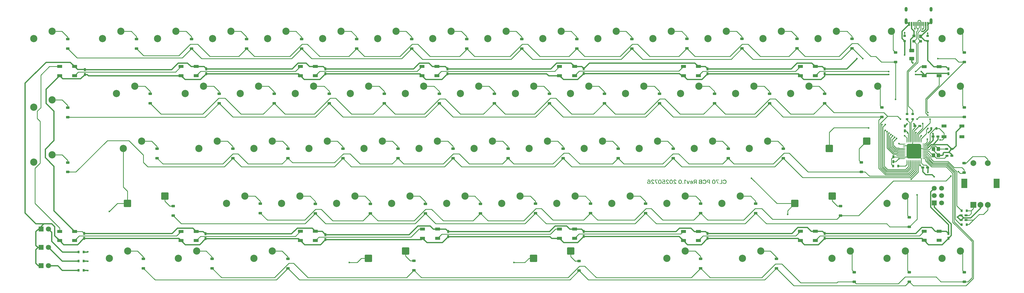
<source format=gbr>
%TF.GenerationSoftware,KiCad,Pcbnew,9.0.2*%
%TF.CreationDate,2025-08-01T12:08:27+09:00*%
%TF.ProjectId,CL70_PCB,434c3730-5f50-4434-922e-6b696361645f,rev?*%
%TF.SameCoordinates,Original*%
%TF.FileFunction,Copper,L2,Bot*%
%TF.FilePolarity,Positive*%
%FSLAX46Y46*%
G04 Gerber Fmt 4.6, Leading zero omitted, Abs format (unit mm)*
G04 Created by KiCad (PCBNEW 9.0.2) date 2025-08-01 12:08:27*
%MOMM*%
%LPD*%
G01*
G04 APERTURE LIST*
G04 Aperture macros list*
%AMRoundRect*
0 Rectangle with rounded corners*
0 $1 Rounding radius*
0 $2 $3 $4 $5 $6 $7 $8 $9 X,Y pos of 4 corners*
0 Add a 4 corners polygon primitive as box body*
4,1,4,$2,$3,$4,$5,$6,$7,$8,$9,$2,$3,0*
0 Add four circle primitives for the rounded corners*
1,1,$1+$1,$2,$3*
1,1,$1+$1,$4,$5*
1,1,$1+$1,$6,$7*
1,1,$1+$1,$8,$9*
0 Add four rect primitives between the rounded corners*
20,1,$1+$1,$2,$3,$4,$5,0*
20,1,$1+$1,$4,$5,$6,$7,0*
20,1,$1+$1,$6,$7,$8,$9,0*
20,1,$1+$1,$8,$9,$2,$3,0*%
G04 Aperture macros list end*
%TA.AperFunction,EtchedComponent*%
%ADD10C,0.000000*%
%TD*%
%TA.AperFunction,ComponentPad*%
%ADD11C,2.500000*%
%TD*%
%TA.AperFunction,ComponentPad*%
%ADD12R,1.800000X1.800000*%
%TD*%
%TA.AperFunction,ComponentPad*%
%ADD13C,1.800000*%
%TD*%
%TA.AperFunction,SMDPad,CuDef*%
%ADD14RoundRect,0.250000X-1.025000X-1.000000X1.025000X-1.000000X1.025000X1.000000X-1.025000X1.000000X0*%
%TD*%
%TA.AperFunction,ComponentPad*%
%ADD15R,2.000000X2.000000*%
%TD*%
%TA.AperFunction,ComponentPad*%
%ADD16C,2.000000*%
%TD*%
%TA.AperFunction,ComponentPad*%
%ADD17R,2.000000X3.200000*%
%TD*%
%TA.AperFunction,SMDPad,CuDef*%
%ADD18R,1.000000X0.750000*%
%TD*%
%TA.AperFunction,SMDPad,CuDef*%
%ADD19R,1.800000X1.000000*%
%TD*%
%TA.AperFunction,SMDPad,CuDef*%
%ADD20RoundRect,0.225000X0.375000X-0.225000X0.375000X0.225000X-0.375000X0.225000X-0.375000X-0.225000X0*%
%TD*%
%TA.AperFunction,SMDPad,CuDef*%
%ADD21R,0.750000X1.000000*%
%TD*%
%TA.AperFunction,SMDPad,CuDef*%
%ADD22R,0.900000X0.800000*%
%TD*%
%TA.AperFunction,SMDPad,CuDef*%
%ADD23R,1.000000X1.200000*%
%TD*%
%TA.AperFunction,SMDPad,CuDef*%
%ADD24R,1.000000X0.900000*%
%TD*%
%TA.AperFunction,SMDPad,CuDef*%
%ADD25R,1.800000X1.100000*%
%TD*%
%TA.AperFunction,ComponentPad*%
%ADD26C,1.700000*%
%TD*%
%TA.AperFunction,ComponentPad*%
%ADD27R,1.700000X1.700000*%
%TD*%
%TA.AperFunction,SMDPad,CuDef*%
%ADD28R,0.800000X0.900000*%
%TD*%
%TA.AperFunction,SMDPad,CuDef*%
%ADD29RoundRect,0.250000X0.350000X-0.450000X0.350000X0.450000X-0.350000X0.450000X-0.350000X-0.450000X0*%
%TD*%
%TA.AperFunction,SMDPad,CuDef*%
%ADD30R,0.600000X1.450000*%
%TD*%
%TA.AperFunction,SMDPad,CuDef*%
%ADD31R,0.300000X1.450000*%
%TD*%
%TA.AperFunction,ComponentPad*%
%ADD32O,1.000000X1.600000*%
%TD*%
%TA.AperFunction,ComponentPad*%
%ADD33O,1.000000X2.100000*%
%TD*%
%TA.AperFunction,SMDPad,CuDef*%
%ADD34O,0.250000X1.000000*%
%TD*%
%TA.AperFunction,SMDPad,CuDef*%
%ADD35O,1.000000X0.250000*%
%TD*%
%TA.AperFunction,SMDPad,CuDef*%
%ADD36RoundRect,0.500000X-2.000000X2.000000X-2.000000X-2.000000X2.000000X-2.000000X2.000000X2.000000X0*%
%TD*%
%TA.AperFunction,SMDPad,CuDef*%
%ADD37RoundRect,0.250000X0.625000X-0.375000X0.625000X0.375000X-0.625000X0.375000X-0.625000X-0.375000X0*%
%TD*%
%TA.AperFunction,ViaPad*%
%ADD38C,0.600000*%
%TD*%
%TA.AperFunction,Conductor*%
%ADD39C,0.381000*%
%TD*%
%TA.AperFunction,Conductor*%
%ADD40C,0.254000*%
%TD*%
G04 APERTURE END LIST*
D10*
%TA.AperFunction,EtchedComponent*%
%TO.C,G\u002A\u002A\u002A*%
G36*
X282032755Y-158224788D02*
G01*
X282032755Y-158968510D01*
X281572656Y-158968510D01*
X281112556Y-158968510D01*
X281112556Y-158855061D01*
X281112556Y-158741612D01*
X281440298Y-158741612D01*
X281768040Y-158741612D01*
X281768040Y-158111339D01*
X281768040Y-157481066D01*
X281900398Y-157481066D01*
X282032755Y-157481066D01*
X282032755Y-158224788D01*
G37*
%TD.AperFunction*%
%TA.AperFunction,EtchedComponent*%
G36*
X268521860Y-158675324D02*
G01*
X268570025Y-158700173D01*
X268605540Y-158738859D01*
X268626242Y-158786769D01*
X268629971Y-158839290D01*
X268614562Y-158891810D01*
X268577855Y-158939715D01*
X268549490Y-158962858D01*
X268516970Y-158977440D01*
X268475325Y-158981116D01*
X268464097Y-158980839D01*
X268402750Y-158967189D01*
X268356815Y-158934263D01*
X268328000Y-158883837D01*
X268318015Y-158817686D01*
X268325594Y-158773995D01*
X268353612Y-158725315D01*
X268397327Y-158688752D01*
X268451480Y-158670120D01*
X268463209Y-158668926D01*
X268521860Y-158675324D01*
G37*
%TD.AperFunction*%
%TA.AperFunction,EtchedComponent*%
G36*
X269433014Y-157600649D02*
G01*
X269616378Y-157720233D01*
X269616378Y-157840153D01*
X269616137Y-157871253D01*
X269614741Y-157916950D01*
X269612377Y-157948381D01*
X269609366Y-157960074D01*
X269604424Y-157957830D01*
X269581341Y-157944486D01*
X269543062Y-157921144D01*
X269493367Y-157890123D01*
X269436041Y-157853744D01*
X269269728Y-157747414D01*
X269266456Y-158357962D01*
X269263185Y-158968510D01*
X269124645Y-158968510D01*
X268986105Y-158968510D01*
X268986105Y-158224788D01*
X268986105Y-157481066D01*
X269117878Y-157481066D01*
X269249651Y-157481066D01*
X269433014Y-157600649D01*
G37*
%TD.AperFunction*%
%TA.AperFunction,EtchedComponent*%
G36*
X259758909Y-157594515D02*
G01*
X259758909Y-157707964D01*
X259387048Y-157707964D01*
X259357123Y-157707983D01*
X259265589Y-157708290D01*
X259183730Y-157708933D01*
X259114653Y-157709863D01*
X259061465Y-157711029D01*
X259027274Y-157712384D01*
X259015187Y-157713877D01*
X259016202Y-157716332D01*
X259026369Y-157737159D01*
X259046589Y-157777407D01*
X259075791Y-157834983D01*
X259112908Y-157907793D01*
X259156871Y-157993742D01*
X259206612Y-158090736D01*
X259261061Y-158196682D01*
X259319150Y-158309485D01*
X259341403Y-158352658D01*
X259399135Y-158464662D01*
X259453370Y-158569887D01*
X259502957Y-158666101D01*
X259546747Y-158751070D01*
X259583588Y-158822562D01*
X259612330Y-158878344D01*
X259631822Y-158916183D01*
X259640913Y-158933845D01*
X259658713Y-158968510D01*
X259516577Y-158968175D01*
X259374442Y-158967839D01*
X259056154Y-158344864D01*
X258737867Y-157721889D01*
X258737867Y-157601477D01*
X258737867Y-157481066D01*
X259248388Y-157481066D01*
X259758909Y-157481066D01*
X259758909Y-157594515D01*
G37*
%TD.AperFunction*%
%TA.AperFunction,EtchedComponent*%
G36*
X280961291Y-157594515D02*
G01*
X280961291Y-157707964D01*
X280589430Y-157707964D01*
X280559505Y-157707983D01*
X280467971Y-157708290D01*
X280386112Y-157708933D01*
X280317035Y-157709863D01*
X280263847Y-157711029D01*
X280229656Y-157712384D01*
X280217569Y-157713877D01*
X280218584Y-157716332D01*
X280228752Y-157737159D01*
X280248971Y-157777407D01*
X280278173Y-157834983D01*
X280315290Y-157907793D01*
X280359253Y-157993742D01*
X280408994Y-158090736D01*
X280463443Y-158196682D01*
X280521532Y-158309485D01*
X280543786Y-158352658D01*
X280601517Y-158464662D01*
X280655752Y-158569887D01*
X280705339Y-158666101D01*
X280749129Y-158751070D01*
X280785970Y-158822562D01*
X280814712Y-158878344D01*
X280834204Y-158916183D01*
X280843295Y-158933845D01*
X280861095Y-158968510D01*
X280718960Y-158968175D01*
X280576824Y-158967839D01*
X280258537Y-158344864D01*
X279940249Y-157721889D01*
X279940249Y-157601477D01*
X279940249Y-157481066D01*
X280450770Y-157481066D01*
X280961291Y-157481066D01*
X280961291Y-157594515D01*
G37*
%TD.AperFunction*%
%TA.AperFunction,EtchedComponent*%
G36*
X270795465Y-157849493D02*
G01*
X270827354Y-157851706D01*
X270839107Y-157855141D01*
X270835689Y-157866440D01*
X270824559Y-157899383D01*
X270806517Y-157951508D01*
X270782401Y-158020433D01*
X270753048Y-158103776D01*
X270719294Y-158199156D01*
X270681975Y-158304190D01*
X270641929Y-158416496D01*
X270444751Y-158968510D01*
X270298400Y-158968510D01*
X270152049Y-158968510D01*
X269960256Y-158429627D01*
X269928502Y-158340286D01*
X269890935Y-158234255D01*
X269856657Y-158137143D01*
X269826535Y-158051421D01*
X269801433Y-157979558D01*
X269782217Y-157924026D01*
X269769751Y-157887295D01*
X269764901Y-157871835D01*
X269765511Y-157865394D01*
X269774811Y-157859105D01*
X269797492Y-157855302D01*
X269837493Y-157853428D01*
X269898754Y-157852927D01*
X270036167Y-157852927D01*
X270161343Y-158256302D01*
X270182730Y-158324943D01*
X270211439Y-158416172D01*
X270237414Y-158497670D01*
X270259723Y-158566562D01*
X270277431Y-158619975D01*
X270289606Y-158655035D01*
X270295315Y-158668869D01*
X270299361Y-158662979D01*
X270310239Y-158635988D01*
X270326774Y-158589719D01*
X270348061Y-158526854D01*
X270373197Y-158450074D01*
X270401275Y-158362060D01*
X270431392Y-158265494D01*
X270558673Y-157852927D01*
X270698890Y-157849363D01*
X270748493Y-157848709D01*
X270795465Y-157849493D01*
G37*
%TD.AperFunction*%
%TA.AperFunction,EtchedComponent*%
G36*
X277860348Y-158224788D02*
G01*
X277860348Y-158968510D01*
X277727991Y-158968510D01*
X277595633Y-158968510D01*
X277595633Y-158716401D01*
X277595633Y-158464292D01*
X277397097Y-158464142D01*
X277302878Y-158462979D01*
X277223751Y-158458838D01*
X277159466Y-158450778D01*
X277104765Y-158437860D01*
X277054386Y-158419143D01*
X277003068Y-158393686D01*
X276939834Y-158350507D01*
X276873471Y-158279759D01*
X276823477Y-158194127D01*
X276791334Y-158097111D01*
X276778526Y-157992210D01*
X276780614Y-157963736D01*
X277056319Y-157963736D01*
X277062746Y-158044825D01*
X277090259Y-158115766D01*
X277137253Y-158173522D01*
X277202121Y-158215056D01*
X277233070Y-158225972D01*
X277277475Y-158235057D01*
X277337061Y-158241550D01*
X277416830Y-158246176D01*
X277424129Y-158246479D01*
X277484522Y-158248135D01*
X277535066Y-158248065D01*
X277570654Y-158246363D01*
X277586179Y-158243121D01*
X277587001Y-158241268D01*
X277589749Y-158219822D01*
X277592121Y-158178144D01*
X277593983Y-158120121D01*
X277595198Y-158049637D01*
X277595633Y-157970578D01*
X277595633Y-157707964D01*
X277441216Y-157708035D01*
X277380935Y-157708961D01*
X277320672Y-157711685D01*
X277271788Y-157715769D01*
X277241198Y-157720772D01*
X277174310Y-157748650D01*
X277117115Y-157796370D01*
X277078245Y-157861235D01*
X277058138Y-157942714D01*
X277056319Y-157963736D01*
X276780614Y-157963736D01*
X276786538Y-157882925D01*
X276796441Y-157836592D01*
X276834791Y-157734040D01*
X276892241Y-157647095D01*
X276967435Y-157577152D01*
X277059013Y-157525605D01*
X277165617Y-157493848D01*
X277183712Y-157491471D01*
X277229458Y-157488122D01*
X277293087Y-157485258D01*
X277370165Y-157483028D01*
X277456257Y-157481581D01*
X277546932Y-157481066D01*
X277860348Y-157481066D01*
X277860348Y-157970578D01*
X277860348Y-158224788D01*
G37*
%TD.AperFunction*%
%TA.AperFunction,EtchedComponent*%
G36*
X258149307Y-157475343D02*
G01*
X258246676Y-157506984D01*
X258332963Y-157554122D01*
X258405534Y-157615030D01*
X258461752Y-157687980D01*
X258498983Y-157771246D01*
X258514589Y-157863100D01*
X258517271Y-157928560D01*
X258394148Y-157932170D01*
X258347671Y-157933509D01*
X258306014Y-157933146D01*
X258280717Y-157927939D01*
X258266786Y-157915208D01*
X258259224Y-157892272D01*
X258253037Y-157856450D01*
X258248707Y-157837479D01*
X258220630Y-157781698D01*
X258174769Y-157736368D01*
X258115891Y-157703624D01*
X258048763Y-157685602D01*
X257978152Y-157684436D01*
X257908825Y-157702263D01*
X257862237Y-157726460D01*
X257809299Y-157774016D01*
X257777718Y-157834890D01*
X257767246Y-157909445D01*
X257767577Y-157928571D01*
X257770388Y-157959767D01*
X257777380Y-157989911D01*
X257790116Y-158021052D01*
X257810160Y-158055240D01*
X257839075Y-158094523D01*
X257878427Y-158140950D01*
X257929777Y-158196571D01*
X257994691Y-158263434D01*
X258074731Y-158343587D01*
X258171461Y-158439081D01*
X258511136Y-158773126D01*
X258511052Y-158870818D01*
X258510968Y-158968510D01*
X257994145Y-158968510D01*
X257477321Y-158968510D01*
X257477321Y-158855061D01*
X257477321Y-158741612D01*
X257805063Y-158741612D01*
X257886623Y-158741391D01*
X257966423Y-158740696D01*
X258034250Y-158739599D01*
X258086796Y-158738169D01*
X258120751Y-158736477D01*
X258132805Y-158734594D01*
X258132778Y-158734465D01*
X258123285Y-158723201D01*
X258098278Y-158696712D01*
X258060061Y-158657355D01*
X258010939Y-158607486D01*
X257953220Y-158549461D01*
X257889207Y-158485636D01*
X257793776Y-158389290D01*
X257709988Y-158300413D01*
X257642783Y-158222994D01*
X257590692Y-158154665D01*
X257552248Y-158093056D01*
X257525983Y-158035798D01*
X257510430Y-157980522D01*
X257504119Y-157924859D01*
X257505584Y-157866439D01*
X257524240Y-157769746D01*
X257564860Y-157680474D01*
X257625556Y-157604137D01*
X257704739Y-157542291D01*
X257800819Y-157496491D01*
X257912209Y-157468293D01*
X257931871Y-157465465D01*
X258043494Y-157460928D01*
X258149307Y-157475343D01*
G37*
%TD.AperFunction*%
%TA.AperFunction,EtchedComponent*%
G36*
X263254518Y-157475343D02*
G01*
X263351887Y-157506984D01*
X263438174Y-157554122D01*
X263510745Y-157615030D01*
X263566963Y-157687980D01*
X263604194Y-157771246D01*
X263619800Y-157863100D01*
X263622482Y-157928560D01*
X263499359Y-157932170D01*
X263452882Y-157933509D01*
X263411225Y-157933146D01*
X263385928Y-157927939D01*
X263371997Y-157915208D01*
X263364435Y-157892272D01*
X263358248Y-157856450D01*
X263353918Y-157837479D01*
X263325841Y-157781698D01*
X263279980Y-157736368D01*
X263221102Y-157703624D01*
X263153974Y-157685602D01*
X263083363Y-157684436D01*
X263014036Y-157702263D01*
X262967448Y-157726460D01*
X262914509Y-157774016D01*
X262882929Y-157834890D01*
X262872457Y-157909445D01*
X262872788Y-157928571D01*
X262875599Y-157959767D01*
X262882591Y-157989911D01*
X262895327Y-158021052D01*
X262915371Y-158055240D01*
X262944286Y-158094523D01*
X262983638Y-158140950D01*
X263034988Y-158196571D01*
X263099901Y-158263434D01*
X263179942Y-158343587D01*
X263276672Y-158439081D01*
X263616347Y-158773126D01*
X263616263Y-158870818D01*
X263616179Y-158968510D01*
X263099355Y-158968510D01*
X262582532Y-158968510D01*
X262582532Y-158855061D01*
X262582532Y-158741612D01*
X262910274Y-158741612D01*
X262991834Y-158741391D01*
X263071633Y-158740696D01*
X263139461Y-158739599D01*
X263192007Y-158738169D01*
X263225962Y-158736477D01*
X263238015Y-158734594D01*
X263237989Y-158734465D01*
X263228496Y-158723201D01*
X263203489Y-158696712D01*
X263165271Y-158657355D01*
X263116150Y-158607486D01*
X263058430Y-158549461D01*
X262994417Y-158485636D01*
X262898987Y-158389290D01*
X262815199Y-158300413D01*
X262747994Y-158222994D01*
X262695903Y-158154665D01*
X262657459Y-158093056D01*
X262631194Y-158035798D01*
X262615641Y-157980522D01*
X262609330Y-157924859D01*
X262610795Y-157866439D01*
X262629450Y-157769746D01*
X262670071Y-157680474D01*
X262730767Y-157604137D01*
X262809949Y-157542291D01*
X262906030Y-157496491D01*
X263017420Y-157468293D01*
X263037081Y-157465465D01*
X263148705Y-157460928D01*
X263254518Y-157475343D01*
G37*
%TD.AperFunction*%
%TA.AperFunction,EtchedComponent*%
G36*
X265851243Y-157475343D02*
G01*
X265948611Y-157506984D01*
X266034899Y-157554122D01*
X266107470Y-157615030D01*
X266163688Y-157687980D01*
X266200918Y-157771246D01*
X266216524Y-157863100D01*
X266219207Y-157928560D01*
X266096084Y-157932170D01*
X266049607Y-157933509D01*
X266007949Y-157933146D01*
X265982653Y-157927939D01*
X265968721Y-157915208D01*
X265961160Y-157892272D01*
X265954972Y-157856450D01*
X265950643Y-157837479D01*
X265922565Y-157781698D01*
X265876704Y-157736368D01*
X265817826Y-157703624D01*
X265750699Y-157685602D01*
X265680088Y-157684436D01*
X265610760Y-157702263D01*
X265564173Y-157726460D01*
X265511234Y-157774016D01*
X265479653Y-157834890D01*
X265469182Y-157909445D01*
X265469513Y-157928571D01*
X265472324Y-157959767D01*
X265479315Y-157989911D01*
X265492051Y-158021052D01*
X265512095Y-158055240D01*
X265541011Y-158094523D01*
X265580362Y-158140950D01*
X265631713Y-158196571D01*
X265696626Y-158263434D01*
X265776666Y-158343587D01*
X265873397Y-158439081D01*
X266213072Y-158773126D01*
X266212988Y-158870818D01*
X266212904Y-158968510D01*
X265696080Y-158968510D01*
X265179256Y-158968510D01*
X265179256Y-158855061D01*
X265179256Y-158741612D01*
X265506998Y-158741612D01*
X265588558Y-158741391D01*
X265668358Y-158740696D01*
X265736186Y-158739599D01*
X265788732Y-158738169D01*
X265822686Y-158736477D01*
X265834740Y-158734594D01*
X265834714Y-158734465D01*
X265825221Y-158723201D01*
X265800213Y-158696712D01*
X265761996Y-158657355D01*
X265712875Y-158607486D01*
X265655155Y-158549461D01*
X265591142Y-158485636D01*
X265495712Y-158389290D01*
X265411924Y-158300413D01*
X265344718Y-158222994D01*
X265292627Y-158154665D01*
X265254184Y-158093056D01*
X265227919Y-158035798D01*
X265212365Y-157980522D01*
X265206055Y-157924859D01*
X265207520Y-157866439D01*
X265226175Y-157769746D01*
X265266795Y-157680474D01*
X265327491Y-157604137D01*
X265406674Y-157542291D01*
X265502755Y-157496491D01*
X265614145Y-157468293D01*
X265633806Y-157465465D01*
X265745429Y-157460928D01*
X265851243Y-157475343D01*
G37*
%TD.AperFunction*%
%TA.AperFunction,EtchedComponent*%
G36*
X273246750Y-158224788D02*
G01*
X273246750Y-158968510D01*
X273114393Y-158968510D01*
X272982035Y-158968510D01*
X272982035Y-158697080D01*
X272982035Y-158425650D01*
X272841491Y-158429214D01*
X272700947Y-158432778D01*
X272558706Y-158697493D01*
X272416465Y-158962208D01*
X272263373Y-158965755D01*
X272259213Y-158965848D01*
X272201714Y-158966342D01*
X272155607Y-158965309D01*
X272125492Y-158962947D01*
X272115970Y-158959452D01*
X272121172Y-158950368D01*
X272143257Y-158910941D01*
X272172101Y-158858566D01*
X272205820Y-158796750D01*
X272242531Y-158729002D01*
X272280353Y-158658829D01*
X272317401Y-158589741D01*
X272351794Y-158525245D01*
X272381648Y-158468850D01*
X272405081Y-158424064D01*
X272420210Y-158394395D01*
X272425151Y-158383352D01*
X272422474Y-158381617D01*
X272403813Y-158370144D01*
X272374371Y-158352343D01*
X272366412Y-158347340D01*
X272314200Y-158305375D01*
X272263686Y-158251396D01*
X272221665Y-158193462D01*
X272194933Y-158139628D01*
X272173878Y-158060612D01*
X272164587Y-157960074D01*
X272446379Y-157960074D01*
X272449223Y-158009542D01*
X272466140Y-158072954D01*
X272500320Y-158122169D01*
X272554094Y-158161552D01*
X272576969Y-158173370D01*
X272600960Y-158182370D01*
X272629771Y-158188533D01*
X272668501Y-158192618D01*
X272722246Y-158195384D01*
X272796105Y-158197591D01*
X272982035Y-158202325D01*
X272982035Y-157953963D01*
X272982035Y-157705600D01*
X272802020Y-157709934D01*
X272744219Y-157711528D01*
X272686860Y-157714136D01*
X272645201Y-157718077D01*
X272613851Y-157724155D01*
X272587421Y-157733173D01*
X272560521Y-157745934D01*
X272515356Y-157775176D01*
X272475689Y-157821543D01*
X272453343Y-157881963D01*
X272446379Y-157960074D01*
X272164587Y-157960074D01*
X272163925Y-157952906D01*
X272175075Y-157849464D01*
X272206217Y-157753403D01*
X272256240Y-157667838D01*
X272324034Y-157595885D01*
X272408487Y-157540663D01*
X272409198Y-157540310D01*
X272447008Y-157523124D01*
X272485451Y-157509541D01*
X272528036Y-157499156D01*
X272578274Y-157491566D01*
X272639673Y-157486366D01*
X272715742Y-157483152D01*
X272809992Y-157481520D01*
X272925931Y-157481066D01*
X273246750Y-157481066D01*
X273246750Y-157953963D01*
X273246750Y-158224788D01*
G37*
%TD.AperFunction*%
%TA.AperFunction,EtchedComponent*%
G36*
X261063055Y-158229892D02*
G01*
X261062686Y-158312972D01*
X261061178Y-158376700D01*
X261058028Y-158426629D01*
X261052734Y-158468314D01*
X261044793Y-158507309D01*
X261033703Y-158549168D01*
X261019545Y-158594365D01*
X260968993Y-158710064D01*
X260903647Y-158807164D01*
X260824490Y-158884626D01*
X260732508Y-158941413D01*
X260628685Y-158976485D01*
X260583723Y-158984741D01*
X260465235Y-158990924D01*
X260354552Y-158973883D01*
X260253297Y-158934615D01*
X260163093Y-158874117D01*
X260085561Y-158793383D01*
X260022324Y-158693410D01*
X259975006Y-158575194D01*
X259971620Y-158563841D01*
X259943889Y-158438690D01*
X259930048Y-158305904D01*
X259929782Y-158217344D01*
X260201284Y-158217344D01*
X260206289Y-158340726D01*
X260223226Y-158457593D01*
X260252201Y-158561003D01*
X260280494Y-158619426D01*
X260325405Y-158679617D01*
X260378111Y-158725899D01*
X260433342Y-158752696D01*
X260468617Y-158760286D01*
X260543899Y-158760105D01*
X260611634Y-158736163D01*
X260670739Y-158688963D01*
X260720130Y-158619011D01*
X260723611Y-158612499D01*
X260755495Y-158537202D01*
X260777320Y-158450218D01*
X260789853Y-158347447D01*
X260793860Y-158224788D01*
X260787819Y-158085207D01*
X260769227Y-157964662D01*
X260738036Y-157865714D01*
X260694198Y-157788218D01*
X260637668Y-157732024D01*
X260625903Y-157723989D01*
X260559084Y-157694446D01*
X260489849Y-157687646D01*
X260421917Y-157702299D01*
X260359005Y-157737113D01*
X260304830Y-157790799D01*
X260263109Y-157862065D01*
X260256768Y-157877527D01*
X260226631Y-157978802D01*
X260208100Y-158094389D01*
X260201284Y-158217344D01*
X259929782Y-158217344D01*
X259929642Y-158170523D01*
X259942220Y-158037587D01*
X259967329Y-157912133D01*
X260004514Y-157799202D01*
X260053324Y-157703832D01*
X260105371Y-157635200D01*
X260184869Y-157562729D01*
X260274445Y-157509682D01*
X260370982Y-157475866D01*
X260471364Y-157461086D01*
X260572475Y-157465150D01*
X260671198Y-157487864D01*
X260764416Y-157529034D01*
X260849014Y-157588468D01*
X260921876Y-157665971D01*
X260979883Y-157761350D01*
X260991108Y-157785431D01*
X261017261Y-157847736D01*
X261036393Y-157906857D01*
X261049522Y-157968459D01*
X261057664Y-158038206D01*
X261061835Y-158121761D01*
X261063053Y-158224788D01*
X261063055Y-158229892D01*
G37*
%TD.AperFunction*%
%TA.AperFunction,EtchedComponent*%
G36*
X264970748Y-158229892D02*
G01*
X264970379Y-158312972D01*
X264968870Y-158376700D01*
X264965720Y-158426629D01*
X264960426Y-158468314D01*
X264952486Y-158507309D01*
X264941396Y-158549168D01*
X264927237Y-158594365D01*
X264876685Y-158710064D01*
X264811339Y-158807164D01*
X264732182Y-158884626D01*
X264640201Y-158941413D01*
X264536378Y-158976485D01*
X264491415Y-158984741D01*
X264372927Y-158990924D01*
X264262244Y-158973883D01*
X264160989Y-158934615D01*
X264070785Y-158874117D01*
X263993253Y-158793383D01*
X263930017Y-158693410D01*
X263882698Y-158575194D01*
X263879312Y-158563841D01*
X263851581Y-158438690D01*
X263837740Y-158305904D01*
X263837475Y-158217344D01*
X264108976Y-158217344D01*
X264113982Y-158340726D01*
X264130918Y-158457593D01*
X264159894Y-158561003D01*
X264188186Y-158619426D01*
X264233097Y-158679617D01*
X264285803Y-158725899D01*
X264341035Y-158752696D01*
X264376309Y-158760286D01*
X264451591Y-158760105D01*
X264519327Y-158736163D01*
X264578431Y-158688963D01*
X264627822Y-158619011D01*
X264631303Y-158612499D01*
X264663188Y-158537202D01*
X264685013Y-158450218D01*
X264697546Y-158347447D01*
X264701553Y-158224788D01*
X264695511Y-158085207D01*
X264676919Y-157964662D01*
X264645728Y-157865714D01*
X264601890Y-157788218D01*
X264545360Y-157732024D01*
X264533596Y-157723989D01*
X264466776Y-157694446D01*
X264397541Y-157687646D01*
X264329609Y-157702299D01*
X264266697Y-157737113D01*
X264212522Y-157790799D01*
X264170802Y-157862065D01*
X264164460Y-157877527D01*
X264134323Y-157978802D01*
X264115793Y-158094389D01*
X264108976Y-158217344D01*
X263837475Y-158217344D01*
X263837335Y-158170523D01*
X263849913Y-158037587D01*
X263875021Y-157912133D01*
X263912206Y-157799202D01*
X263961017Y-157703832D01*
X264013063Y-157635200D01*
X264092561Y-157562729D01*
X264182137Y-157509682D01*
X264278674Y-157475866D01*
X264379056Y-157461086D01*
X264480167Y-157465150D01*
X264578890Y-157487864D01*
X264672109Y-157529034D01*
X264756707Y-157588468D01*
X264829568Y-157665971D01*
X264887576Y-157761350D01*
X264898801Y-157785431D01*
X264924953Y-157847736D01*
X264944085Y-157906857D01*
X264957214Y-157968459D01*
X264965356Y-158038206D01*
X264969528Y-158121761D01*
X264970745Y-158224788D01*
X264970748Y-158229892D01*
G37*
%TD.AperFunction*%
%TA.AperFunction,EtchedComponent*%
G36*
X268071691Y-158229892D02*
G01*
X268071321Y-158312972D01*
X268069813Y-158376700D01*
X268066663Y-158426629D01*
X268061369Y-158468314D01*
X268053428Y-158507309D01*
X268042338Y-158549168D01*
X268028180Y-158594365D01*
X267977628Y-158710064D01*
X267912282Y-158807164D01*
X267833125Y-158884626D01*
X267741143Y-158941413D01*
X267637321Y-158976485D01*
X267592358Y-158984741D01*
X267473870Y-158990924D01*
X267363187Y-158973883D01*
X267261932Y-158934615D01*
X267171728Y-158874117D01*
X267094196Y-158793383D01*
X267030960Y-158693410D01*
X266983641Y-158575194D01*
X266980255Y-158563841D01*
X266952524Y-158438690D01*
X266938683Y-158305904D01*
X266938418Y-158217344D01*
X267209919Y-158217344D01*
X267214924Y-158340726D01*
X267231861Y-158457593D01*
X267260837Y-158561003D01*
X267289129Y-158619426D01*
X267334040Y-158679617D01*
X267386746Y-158725899D01*
X267441978Y-158752696D01*
X267477252Y-158760286D01*
X267552534Y-158760105D01*
X267620270Y-158736163D01*
X267679374Y-158688963D01*
X267728765Y-158619011D01*
X267732246Y-158612499D01*
X267764131Y-158537202D01*
X267785956Y-158450218D01*
X267798488Y-158347447D01*
X267802496Y-158224788D01*
X267796454Y-158085207D01*
X267777862Y-157964662D01*
X267746671Y-157865714D01*
X267702833Y-157788218D01*
X267646303Y-157732024D01*
X267634539Y-157723989D01*
X267567719Y-157694446D01*
X267498484Y-157687646D01*
X267430552Y-157702299D01*
X267367640Y-157737113D01*
X267313465Y-157790799D01*
X267271745Y-157862065D01*
X267265403Y-157877527D01*
X267235266Y-157978802D01*
X267216735Y-158094389D01*
X267209919Y-158217344D01*
X266938418Y-158217344D01*
X266938278Y-158170523D01*
X266950856Y-158037587D01*
X266975964Y-157912133D01*
X267013149Y-157799202D01*
X267061959Y-157703832D01*
X267114006Y-157635200D01*
X267193504Y-157562729D01*
X267283080Y-157509682D01*
X267379617Y-157475866D01*
X267479999Y-157461086D01*
X267581110Y-157465150D01*
X267679833Y-157487864D01*
X267773052Y-157529034D01*
X267857650Y-157588468D01*
X267930511Y-157665971D01*
X267988519Y-157761350D01*
X267999744Y-157785431D01*
X268025896Y-157847736D01*
X268045028Y-157906857D01*
X268058157Y-157968459D01*
X268066299Y-158038206D01*
X268070470Y-158121761D01*
X268071688Y-158224788D01*
X268071691Y-158229892D01*
G37*
%TD.AperFunction*%
%TA.AperFunction,EtchedComponent*%
G36*
X271987822Y-158290803D02*
G01*
X271998404Y-158413870D01*
X271995907Y-158479122D01*
X271975917Y-158601699D01*
X271936606Y-158709960D01*
X271878779Y-158802758D01*
X271803242Y-158878950D01*
X271710800Y-158937389D01*
X271602260Y-158976931D01*
X271554083Y-158985497D01*
X271474180Y-158989898D01*
X271388268Y-158986122D01*
X271306473Y-158974744D01*
X271238923Y-158956338D01*
X271186018Y-158932515D01*
X271112167Y-158885577D01*
X271050881Y-158829644D01*
X271006312Y-158768755D01*
X270982609Y-158706947D01*
X270974616Y-158665979D01*
X271100796Y-158665979D01*
X271118519Y-158665992D01*
X271170315Y-158666584D01*
X271203773Y-158668939D01*
X271224314Y-158674254D01*
X271237356Y-158683726D01*
X271248318Y-158698549D01*
X271266167Y-158719430D01*
X271314448Y-158750906D01*
X271377832Y-158771495D01*
X271450472Y-158778875D01*
X271522849Y-158771641D01*
X271599083Y-158743826D01*
X271661124Y-158695752D01*
X271678439Y-158673722D01*
X271706135Y-158623383D01*
X271726299Y-158568122D01*
X271734095Y-158519614D01*
X271734095Y-158489867D01*
X271346477Y-158486534D01*
X270958859Y-158483200D01*
X270961794Y-158382356D01*
X270964498Y-158327734D01*
X270968010Y-158300421D01*
X271213952Y-158300421D01*
X271474023Y-158300421D01*
X271496372Y-158300380D01*
X271572045Y-158299604D01*
X271637369Y-158297960D01*
X271688629Y-158295607D01*
X271722109Y-158292701D01*
X271734095Y-158289400D01*
X271733257Y-158283826D01*
X271726334Y-158258602D01*
X271714697Y-158223400D01*
X271684604Y-158163310D01*
X271637772Y-158111456D01*
X271580704Y-158075420D01*
X271517285Y-158055000D01*
X271451396Y-158049994D01*
X271386923Y-158060200D01*
X271327746Y-158085415D01*
X271277751Y-158125438D01*
X271240820Y-158180066D01*
X271220835Y-158249098D01*
X271213952Y-158300421D01*
X270968010Y-158300421D01*
X270976112Y-158237421D01*
X270997829Y-158158546D01*
X271031597Y-158082746D01*
X271039555Y-158068233D01*
X271101004Y-157985442D01*
X271180139Y-157920133D01*
X271275880Y-157873028D01*
X271387150Y-157844849D01*
X271461012Y-157838083D01*
X271571400Y-157846509D01*
X271673264Y-157876650D01*
X271764692Y-157926726D01*
X271843772Y-157994958D01*
X271908595Y-158079568D01*
X271957249Y-158178776D01*
X271987439Y-158289400D01*
X271987822Y-158290803D01*
G37*
%TD.AperFunction*%
%TA.AperFunction,EtchedComponent*%
G36*
X276063298Y-157473507D02*
G01*
X276147896Y-157492334D01*
X276244142Y-157532159D01*
X276348466Y-157599476D01*
X276438371Y-157686121D01*
X276511181Y-157789900D01*
X276544479Y-157857957D01*
X276583607Y-157977855D01*
X276606100Y-158108200D01*
X276611854Y-158243697D01*
X276600764Y-158379053D01*
X276572727Y-158508973D01*
X276527639Y-158628163D01*
X276523352Y-158636919D01*
X276460757Y-158735981D01*
X276379836Y-158823174D01*
X276284914Y-158895170D01*
X276180318Y-158948635D01*
X276070373Y-158980242D01*
X276063735Y-158981311D01*
X276013917Y-158986063D01*
X275952741Y-158988107D01*
X275891929Y-158987001D01*
X275812689Y-158978842D01*
X275691112Y-158947952D01*
X275582452Y-158896510D01*
X275488324Y-158825832D01*
X275410342Y-158737237D01*
X275350120Y-158632041D01*
X275309273Y-158511562D01*
X275300959Y-158476897D01*
X275437540Y-158476897D01*
X275574121Y-158476897D01*
X275602888Y-158546304D01*
X275624973Y-158590345D01*
X275678461Y-158656039D01*
X275748873Y-158703364D01*
X275835654Y-158731996D01*
X275938248Y-158741612D01*
X275962767Y-158741325D01*
X276012860Y-158737052D01*
X276056148Y-158725299D01*
X276105671Y-158703064D01*
X276134051Y-158687923D01*
X276192031Y-158647045D01*
X276237893Y-158595659D01*
X276278797Y-158526462D01*
X276279762Y-158524551D01*
X276306642Y-158461113D01*
X276324215Y-158393497D01*
X276333755Y-158314890D01*
X276336541Y-158218485D01*
X276331594Y-158123775D01*
X276310137Y-158009769D01*
X276272210Y-157912171D01*
X276218374Y-157832317D01*
X276149188Y-157771544D01*
X276125649Y-157756826D01*
X276058035Y-157725777D01*
X275985790Y-157711176D01*
X275900199Y-157710902D01*
X275839177Y-157719044D01*
X275752374Y-157747936D01*
X275680292Y-157794963D01*
X275625175Y-157858494D01*
X275589267Y-157936897D01*
X275574769Y-157985284D01*
X275437864Y-157985284D01*
X275300959Y-157985284D01*
X275308621Y-157950619D01*
X275313728Y-157929326D01*
X275343137Y-157840066D01*
X275383003Y-157754727D01*
X275429618Y-157680404D01*
X275479273Y-157624190D01*
X275490162Y-157614799D01*
X275557753Y-157566957D01*
X275637194Y-157523894D01*
X275717420Y-157491764D01*
X275771256Y-157478270D01*
X275865166Y-157466463D01*
X275965784Y-157464879D01*
X276063298Y-157473507D01*
G37*
%TD.AperFunction*%
%TA.AperFunction,EtchedComponent*%
G36*
X283021512Y-157473507D02*
G01*
X283106109Y-157492334D01*
X283202356Y-157532159D01*
X283306680Y-157599476D01*
X283396584Y-157686121D01*
X283469394Y-157789900D01*
X283502692Y-157857957D01*
X283541821Y-157977855D01*
X283564313Y-158108200D01*
X283570067Y-158243697D01*
X283558977Y-158379053D01*
X283530941Y-158508973D01*
X283485853Y-158628163D01*
X283481566Y-158636919D01*
X283418970Y-158735981D01*
X283338049Y-158823174D01*
X283243128Y-158895170D01*
X283138532Y-158948635D01*
X283028586Y-158980242D01*
X283021949Y-158981311D01*
X282972131Y-158986063D01*
X282910955Y-158988107D01*
X282850142Y-158987001D01*
X282770902Y-158978842D01*
X282649325Y-158947952D01*
X282540666Y-158896510D01*
X282446538Y-158825832D01*
X282368555Y-158737237D01*
X282308334Y-158632041D01*
X282267487Y-158511562D01*
X282259173Y-158476897D01*
X282395754Y-158476897D01*
X282532334Y-158476897D01*
X282561102Y-158546304D01*
X282583186Y-158590345D01*
X282636674Y-158656039D01*
X282707087Y-158703364D01*
X282793868Y-158731996D01*
X282896461Y-158741612D01*
X282920981Y-158741325D01*
X282971074Y-158737052D01*
X283014361Y-158725299D01*
X283063884Y-158703064D01*
X283092264Y-158687923D01*
X283150245Y-158647045D01*
X283196107Y-158595659D01*
X283237010Y-158526462D01*
X283237975Y-158524551D01*
X283264856Y-158461113D01*
X283282428Y-158393497D01*
X283291968Y-158314890D01*
X283294754Y-158218485D01*
X283289808Y-158123775D01*
X283268351Y-158009769D01*
X283230424Y-157912171D01*
X283176587Y-157832317D01*
X283107402Y-157771544D01*
X283083863Y-157756826D01*
X283016248Y-157725777D01*
X282944003Y-157711176D01*
X282858413Y-157710902D01*
X282797390Y-157719044D01*
X282710588Y-157747936D01*
X282638505Y-157794963D01*
X282583388Y-157858494D01*
X282547480Y-157936897D01*
X282532983Y-157985284D01*
X282396078Y-157985284D01*
X282259173Y-157985284D01*
X282266834Y-157950619D01*
X282271941Y-157929326D01*
X282301350Y-157840066D01*
X282341216Y-157754727D01*
X282387831Y-157680404D01*
X282437487Y-157624190D01*
X282448375Y-157614799D01*
X282515966Y-157566957D01*
X282595407Y-157523894D01*
X282675633Y-157491764D01*
X282729470Y-157478270D01*
X282823380Y-157466463D01*
X282923998Y-157464879D01*
X283021512Y-157473507D01*
G37*
%TD.AperFunction*%
%TA.AperFunction,EtchedComponent*%
G36*
X279731738Y-158224788D02*
G01*
X279731740Y-158229892D01*
X279731371Y-158312972D01*
X279729863Y-158376700D01*
X279726713Y-158426629D01*
X279721419Y-158468314D01*
X279713478Y-158507309D01*
X279702388Y-158549168D01*
X279688230Y-158594365D01*
X279637678Y-158710064D01*
X279572331Y-158807164D01*
X279493175Y-158884626D01*
X279401193Y-158941413D01*
X279297370Y-158976485D01*
X279252408Y-158984741D01*
X279133920Y-158990924D01*
X279023237Y-158973883D01*
X278921982Y-158934615D01*
X278831777Y-158874117D01*
X278754246Y-158793383D01*
X278691009Y-158693410D01*
X278643691Y-158575194D01*
X278640304Y-158563841D01*
X278612574Y-158438690D01*
X278598733Y-158305904D01*
X278598471Y-158218485D01*
X278869474Y-158218485D01*
X278870261Y-158268580D01*
X278881017Y-158394077D01*
X278903834Y-158503743D01*
X278938027Y-158596009D01*
X278982913Y-158669304D01*
X279037808Y-158722056D01*
X279102027Y-158752696D01*
X279106305Y-158753852D01*
X279183597Y-158762937D01*
X279253723Y-158748431D01*
X279315691Y-158711153D01*
X279368508Y-158651926D01*
X279411181Y-158571571D01*
X279442717Y-158470908D01*
X279442927Y-158469996D01*
X279453866Y-158401699D01*
X279460415Y-158316961D01*
X279462574Y-158224035D01*
X279460344Y-158131176D01*
X279453725Y-158046636D01*
X279442717Y-157978668D01*
X279441747Y-157974538D01*
X279410162Y-157876836D01*
X279367159Y-157798002D01*
X279314139Y-157739228D01*
X279252504Y-157701704D01*
X279183655Y-157686621D01*
X279108994Y-157695169D01*
X279087948Y-157702015D01*
X279024378Y-157739471D01*
X278970721Y-157798453D01*
X278927689Y-157877405D01*
X278895994Y-157974766D01*
X278876352Y-158088979D01*
X278869474Y-158218485D01*
X278598471Y-158218485D01*
X278598327Y-158170523D01*
X278610905Y-158037587D01*
X278636013Y-157912133D01*
X278673199Y-157799202D01*
X278722009Y-157703832D01*
X278774056Y-157635200D01*
X278853554Y-157562729D01*
X278943130Y-157509682D01*
X279039667Y-157475866D01*
X279140049Y-157461086D01*
X279241160Y-157465150D01*
X279339883Y-157487864D01*
X279433101Y-157529034D01*
X279517699Y-157588468D01*
X279590561Y-157665971D01*
X279648568Y-157761350D01*
X279659793Y-157785431D01*
X279685945Y-157847736D01*
X279705078Y-157906857D01*
X279718207Y-157968459D01*
X279726349Y-158038206D01*
X279730520Y-158121761D01*
X279731729Y-158224035D01*
X279731738Y-158224788D01*
G37*
%TD.AperFunction*%
%TA.AperFunction,EtchedComponent*%
G36*
X262235148Y-157509428D02*
G01*
X262237133Y-157522231D01*
X262241693Y-157558593D01*
X262248023Y-157613213D01*
X262255709Y-157682152D01*
X262264340Y-157761475D01*
X262273501Y-157847246D01*
X262282781Y-157935528D01*
X262291766Y-158022385D01*
X262300043Y-158103880D01*
X262307200Y-158176078D01*
X262312823Y-158235042D01*
X262316500Y-158276835D01*
X262317817Y-158297521D01*
X262317810Y-158299193D01*
X262316133Y-158311716D01*
X262308209Y-158319494D01*
X262289297Y-158323655D01*
X262254657Y-158325326D01*
X262199548Y-158325632D01*
X262081279Y-158325632D01*
X262032242Y-158276594D01*
X261987651Y-158240567D01*
X261916759Y-158209800D01*
X261832424Y-158199648D01*
X261814279Y-158200079D01*
X261729866Y-158215350D01*
X261657624Y-158250787D01*
X261600186Y-158304087D01*
X261560186Y-158372947D01*
X261540259Y-158455065D01*
X261540818Y-158532410D01*
X261561761Y-158610261D01*
X261602277Y-158674949D01*
X261660229Y-158724098D01*
X261733483Y-158755330D01*
X261819901Y-158766269D01*
X261867420Y-158762964D01*
X261940752Y-158743439D01*
X262001920Y-158708607D01*
X262046969Y-158661026D01*
X262071944Y-158603254D01*
X262080316Y-158565136D01*
X262213283Y-158565136D01*
X262346250Y-158565136D01*
X262337951Y-158618709D01*
X262329105Y-158660231D01*
X262292657Y-158748306D01*
X262235306Y-158825889D01*
X262159248Y-158890911D01*
X262066680Y-158941302D01*
X261959799Y-158974993D01*
X261958961Y-158975175D01*
X261837962Y-158990589D01*
X261723909Y-158984529D01*
X261618622Y-158958927D01*
X261523916Y-158915722D01*
X261441609Y-158856846D01*
X261373519Y-158784238D01*
X261321464Y-158699830D01*
X261287260Y-158605560D01*
X261272725Y-158503363D01*
X261279677Y-158395174D01*
X261309933Y-158282928D01*
X261327716Y-158242292D01*
X261381218Y-158161122D01*
X261450767Y-158093947D01*
X261532554Y-158042033D01*
X261622773Y-158006650D01*
X261717616Y-157989065D01*
X261813276Y-157990548D01*
X261905945Y-158012365D01*
X261991816Y-158055786D01*
X262056408Y-158099253D01*
X262049226Y-158051723D01*
X262045766Y-158026143D01*
X262039993Y-157978805D01*
X262033191Y-157919714D01*
X262026210Y-157856079D01*
X262010376Y-157707964D01*
X261678786Y-157707964D01*
X261347197Y-157707964D01*
X261347197Y-157594515D01*
X261347197Y-157481066D01*
X261788148Y-157481066D01*
X262229098Y-157481066D01*
X262235148Y-157509428D01*
G37*
%TD.AperFunction*%
%TA.AperFunction,EtchedComponent*%
G36*
X275074542Y-158224788D02*
G01*
X275074542Y-158528382D01*
X275074542Y-158968510D01*
X274717934Y-158968510D01*
X274631870Y-158968352D01*
X274535242Y-158967564D01*
X274458384Y-158965985D01*
X274398174Y-158963476D01*
X274351489Y-158959894D01*
X274315204Y-158955098D01*
X274286197Y-158948947D01*
X274218231Y-158926623D01*
X274127060Y-158877625D01*
X274053966Y-158811751D01*
X273999859Y-158729696D01*
X273984456Y-158687490D01*
X273972199Y-158615966D01*
X273970587Y-158542354D01*
X274243632Y-158542354D01*
X274254773Y-158607497D01*
X274288336Y-158664168D01*
X274343468Y-158709417D01*
X274344822Y-158710207D01*
X274364128Y-158719785D01*
X274386815Y-158726799D01*
X274417248Y-158731765D01*
X274459793Y-158735198D01*
X274518817Y-158737612D01*
X274598685Y-158739523D01*
X274809827Y-158743737D01*
X274809827Y-158528382D01*
X274809827Y-158313026D01*
X274628929Y-158313026D01*
X274591530Y-158313266D01*
X274497185Y-158317101D01*
X274423313Y-158326536D01*
X274366614Y-158342764D01*
X274323794Y-158366978D01*
X274291555Y-158400371D01*
X274266600Y-158444137D01*
X274255769Y-158471688D01*
X274243632Y-158542354D01*
X273970587Y-158542354D01*
X273970487Y-158537794D01*
X273979350Y-158462421D01*
X273998818Y-158399294D01*
X274006498Y-158383678D01*
X274058784Y-158309556D01*
X274127928Y-158251465D01*
X274209450Y-158213360D01*
X274225647Y-158208310D01*
X274259388Y-158197045D01*
X274272937Y-158189605D01*
X274269233Y-158183329D01*
X274251215Y-158175558D01*
X274224466Y-158165874D01*
X274209367Y-158161761D01*
X274202902Y-158158966D01*
X274180252Y-158145343D01*
X274148417Y-158124204D01*
X274117015Y-158099033D01*
X274067797Y-158036182D01*
X274038415Y-157958300D01*
X274034966Y-157923657D01*
X274295327Y-157923657D01*
X274312804Y-157984873D01*
X274351468Y-158038040D01*
X274409690Y-158079078D01*
X274430164Y-158088866D01*
X274456754Y-158099091D01*
X274485477Y-158105651D01*
X274522101Y-158109345D01*
X274572396Y-158110974D01*
X274642128Y-158111339D01*
X274809827Y-158111339D01*
X274809827Y-157909652D01*
X274809827Y-157707964D01*
X274641534Y-157707964D01*
X274624400Y-157708015D01*
X274531115Y-157710889D01*
X274458770Y-157719088D01*
X274403941Y-157733878D01*
X274363200Y-157756526D01*
X274333124Y-157788299D01*
X274310287Y-157830463D01*
X274300668Y-157858467D01*
X274295327Y-157923657D01*
X274034966Y-157923657D01*
X274029247Y-157866209D01*
X274031550Y-157818400D01*
X274037251Y-157770579D01*
X274045004Y-157737158D01*
X274046946Y-157732046D01*
X274085059Y-157661649D01*
X274138532Y-157599457D01*
X274200171Y-157553962D01*
X274218429Y-157544297D01*
X274257974Y-157525583D01*
X274297856Y-157510911D01*
X274341628Y-157499805D01*
X274392841Y-157491787D01*
X274455047Y-157486382D01*
X274531799Y-157483111D01*
X274626647Y-157481498D01*
X274743145Y-157481066D01*
X275074542Y-157481066D01*
X275074542Y-157909652D01*
X275074542Y-158224788D01*
G37*
%TD.AperFunction*%
%TA.AperFunction,EtchedComponent*%
G36*
X257251205Y-158538687D02*
G01*
X257236059Y-158592527D01*
X257214545Y-158646879D01*
X257185614Y-158707324D01*
X257167314Y-158740078D01*
X257101857Y-158824345D01*
X257019171Y-158894721D01*
X256923845Y-158947778D01*
X256820471Y-158980087D01*
X256791102Y-158985184D01*
X256674098Y-158992185D01*
X256562793Y-158978392D01*
X256459717Y-158945445D01*
X256367403Y-158894979D01*
X256288382Y-158828631D01*
X256225185Y-158748039D01*
X256180346Y-158654840D01*
X256156394Y-158550671D01*
X256154427Y-158510309D01*
X256414332Y-158510309D01*
X256430346Y-158583428D01*
X256464576Y-158650150D01*
X256516371Y-158706186D01*
X256585080Y-158747246D01*
X256587170Y-158748108D01*
X256662680Y-158766306D01*
X256741043Y-158763359D01*
X256816338Y-158740999D01*
X256882646Y-158700963D01*
X256934048Y-158644985D01*
X256970699Y-158569436D01*
X256984102Y-158491459D01*
X256974935Y-158415251D01*
X256944206Y-158344513D01*
X256892923Y-158282943D01*
X256822096Y-158234242D01*
X256813086Y-158229807D01*
X256733386Y-158204364D01*
X256653904Y-158202062D01*
X256578721Y-158222494D01*
X256511916Y-158265250D01*
X256482097Y-158295460D01*
X256439557Y-158362036D01*
X256417185Y-158435082D01*
X256414332Y-158510309D01*
X256154427Y-158510309D01*
X256152122Y-158463033D01*
X256165312Y-158352473D01*
X256199330Y-158252629D01*
X256253139Y-158165546D01*
X256325702Y-158093271D01*
X256415985Y-158037852D01*
X256448580Y-158023588D01*
X256480560Y-158013372D01*
X256516046Y-158007511D01*
X256562267Y-158004851D01*
X256626452Y-158004237D01*
X256637070Y-158004248D01*
X256696918Y-158004978D01*
X256739487Y-158007706D01*
X256771686Y-158013623D01*
X256800428Y-158023920D01*
X256832624Y-158039790D01*
X256861066Y-158056677D01*
X256911979Y-158093547D01*
X256955527Y-158132292D01*
X257010919Y-158189286D01*
X257010919Y-158132025D01*
X257008930Y-158089352D01*
X256994691Y-158002941D01*
X256968943Y-157918363D01*
X256934300Y-157843323D01*
X256893375Y-157785522D01*
X256881115Y-157773169D01*
X256820466Y-157730589D01*
X256751577Y-157705889D01*
X256679219Y-157698560D01*
X256608164Y-157708093D01*
X256543184Y-157733978D01*
X256489052Y-157775708D01*
X256450539Y-157832771D01*
X256427239Y-157884441D01*
X256295146Y-157884441D01*
X256163054Y-157884441D01*
X256169830Y-157842687D01*
X256184123Y-157788018D01*
X256222741Y-157707922D01*
X256278371Y-157632587D01*
X256346455Y-157567842D01*
X256422435Y-157519518D01*
X256506357Y-157486196D01*
X256618822Y-157463120D01*
X256730597Y-157462839D01*
X256838663Y-157484351D01*
X256939999Y-157526658D01*
X257031589Y-157588759D01*
X257110413Y-157669654D01*
X257173452Y-157768342D01*
X257206986Y-157840174D01*
X257232322Y-157909176D01*
X257250096Y-157980161D01*
X257261426Y-158058888D01*
X257267426Y-158151116D01*
X257269213Y-158262605D01*
X257268922Y-158324461D01*
X257266588Y-158410233D01*
X257261032Y-158479783D01*
X257259084Y-158491459D01*
X257251205Y-158538687D01*
G37*
%TD.AperFunction*%
%TD*%
D11*
%TO.P,S45,1,1*%
%TO.N,COL6*%
X272415000Y-146685000D03*
%TO.P,S45,2,2*%
%TO.N,Net-(D45-A)*%
X278765000Y-144145000D03*
%TD*%
%TO.P,S53,1,1*%
%TO.N,COL4*%
X186690000Y-165735000D03*
%TO.P,S53,2,2*%
%TO.N,Net-(D53-A)*%
X193040000Y-163195000D03*
%TD*%
%TO.P,S10,1,1*%
%TO.N,COL5*%
X220027500Y-108585000D03*
%TO.P,S10,2,2*%
%TO.N,Net-(D10-A)*%
X226377500Y-106045000D03*
%TD*%
%TO.P,S9,1,1*%
%TO.N,COL4*%
X200977500Y-108585000D03*
%TO.P,S9,2,2*%
%TO.N,Net-(D9-A)*%
X207327500Y-106045000D03*
%TD*%
%TO.P,S18,1,1*%
%TO.N,COL0*%
X43815000Y-132397500D03*
%TO.P,S18,2,2*%
%TO.N,Net-(D18-A)*%
X50165000Y-129857500D03*
%TD*%
%TO.P,S16,1,1*%
%TO.N,COL8*%
X334327500Y-108585000D03*
%TO.P,S16,2,2*%
%TO.N,Net-(D16-A)*%
X340677500Y-106045000D03*
%TD*%
%TO.P,S35,1,1*%
%TO.N,COL1*%
X74771250Y-146685000D03*
%TO.P,S35,2,2*%
%TO.N,Net-(D35-A)*%
X81121250Y-144145000D03*
%TD*%
%TO.P,S61,1,1*%
%TO.N,COL1*%
X70008750Y-184785000D03*
%TO.P,S61,2,2*%
%TO.N,Net-(D61-A)*%
X76358750Y-182245000D03*
%TD*%
D12*
%TO.P,LED1,1,K*%
%TO.N,GND*%
X46355000Y-174625000D03*
D13*
%TO.P,LED1,2,A*%
%TO.N,Net-(LED1-A)*%
X48895000Y-174625000D03*
%TD*%
D14*
%TO.P,S65,1,1*%
%TO.N,COL4*%
X216752500Y-184785000D03*
%TO.P,S65,2,2*%
%TO.N,Net-(D65-A)*%
X229679500Y-182245000D03*
%TD*%
D11*
%TO.P,S3,1,1*%
%TO.N,COL1*%
X86677500Y-108585000D03*
%TO.P,S3,2,2*%
%TO.N,Net-(D3-A)*%
X93027500Y-106045000D03*
%TD*%
D14*
%TO.P,S64,1,1*%
%TO.N,COL3*%
X159602500Y-184785000D03*
%TO.P,S64,2,2*%
%TO.N,Net-(D64-A)*%
X172529500Y-182245000D03*
%TD*%
D11*
%TO.P,S49,1,1*%
%TO.N,COL2*%
X110490000Y-165735000D03*
%TO.P,S49,2,2*%
%TO.N,Net-(D49-A)*%
X116840000Y-163195000D03*
%TD*%
%TO.P,S50,1,1*%
%TO.N,COL2*%
X129540000Y-165735000D03*
%TO.P,S50,2,2*%
%TO.N,Net-(D50-A)*%
X135890000Y-163195000D03*
%TD*%
%TO.P,S1,1,1*%
%TO.N,COL0*%
X43815000Y-108585000D03*
%TO.P,S1,2,2*%
%TO.N,Net-(D1-A)*%
X50165000Y-106045000D03*
%TD*%
%TO.P,S33,1,1*%
%TO.N,COL8*%
X358140000Y-127635000D03*
%TO.P,S33,2,2*%
%TO.N,Net-(D33-A)*%
X364490000Y-125095000D03*
%TD*%
%TO.P,S55,1,1*%
%TO.N,COL5*%
X224790000Y-165735000D03*
%TO.P,S55,2,2*%
%TO.N,Net-(D55-A)*%
X231140000Y-163195000D03*
%TD*%
%TO.P,S60,1,1*%
%TO.N,COL8*%
X339090000Y-165735000D03*
%TO.P,S60,2,2*%
%TO.N,Net-(D60-A)*%
X345440000Y-163195000D03*
%TD*%
%TO.P,S41,1,1*%
%TO.N,COL4*%
X196215000Y-146685000D03*
%TO.P,S41,2,2*%
%TO.N,Net-(D41-A)*%
X202565000Y-144145000D03*
%TD*%
%TO.P,S5,1,1*%
%TO.N,COL2*%
X124777500Y-108585000D03*
%TO.P,S5,2,2*%
%TO.N,Net-(D5-A)*%
X131127500Y-106045000D03*
%TD*%
D14*
%TO.P,S47,1,1*%
%TO.N,COL7*%
X319146250Y-146685000D03*
%TO.P,S47,2,2*%
%TO.N,Net-(D47-A)*%
X332073250Y-144145000D03*
%TD*%
D11*
%TO.P,S57,1,1*%
%TO.N,COL6*%
X262890000Y-165735000D03*
%TO.P,S57,2,2*%
%TO.N,Net-(D57-A)*%
X269240000Y-163195000D03*
%TD*%
%TO.P,S26,1,1*%
%TO.N,COL4*%
X210502500Y-127635000D03*
%TO.P,S26,2,2*%
%TO.N,Net-(D26-A)*%
X216852500Y-125095000D03*
%TD*%
%TO.P,S43,1,1*%
%TO.N,COL5*%
X234315000Y-146685000D03*
%TO.P,S43,2,2*%
%TO.N,Net-(D43-A)*%
X240665000Y-144145000D03*
%TD*%
%TO.P,S51,1,1*%
%TO.N,COL3*%
X148590000Y-165735000D03*
%TO.P,S51,2,2*%
%TO.N,Net-(D51-A)*%
X154940000Y-163195000D03*
%TD*%
D14*
%TO.P,S59,1,1*%
%TO.N,COL7*%
X307240000Y-165735000D03*
%TO.P,S59,2,2*%
%TO.N,Net-(D59-A)*%
X320167000Y-163195000D03*
%TD*%
D11*
%TO.P,S4,1,1*%
%TO.N,COL2*%
X105727500Y-108585000D03*
%TO.P,S4,2,2*%
%TO.N,Net-(D4-A)*%
X112077500Y-106045000D03*
%TD*%
%TO.P,S63,1,1*%
%TO.N,COL2*%
X120015000Y-184785000D03*
%TO.P,S63,2,2*%
%TO.N,Net-(D63-A)*%
X126365000Y-182245000D03*
%TD*%
%TO.P,S27,1,1*%
%TO.N,COL5*%
X229552500Y-127635000D03*
%TO.P,S27,2,2*%
%TO.N,Net-(D27-A)*%
X235902500Y-125095000D03*
%TD*%
%TO.P,S58,1,1*%
%TO.N,COL6*%
X281940000Y-165735000D03*
%TO.P,S58,2,2*%
%TO.N,Net-(D58-A)*%
X288290000Y-163195000D03*
%TD*%
%TO.P,S7,1,1*%
%TO.N,COL3*%
X162877500Y-108585000D03*
%TO.P,S7,2,2*%
%TO.N,Net-(D7-A)*%
X169227500Y-106045000D03*
%TD*%
%TO.P,S62,1,1*%
%TO.N,COL1*%
X93821250Y-184785000D03*
%TO.P,S62,2,2*%
%TO.N,Net-(D62-A)*%
X100171250Y-182245000D03*
%TD*%
%TO.P,S14,1,1*%
%TO.N,COL7*%
X296227500Y-108585000D03*
%TO.P,S14,2,2*%
%TO.N,Net-(D14-A)*%
X302577500Y-106045000D03*
%TD*%
%TO.P,S39,1,1*%
%TO.N,COL3*%
X158115000Y-146685000D03*
%TO.P,S39,2,2*%
%TO.N,Net-(D39-A)*%
X164465000Y-144145000D03*
%TD*%
%TO.P,S24,1,1*%
%TO.N,COL3*%
X172402500Y-127635000D03*
%TO.P,S24,2,2*%
%TO.N,Net-(D24-A)*%
X178752500Y-125095000D03*
%TD*%
%TO.P,S54,1,1*%
%TO.N,COL4*%
X205740000Y-165735000D03*
%TO.P,S54,2,2*%
%TO.N,Net-(D54-A)*%
X212090000Y-163195000D03*
%TD*%
%TO.P,S68,1,1*%
%TO.N,COL7*%
X320040000Y-184785000D03*
%TO.P,S68,2,2*%
%TO.N,Net-(D68-A)*%
X326390000Y-182245000D03*
%TD*%
%TO.P,S29,1,1*%
%TO.N,COL6*%
X267652500Y-127635000D03*
%TO.P,S29,2,2*%
%TO.N,Net-(D29-A)*%
X274002500Y-125095000D03*
%TD*%
D12*
%TO.P,LED3,1,K*%
%TO.N,GND*%
X46355000Y-187312500D03*
D13*
%TO.P,LED3,2,A*%
%TO.N,Net-(LED3-A)*%
X48895000Y-187312500D03*
%TD*%
D11*
%TO.P,S25,1,1*%
%TO.N,COL4*%
X191452500Y-127635000D03*
%TO.P,S25,2,2*%
%TO.N,Net-(D25-A)*%
X197802500Y-125095000D03*
%TD*%
%TO.P,S36,1,1*%
%TO.N,COL2*%
X100965000Y-146685000D03*
%TO.P,S36,2,2*%
%TO.N,Net-(D36-A)*%
X107315000Y-144145000D03*
%TD*%
%TO.P,S22,1,1*%
%TO.N,COL2*%
X134302500Y-127635000D03*
%TO.P,S22,2,2*%
%TO.N,Net-(D22-A)*%
X140652500Y-125095000D03*
%TD*%
%TO.P,S67,1,1*%
%TO.N,COL6*%
X289083750Y-184785000D03*
%TO.P,S67,2,2*%
%TO.N,Net-(D67-A)*%
X295433750Y-182245000D03*
%TD*%
%TO.P,S34,1,1*%
%TO.N,COL0*%
X43815000Y-151447500D03*
%TO.P,S34,2,2*%
%TO.N,Net-(D34-A)*%
X50165000Y-148907500D03*
%TD*%
%TO.P,S70,1,1*%
%TO.N,COL8*%
X358140000Y-184785000D03*
%TO.P,S70,2,2*%
%TO.N,Net-(D70-A)*%
X364490000Y-182245000D03*
%TD*%
%TO.P,S28,1,1*%
%TO.N,COL5*%
X248602500Y-127635000D03*
%TO.P,S28,2,2*%
%TO.N,Net-(D28-A)*%
X254952500Y-125095000D03*
%TD*%
%TO.P,S30,1,1*%
%TO.N,COL6*%
X286702500Y-127635000D03*
%TO.P,S30,2,2*%
%TO.N,Net-(D30-A)*%
X293052500Y-125095000D03*
%TD*%
%TO.P,S13,1,1*%
%TO.N,COL6*%
X277177500Y-108585000D03*
%TO.P,S13,2,2*%
%TO.N,Net-(D13-A)*%
X283527500Y-106045000D03*
%TD*%
%TO.P,S23,1,1*%
%TO.N,COL3*%
X153352500Y-127635000D03*
%TO.P,S23,2,2*%
%TO.N,Net-(D23-A)*%
X159702500Y-125095000D03*
%TD*%
%TO.P,S56,1,1*%
%TO.N,COL5*%
X243840000Y-165735000D03*
%TO.P,S56,2,2*%
%TO.N,Net-(D56-A)*%
X250190000Y-163195000D03*
%TD*%
%TO.P,S17,1,1*%
%TO.N,COL8*%
X358140000Y-108585000D03*
%TO.P,S17,2,2*%
%TO.N,Net-(D17-A)*%
X364490000Y-106045000D03*
%TD*%
%TO.P,S31,1,1*%
%TO.N,COL7*%
X305752500Y-127635000D03*
%TO.P,S31,2,2*%
%TO.N,Net-(D31-A)*%
X312102500Y-125095000D03*
%TD*%
%TO.P,S52,1,1*%
%TO.N,COL3*%
X167640000Y-165735000D03*
%TO.P,S52,2,2*%
%TO.N,Net-(D52-A)*%
X173990000Y-163195000D03*
%TD*%
D15*
%TO.P,RESW1,A,A*%
%TO.N,RESW_A*%
X368975000Y-166250000D03*
D16*
%TO.P,RESW1,B,B*%
%TO.N,RESW_B*%
X373975000Y-166250000D03*
%TO.P,RESW1,C,C*%
%TO.N,GND*%
X371475000Y-166250000D03*
D17*
%TO.P,RESW1,MP*%
%TO.N,N/C*%
X365875000Y-158750000D03*
X377075000Y-158750000D03*
D16*
%TO.P,RESW1,S1,S1*%
%TO.N,Net-(D71-A)*%
X373975000Y-151750000D03*
%TO.P,RESW1,S2,S2*%
%TO.N,COL8*%
X368975000Y-151750000D03*
%TD*%
D11*
%TO.P,S46,1,1*%
%TO.N,COL7*%
X291465000Y-146685000D03*
%TO.P,S46,2,2*%
%TO.N,Net-(D46-A)*%
X297815000Y-144145000D03*
%TD*%
%TO.P,S11,1,1*%
%TO.N,COL5*%
X239077500Y-108585000D03*
%TO.P,S11,2,2*%
%TO.N,Net-(D11-A)*%
X245427500Y-106045000D03*
%TD*%
%TO.P,S12,1,1*%
%TO.N,COL6*%
X258127500Y-108585000D03*
%TO.P,S12,2,2*%
%TO.N,Net-(D12-A)*%
X264477500Y-106045000D03*
%TD*%
D14*
%TO.P,S48,1,1*%
%TO.N,COL1*%
X76258750Y-165735000D03*
%TO.P,S48,2,2*%
%TO.N,Net-(D48-A)*%
X89185750Y-163195000D03*
%TD*%
D11*
%TO.P,S42,1,1*%
%TO.N,COL5*%
X215265000Y-146685000D03*
%TO.P,S42,2,2*%
%TO.N,Net-(D42-A)*%
X221615000Y-144145000D03*
%TD*%
%TO.P,S66,1,1*%
%TO.N,COL5*%
X262890000Y-184785000D03*
%TO.P,S66,2,2*%
%TO.N,Net-(D66-A)*%
X269240000Y-182245000D03*
%TD*%
%TO.P,S69,1,1*%
%TO.N,COL8*%
X339090000Y-184785000D03*
%TO.P,S69,2,2*%
%TO.N,Net-(D69-A)*%
X345440000Y-182245000D03*
%TD*%
%TO.P,S40,1,1*%
%TO.N,COL4*%
X177165000Y-146685000D03*
%TO.P,S40,2,2*%
%TO.N,Net-(D40-A)*%
X183515000Y-144145000D03*
%TD*%
%TO.P,S19,1,1*%
%TO.N,COL1*%
X72390000Y-127635000D03*
%TO.P,S19,2,2*%
%TO.N,Net-(D19-A)*%
X78740000Y-125095000D03*
%TD*%
%TO.P,S6,1,1*%
%TO.N,COL3*%
X143827500Y-108585000D03*
%TO.P,S6,2,2*%
%TO.N,Net-(D6-A)*%
X150177500Y-106045000D03*
%TD*%
%TO.P,S21,1,1*%
%TO.N,COL2*%
X115252500Y-127635000D03*
%TO.P,S21,2,2*%
%TO.N,Net-(D21-A)*%
X121602500Y-125095000D03*
%TD*%
%TO.P,S15,1,1*%
%TO.N,COL7*%
X315277500Y-108585000D03*
%TO.P,S15,2,2*%
%TO.N,Net-(D15-A)*%
X321627500Y-106045000D03*
%TD*%
D12*
%TO.P,LED2,1,K*%
%TO.N,GND*%
X46355000Y-180968750D03*
D13*
%TO.P,LED2,2,A*%
%TO.N,Net-(LED2-A)*%
X48895000Y-180968750D03*
%TD*%
D11*
%TO.P,S20,1,1*%
%TO.N,COL1*%
X96202500Y-127635000D03*
%TO.P,S20,2,2*%
%TO.N,Net-(D20-A)*%
X102552500Y-125095000D03*
%TD*%
%TO.P,S37,1,1*%
%TO.N,COL2*%
X120015000Y-146685000D03*
%TO.P,S37,2,2*%
%TO.N,Net-(D37-A)*%
X126365000Y-144145000D03*
%TD*%
%TO.P,S32,1,1*%
%TO.N,COL7*%
X329565000Y-127635000D03*
%TO.P,S32,2,2*%
%TO.N,Net-(D32-A)*%
X335915000Y-125095000D03*
%TD*%
%TO.P,S8,1,1*%
%TO.N,COL4*%
X181927500Y-108585000D03*
%TO.P,S8,2,2*%
%TO.N,Net-(D8-A)*%
X188277500Y-106045000D03*
%TD*%
%TO.P,S38,1,1*%
%TO.N,COL3*%
X139065000Y-146685000D03*
%TO.P,S38,2,2*%
%TO.N,Net-(D38-A)*%
X145415000Y-144145000D03*
%TD*%
%TO.P,S44,1,1*%
%TO.N,COL6*%
X253365000Y-146685000D03*
%TO.P,S44,2,2*%
%TO.N,Net-(D44-A)*%
X259715000Y-144145000D03*
%TD*%
%TO.P,S2,1,1*%
%TO.N,COL1*%
X67627500Y-108585000D03*
%TO.P,S2,2,2*%
%TO.N,Net-(D2-A)*%
X73977500Y-106045000D03*
%TD*%
D18*
%TO.P,C6,1*%
%TO.N,GND*%
X353200000Y-153250000D03*
%TO.P,C6,2*%
%TO.N,+5V*%
X351500000Y-153250000D03*
%TD*%
D19*
%TO.P,RGB7,1,VDD*%
%TO.N,+5V*%
X94812500Y-121443750D03*
%TO.P,RGB7,2,DOUT*%
%TO.N,Net-(RGB7-DOUT)*%
X94812500Y-118243750D03*
%TO.P,RGB7,3,VSS*%
%TO.N,GND*%
X100012500Y-118243750D03*
%TO.P,RGB7,4,DIN*%
%TO.N,Net-(RGB6-DOUT)*%
X100012500Y-121443750D03*
%TD*%
D20*
%TO.P,D8,1,K*%
%TO.N,ROW1*%
X193675000Y-112043750D03*
%TO.P,D8,2,A*%
%TO.N,Net-(D8-A)*%
X193675000Y-108743750D03*
%TD*%
D19*
%TO.P,RGB16,1,VDD*%
%TO.N,+5V*%
X357187500Y-175337500D03*
%TO.P,RGB16,2,DOUT*%
%TO.N,unconnected-(RGB16-DOUT-Pad2)*%
X357187500Y-178537500D03*
%TO.P,RGB16,3,VSS*%
%TO.N,GND*%
X351987500Y-178537500D03*
%TO.P,RGB16,4,DIN*%
%TO.N,Net-(RGB15-DOUT)*%
X351987500Y-175337500D03*
%TD*%
%TO.P,RGB14,1,VDD*%
%TO.N,+5V*%
X273843750Y-175418750D03*
%TO.P,RGB14,2,DOUT*%
%TO.N,Net-(RGB14-DOUT)*%
X273843750Y-178618750D03*
%TO.P,RGB14,3,VSS*%
%TO.N,GND*%
X268643750Y-178618750D03*
%TO.P,RGB14,4,DIN*%
%TO.N,Net-(RGB13-DOUT)*%
X268643750Y-175418750D03*
%TD*%
D21*
%TO.P,CRGB14,1*%
%TO.N,+5V*%
X277018750Y-176100000D03*
%TO.P,CRGB14,2*%
%TO.N,GND*%
X277018750Y-177800000D03*
%TD*%
D20*
%TO.P,D58,1,K*%
%TO.N,ROW6*%
X293687500Y-169068750D03*
%TO.P,D58,2,A*%
%TO.N,Net-(D58-A)*%
X293687500Y-165768750D03*
%TD*%
%TO.P,D49,1,K*%
%TO.N,ROW7*%
X122237500Y-169068750D03*
%TO.P,D49,2,A*%
%TO.N,Net-(D49-A)*%
X122237500Y-165768750D03*
%TD*%
%TO.P,D60,1,K*%
%TO.N,ROW6*%
X346868750Y-173831250D03*
%TO.P,D60,2,A*%
%TO.N,Net-(D60-A)*%
X346868750Y-170531250D03*
%TD*%
D18*
%TO.P,C1,1*%
%TO.N,Net-(U1-UCAP)*%
X350500000Y-138906250D03*
%TO.P,C1,2*%
%TO.N,GND*%
X348800000Y-138906250D03*
%TD*%
D20*
%TO.P,D55,1,K*%
%TO.N,ROW7*%
X236537500Y-169068750D03*
%TO.P,D55,2,A*%
%TO.N,Net-(D55-A)*%
X236537500Y-165768750D03*
%TD*%
%TO.P,D71,1,K*%
%TO.N,ROW7*%
X365750000Y-155050000D03*
%TO.P,D71,2,A*%
%TO.N,Net-(D71-A)*%
X365750000Y-151750000D03*
%TD*%
D19*
%TO.P,RGB6,1,VDD*%
%TO.N,+5V*%
X136087500Y-121443750D03*
%TO.P,RGB6,2,DOUT*%
%TO.N,Net-(RGB6-DOUT)*%
X136087500Y-118243750D03*
%TO.P,RGB6,3,VSS*%
%TO.N,GND*%
X141287500Y-118243750D03*
%TO.P,RGB6,4,DIN*%
%TO.N,Net-(RGB5-DOUT)*%
X141287500Y-121443750D03*
%TD*%
D20*
%TO.P,D57,1,K*%
%TO.N,ROW7*%
X274637500Y-169068750D03*
%TO.P,D57,2,A*%
%TO.N,Net-(D57-A)*%
X274637500Y-165768750D03*
%TD*%
%TO.P,D14,1,K*%
%TO.N,ROW1*%
X307975000Y-111981250D03*
%TO.P,D14,2,A*%
%TO.N,Net-(D14-A)*%
X307975000Y-108681250D03*
%TD*%
%TO.P,D7,1,K*%
%TO.N,ROW0*%
X174625000Y-112043750D03*
%TO.P,D7,2,A*%
%TO.N,Net-(D7-A)*%
X174625000Y-108743750D03*
%TD*%
D18*
%TO.P,C9,1*%
%TO.N,GND*%
X364800000Y-169900000D03*
%TO.P,C9,2*%
%TO.N,RESW_A*%
X366500000Y-169900000D03*
%TD*%
D19*
%TO.P,RGB8,1,VDD*%
%TO.N,+5V*%
X52750000Y-121450000D03*
%TO.P,RGB8,2,DOUT*%
%TO.N,Net-(RGB8-DOUT)*%
X52750000Y-118250000D03*
%TO.P,RGB8,3,VSS*%
%TO.N,GND*%
X57950000Y-118250000D03*
%TO.P,RGB8,4,DIN*%
%TO.N,Net-(RGB7-DOUT)*%
X57950000Y-121450000D03*
%TD*%
D20*
%TO.P,D47,1,K*%
%TO.N,ROW5*%
X330200000Y-154781250D03*
%TO.P,D47,2,A*%
%TO.N,Net-(D47-A)*%
X330200000Y-151481250D03*
%TD*%
%TO.P,D4,1,K*%
%TO.N,ROW1*%
X117475000Y-112043750D03*
%TO.P,D4,2,A*%
%TO.N,Net-(D4-A)*%
X117475000Y-108743750D03*
%TD*%
D21*
%TO.P,CRGB15,1*%
%TO.N,+5V*%
X317500000Y-176100000D03*
%TO.P,CRGB15,2*%
%TO.N,GND*%
X317500000Y-177800000D03*
%TD*%
D22*
%TO.P,RC1,1*%
%TO.N,D-*%
X346075000Y-136525000D03*
%TO.P,RC1,2*%
%TO.N,Net-(U2-IO2)*%
X346075000Y-134725000D03*
%TD*%
D21*
%TO.P,CRGB2,1*%
%TO.N,+5V*%
X317500000Y-120762500D03*
%TO.P,CRGB2,2*%
%TO.N,GND*%
X317500000Y-119062500D03*
%TD*%
D20*
%TO.P,D27,1,K*%
%TO.N,ROW3*%
X241300000Y-130968750D03*
%TO.P,D27,2,A*%
%TO.N,Net-(D27-A)*%
X241300000Y-127668750D03*
%TD*%
%TO.P,D26,1,K*%
%TO.N,ROW2*%
X222250000Y-130968750D03*
%TO.P,D26,2,A*%
%TO.N,Net-(D26-A)*%
X222250000Y-127668750D03*
%TD*%
D22*
%TO.P,RC2,1*%
%TO.N,Net-(U2-IO1)*%
X348000000Y-134750000D03*
%TO.P,RC2,2*%
%TO.N,D+*%
X348000000Y-136550000D03*
%TD*%
D20*
%TO.P,D20,1,K*%
%TO.N,ROW2*%
X107950000Y-130968750D03*
%TO.P,D20,2,A*%
%TO.N,Net-(D20-A)*%
X107950000Y-127668750D03*
%TD*%
D23*
%TO.P,U2,1,GND*%
%TO.N,GND*%
X350756250Y-107837500D03*
D24*
%TO.P,U2,2,IO1*%
%TO.N,Net-(U2-IO1)*%
X350756250Y-109537500D03*
%TO.P,U2,3,IO2*%
%TO.N,Net-(U2-IO2)*%
X348456250Y-109537500D03*
%TO.P,U2,4,VCC*%
%TO.N,VCC*%
X348456250Y-107637500D03*
%TD*%
D18*
%TO.P,C8,1*%
%TO.N,RESW_B*%
X366500000Y-171500000D03*
%TO.P,C8,2*%
%TO.N,GND*%
X364800000Y-171500000D03*
%TD*%
D21*
%TO.P,CRGB9,1*%
%TO.N,+5V*%
X61250000Y-176100000D03*
%TO.P,CRGB9,2*%
%TO.N,GND*%
X61250000Y-177800000D03*
%TD*%
%TO.P,CRGB11,1*%
%TO.N,+5V*%
X144750000Y-176550000D03*
%TO.P,CRGB11,2*%
%TO.N,GND*%
X144750000Y-178250000D03*
%TD*%
D20*
%TO.P,D65,1,K*%
%TO.N,ROW8*%
X232568750Y-189037500D03*
%TO.P,D65,2,A*%
%TO.N,Net-(D65-A)*%
X232568750Y-185737500D03*
%TD*%
%TO.P,D5,1,K*%
%TO.N,ROW0*%
X136525000Y-112043750D03*
%TO.P,D5,2,A*%
%TO.N,Net-(D5-A)*%
X136525000Y-108743750D03*
%TD*%
D21*
%TO.P,CRGB16,1*%
%TO.N,+5V*%
X360362500Y-176100000D03*
%TO.P,CRGB16,2*%
%TO.N,GND*%
X360362500Y-177800000D03*
%TD*%
D20*
%TO.P,D37,1,K*%
%TO.N,ROW5*%
X131762500Y-150018750D03*
%TO.P,D37,2,A*%
%TO.N,Net-(D37-A)*%
X131762500Y-146718750D03*
%TD*%
%TO.P,D51,1,K*%
%TO.N,ROW7*%
X160337500Y-169193750D03*
%TO.P,D51,2,A*%
%TO.N,Net-(D51-A)*%
X160337500Y-165893750D03*
%TD*%
D21*
%TO.P,C4,1*%
%TO.N,GND*%
X345281250Y-138906250D03*
%TO.P,C4,2*%
%TO.N,+5V*%
X345281250Y-140606250D03*
%TD*%
D20*
%TO.P,D6,1,K*%
%TO.N,ROW1*%
X155575000Y-112043750D03*
%TO.P,D6,2,A*%
%TO.N,Net-(D6-A)*%
X155575000Y-108743750D03*
%TD*%
%TO.P,D62,1,K*%
%TO.N,ROW9*%
X105568750Y-188243750D03*
%TO.P,D62,2,A*%
%TO.N,Net-(D62-A)*%
X105568750Y-184943750D03*
%TD*%
%TO.P,D18,1,K*%
%TO.N,ROW2*%
X55562500Y-135856250D03*
%TO.P,D18,2,A*%
%TO.N,Net-(D18-A)*%
X55562500Y-132556250D03*
%TD*%
D19*
%TO.P,RGB13,1,VDD*%
%TO.N,+5V*%
X230981250Y-174600000D03*
%TO.P,RGB13,2,DOUT*%
%TO.N,Net-(RGB13-DOUT)*%
X230981250Y-177800000D03*
%TO.P,RGB13,3,VSS*%
%TO.N,GND*%
X225781250Y-177800000D03*
%TO.P,RGB13,4,DIN*%
%TO.N,Net-(RGB12-DOUT)*%
X225781250Y-174600000D03*
%TD*%
D18*
%TO.P,C3,1*%
%TO.N,XTAL2*%
X359800000Y-146843750D03*
%TO.P,C3,2*%
%TO.N,GND*%
X361500000Y-146843750D03*
%TD*%
D20*
%TO.P,D13,1,K*%
%TO.N,ROW0*%
X288925000Y-111981250D03*
%TO.P,D13,2,A*%
%TO.N,Net-(D13-A)*%
X288925000Y-108681250D03*
%TD*%
D21*
%TO.P,CRGB4,1*%
%TO.N,+5V*%
X234156250Y-120650000D03*
%TO.P,CRGB4,2*%
%TO.N,GND*%
X234156250Y-118950000D03*
%TD*%
D25*
%TO.P,SW1,1,1*%
%TO.N,GND*%
X365050000Y-138906250D03*
%TO.P,SW1,2,2*%
%TO.N,RESET*%
X358850000Y-142606250D03*
%TO.P,SW1,3*%
%TO.N,N/C*%
X365050000Y-142606250D03*
%TO.P,SW1,4*%
X358850000Y-138906250D03*
%TD*%
D20*
%TO.P,D50,1,K*%
%TO.N,ROW6*%
X141287500Y-169193750D03*
%TO.P,D50,2,A*%
%TO.N,Net-(D50-A)*%
X141287500Y-165893750D03*
%TD*%
%TO.P,D43,1,K*%
%TO.N,ROW5*%
X246062500Y-150081250D03*
%TO.P,D43,2,A*%
%TO.N,Net-(D43-A)*%
X246062500Y-146781250D03*
%TD*%
%TO.P,D59,1,K*%
%TO.N,ROW7*%
X323056250Y-169987500D03*
%TO.P,D59,2,A*%
%TO.N,Net-(D59-A)*%
X323056250Y-166687500D03*
%TD*%
D18*
%TO.P,C7,1*%
%TO.N,GND*%
X356750000Y-142500000D03*
%TO.P,C7,2*%
%TO.N,+5V*%
X355050000Y-142500000D03*
%TD*%
D20*
%TO.P,D41,1,K*%
%TO.N,ROW5*%
X207962500Y-150081250D03*
%TO.P,D41,2,A*%
%TO.N,Net-(D41-A)*%
X207962500Y-146781250D03*
%TD*%
D19*
%TO.P,RGB12,1,VDD*%
%TO.N,+5V*%
X183575000Y-174600000D03*
%TO.P,RGB12,2,DOUT*%
%TO.N,Net-(RGB12-DOUT)*%
X183575000Y-177800000D03*
%TO.P,RGB12,3,VSS*%
%TO.N,GND*%
X178375000Y-177800000D03*
%TO.P,RGB12,4,DIN*%
%TO.N,Net-(RGB11-DOUT)*%
X178375000Y-174600000D03*
%TD*%
D20*
%TO.P,D39,1,K*%
%TO.N,ROW5*%
X169862500Y-150018750D03*
%TO.P,D39,2,A*%
%TO.N,Net-(D39-A)*%
X169862500Y-146718750D03*
%TD*%
D19*
%TO.P,RGB4,1,VDD*%
%TO.N,+5V*%
X225781250Y-121443750D03*
%TO.P,RGB4,2,DOUT*%
%TO.N,Net-(RGB4-DOUT)*%
X225781250Y-118243750D03*
%TO.P,RGB4,3,VSS*%
%TO.N,GND*%
X230981250Y-118243750D03*
%TO.P,RGB4,4,DIN*%
%TO.N,Net-(RGB3-DOUT)*%
X230981250Y-121443750D03*
%TD*%
D26*
%TO.P,J1,1,MISO*%
%TO.N,RGBLED*%
X358000000Y-160460000D03*
%TO.P,J1,2,VCC*%
%TO.N,+5V*%
X355460000Y-160460000D03*
%TO.P,J1,3,SCK*%
%TO.N,COL8*%
X358000000Y-163000000D03*
%TO.P,J1,4,MOSI*%
%TO.N,SLOCK_IND*%
X355460000Y-163000000D03*
%TO.P,J1,5,~{RST}*%
%TO.N,RESET*%
X358000000Y-165540000D03*
D27*
%TO.P,J1,6,GND*%
%TO.N,GND*%
X355460000Y-165540000D03*
%TD*%
D19*
%TO.P,RGB2,1,VDD*%
%TO.N,+5V*%
X309125000Y-121443750D03*
%TO.P,RGB2,2,DOUT*%
%TO.N,Net-(RGB2-DOUT)*%
X309125000Y-118243750D03*
%TO.P,RGB2,3,VSS*%
%TO.N,GND*%
X314325000Y-118243750D03*
%TO.P,RGB2,4,DIN*%
%TO.N,Net-(RGB1-DOUT)*%
X314325000Y-121443750D03*
%TD*%
D28*
%TO.P,RC8,1*%
%TO.N,Net-(U1-~{HWB}{slash}PE2)*%
X343000000Y-152750000D03*
%TO.P,RC8,2*%
%TO.N,GND*%
X341200000Y-152750000D03*
%TD*%
D20*
%TO.P,D30,1,K*%
%TO.N,ROW2*%
X298450000Y-131031250D03*
%TO.P,D30,2,A*%
%TO.N,Net-(D30-A)*%
X298450000Y-127731250D03*
%TD*%
%TO.P,D54,1,K*%
%TO.N,ROW6*%
X217487500Y-169068750D03*
%TO.P,D54,2,A*%
%TO.N,Net-(D54-A)*%
X217487500Y-165768750D03*
%TD*%
%TO.P,D24,1,K*%
%TO.N,ROW2*%
X184150000Y-130968750D03*
%TO.P,D24,2,A*%
%TO.N,Net-(D24-A)*%
X184150000Y-127668750D03*
%TD*%
%TO.P,D36,1,K*%
%TO.N,ROW4*%
X112712500Y-150018750D03*
%TO.P,D36,2,A*%
%TO.N,Net-(D36-A)*%
X112712500Y-146718750D03*
%TD*%
D22*
%TO.P,RC7,1*%
%TO.N,GND*%
X353137500Y-109425000D03*
%TO.P,RC7,2*%
%TO.N,Net-(USB1-CC2)*%
X353137500Y-107625000D03*
%TD*%
D20*
%TO.P,D9,1,K*%
%TO.N,ROW0*%
X212725000Y-112043750D03*
%TO.P,D9,2,A*%
%TO.N,Net-(D9-A)*%
X212725000Y-108743750D03*
%TD*%
%TO.P,D38,1,K*%
%TO.N,ROW4*%
X150812500Y-150081250D03*
%TO.P,D38,2,A*%
%TO.N,Net-(D38-A)*%
X150812500Y-146781250D03*
%TD*%
%TO.P,D31,1,K*%
%TO.N,ROW3*%
X317500000Y-130968750D03*
%TO.P,D31,2,A*%
%TO.N,Net-(D31-A)*%
X317500000Y-127668750D03*
%TD*%
D19*
%TO.P,RGB1,1,VDD*%
%TO.N,+5V*%
X351987500Y-121468750D03*
%TO.P,RGB1,2,DOUT*%
%TO.N,Net-(RGB1-DOUT)*%
X351987500Y-118268750D03*
%TO.P,RGB1,3,VSS*%
%TO.N,GND*%
X357187500Y-118268750D03*
%TO.P,RGB1,4,DIN*%
%TO.N,RGBLED*%
X357187500Y-121468750D03*
%TD*%
D28*
%TO.P,RLED1,1*%
%TO.N,LAYER_IND*%
X61118750Y-182562500D03*
%TO.P,RLED1,2*%
%TO.N,Net-(LED1-A)*%
X59318750Y-182562500D03*
%TD*%
%TO.P,RLED2,1*%
%TO.N,CAPS_IND*%
X61118750Y-185737500D03*
%TO.P,RLED2,2*%
%TO.N,Net-(LED2-A)*%
X59318750Y-185737500D03*
%TD*%
D19*
%TO.P,RGB5,1,VDD*%
%TO.N,+5V*%
X178156250Y-121443750D03*
%TO.P,RGB5,2,DOUT*%
%TO.N,Net-(RGB5-DOUT)*%
X178156250Y-118243750D03*
%TO.P,RGB5,3,VSS*%
%TO.N,GND*%
X183356250Y-118243750D03*
%TO.P,RGB5,4,DIN*%
%TO.N,Net-(RGB4-DOUT)*%
X183356250Y-121443750D03*
%TD*%
D18*
%TO.P,C2,1*%
%TO.N,XTAL1*%
X359843750Y-149225000D03*
%TO.P,C2,2*%
%TO.N,GND*%
X361543750Y-149225000D03*
%TD*%
D20*
%TO.P,D32,1,K*%
%TO.N,ROW2*%
X337343750Y-135731250D03*
%TO.P,D32,2,A*%
%TO.N,Net-(D32-A)*%
X337343750Y-132431250D03*
%TD*%
%TO.P,D21,1,K*%
%TO.N,ROW3*%
X127000000Y-130968750D03*
%TO.P,D21,2,A*%
%TO.N,Net-(D21-A)*%
X127000000Y-127668750D03*
%TD*%
%TO.P,D22,1,K*%
%TO.N,ROW2*%
X146050000Y-130968750D03*
%TO.P,D22,2,A*%
%TO.N,Net-(D22-A)*%
X146050000Y-127668750D03*
%TD*%
%TO.P,D40,1,K*%
%TO.N,ROW4*%
X188912500Y-150018750D03*
%TO.P,D40,2,A*%
%TO.N,Net-(D40-A)*%
X188912500Y-146718750D03*
%TD*%
D29*
%TO.P,Y1,1,1*%
%TO.N,XTAL1*%
X355193750Y-149043750D03*
%TO.P,Y1,2,2*%
%TO.N,GND*%
X355193750Y-146843750D03*
%TO.P,Y1,3,3*%
%TO.N,XTAL2*%
X356893750Y-146843750D03*
%TO.P,Y1,4,4*%
%TO.N,GND*%
X356893750Y-149043750D03*
%TD*%
D19*
%TO.P,RGB10,1,VDD*%
%TO.N,+5V*%
X100012500Y-175418750D03*
%TO.P,RGB10,2,DOUT*%
%TO.N,Net-(RGB10-DOUT)*%
X100012500Y-178618750D03*
%TO.P,RGB10,3,VSS*%
%TO.N,GND*%
X94812500Y-178618750D03*
%TO.P,RGB10,4,DIN*%
%TO.N,Net-(RGB10-DIN)*%
X94812500Y-175418750D03*
%TD*%
D20*
%TO.P,D53,1,K*%
%TO.N,ROW7*%
X198437500Y-169193750D03*
%TO.P,D53,2,A*%
%TO.N,Net-(D53-A)*%
X198437500Y-165893750D03*
%TD*%
D19*
%TO.P,RGB3,1,VDD*%
%TO.N,+5V*%
X268643750Y-121443750D03*
%TO.P,RGB3,2,DOUT*%
%TO.N,Net-(RGB3-DOUT)*%
X268643750Y-118243750D03*
%TO.P,RGB3,3,VSS*%
%TO.N,GND*%
X273843750Y-118243750D03*
%TO.P,RGB3,4,DIN*%
%TO.N,Net-(RGB2-DOUT)*%
X273843750Y-121443750D03*
%TD*%
D20*
%TO.P,D34,1,K*%
%TO.N,ROW4*%
X55562500Y-154843750D03*
%TO.P,D34,2,A*%
%TO.N,Net-(D34-A)*%
X55562500Y-151543750D03*
%TD*%
%TO.P,D52,1,K*%
%TO.N,ROW6*%
X179387500Y-169193750D03*
%TO.P,D52,2,A*%
%TO.N,Net-(D52-A)*%
X179387500Y-165893750D03*
%TD*%
D28*
%TO.P,RC5,1*%
%TO.N,Net-(U1-PD1)*%
X364912500Y-168275000D03*
%TO.P,RC5,2*%
%TO.N,RESW_A*%
X366712500Y-168275000D03*
%TD*%
D30*
%TO.P,USB1,1,GND*%
%TO.N,GND*%
X346825000Y-103500000D03*
%TO.P,USB1,2,VBUS*%
%TO.N,VCC*%
X347600000Y-103500000D03*
D31*
%TO.P,USB1,3,SBU2*%
%TO.N,unconnected-(USB1-SBU2-Pad3)*%
X348300000Y-103500000D03*
%TO.P,USB1,4,CC1*%
%TO.N,Net-(USB1-CC1)*%
X348800000Y-103500000D03*
%TO.P,USB1,5,DN2*%
%TO.N,Net-(U2-IO2)*%
X349300000Y-103500000D03*
%TO.P,USB1,6,DP1*%
%TO.N,Net-(U2-IO1)*%
X349800000Y-103500000D03*
%TO.P,USB1,7,DN1*%
%TO.N,Net-(U2-IO2)*%
X350300000Y-103500000D03*
%TO.P,USB1,8,DP2*%
%TO.N,Net-(U2-IO1)*%
X350800000Y-103500000D03*
%TO.P,USB1,9,SBU1*%
%TO.N,unconnected-(USB1-SBU1-Pad9)*%
X351300000Y-103500000D03*
%TO.P,USB1,10,CC2*%
%TO.N,Net-(USB1-CC2)*%
X351800000Y-103500000D03*
D30*
%TO.P,USB1,11,VBUS*%
%TO.N,VCC*%
X352500000Y-103500000D03*
%TO.P,USB1,12,GND*%
%TO.N,GND*%
X353275000Y-103500000D03*
D32*
%TO.P,USB1,13,SHIELD*%
X345730000Y-98405000D03*
D33*
X345730000Y-102585000D03*
D32*
X354370000Y-98405000D03*
D33*
X354370000Y-102585000D03*
%TD*%
D20*
%TO.P,D15,1,K*%
%TO.N,ROW0*%
X327025000Y-111918750D03*
%TO.P,D15,2,A*%
%TO.N,Net-(D15-A)*%
X327025000Y-108618750D03*
%TD*%
D21*
%TO.P,CRGB6,1*%
%TO.N,+5V*%
X144750000Y-120750000D03*
%TO.P,CRGB6,2*%
%TO.N,GND*%
X144750000Y-119050000D03*
%TD*%
D20*
%TO.P,D44,1,K*%
%TO.N,ROW4*%
X265112500Y-150018750D03*
%TO.P,D44,2,A*%
%TO.N,Net-(D44-A)*%
X265112500Y-146718750D03*
%TD*%
%TO.P,D19,1,K*%
%TO.N,ROW3*%
X84137500Y-131031250D03*
%TO.P,D19,2,A*%
%TO.N,Net-(D19-A)*%
X84137500Y-127731250D03*
%TD*%
D21*
%TO.P,CRGB5,1*%
%TO.N,+5V*%
X187000000Y-120750000D03*
%TO.P,CRGB5,2*%
%TO.N,GND*%
X187000000Y-119050000D03*
%TD*%
D19*
%TO.P,RGB15,1,VDD*%
%TO.N,+5V*%
X314325000Y-175393750D03*
%TO.P,RGB15,2,DOUT*%
%TO.N,Net-(RGB15-DOUT)*%
X314325000Y-178593750D03*
%TO.P,RGB15,3,VSS*%
%TO.N,GND*%
X309125000Y-178593750D03*
%TO.P,RGB15,4,DIN*%
%TO.N,Net-(RGB14-DOUT)*%
X309125000Y-175393750D03*
%TD*%
D20*
%TO.P,D12,1,K*%
%TO.N,ROW1*%
X269875000Y-111981250D03*
%TO.P,D12,2,A*%
%TO.N,Net-(D12-A)*%
X269875000Y-108681250D03*
%TD*%
%TO.P,D70,1,K*%
%TO.N,ROW9*%
X365918750Y-192881250D03*
%TO.P,D70,2,A*%
%TO.N,Net-(D70-A)*%
X365918750Y-189581250D03*
%TD*%
D21*
%TO.P,CRGB10,1*%
%TO.N,+5V*%
X103250000Y-176250000D03*
%TO.P,CRGB10,2*%
%TO.N,GND*%
X103250000Y-177950000D03*
%TD*%
D20*
%TO.P,D64,1,K*%
%TO.N,ROW9*%
X175418750Y-188912500D03*
%TO.P,D64,2,A*%
%TO.N,Net-(D64-A)*%
X175418750Y-185612500D03*
%TD*%
D28*
%TO.P,RC3,1*%
%TO.N,+5V*%
X354450000Y-139750000D03*
%TO.P,RC3,2*%
%TO.N,RESET*%
X356250000Y-139750000D03*
%TD*%
%TO.P,RLED3,1*%
%TO.N,SLOCK_IND*%
X61118750Y-188912500D03*
%TO.P,RLED3,2*%
%TO.N,Net-(LED3-A)*%
X59318750Y-188912500D03*
%TD*%
D21*
%TO.P,CRGB7,1*%
%TO.N,+5V*%
X103500000Y-120750000D03*
%TO.P,CRGB7,2*%
%TO.N,GND*%
X103500000Y-119050000D03*
%TD*%
D20*
%TO.P,D69,1,K*%
%TO.N,ROW8*%
X346868750Y-192881250D03*
%TO.P,D69,2,A*%
%TO.N,Net-(D69-A)*%
X346868750Y-189581250D03*
%TD*%
%TO.P,D3,1,K*%
%TO.N,ROW0*%
X98425000Y-112043750D03*
%TO.P,D3,2,A*%
%TO.N,Net-(D3-A)*%
X98425000Y-108743750D03*
%TD*%
D19*
%TO.P,RGB11,1,VDD*%
%TO.N,+5V*%
X141287500Y-175393750D03*
%TO.P,RGB11,2,DOUT*%
%TO.N,Net-(RGB11-DOUT)*%
X141287500Y-178593750D03*
%TO.P,RGB11,3,VSS*%
%TO.N,GND*%
X136087500Y-178593750D03*
%TO.P,RGB11,4,DIN*%
%TO.N,Net-(RGB10-DOUT)*%
X136087500Y-175393750D03*
%TD*%
D20*
%TO.P,D48,1,K*%
%TO.N,ROW6*%
X92075000Y-169925000D03*
%TO.P,D48,2,A*%
%TO.N,Net-(D48-A)*%
X92075000Y-166625000D03*
%TD*%
%TO.P,D17,1,K*%
%TO.N,ROW0*%
X365918750Y-116681250D03*
%TO.P,D17,2,A*%
%TO.N,Net-(D17-A)*%
X365918750Y-113381250D03*
%TD*%
%TO.P,D25,1,K*%
%TO.N,ROW3*%
X203200000Y-130968750D03*
%TO.P,D25,2,A*%
%TO.N,Net-(D25-A)*%
X203200000Y-127668750D03*
%TD*%
%TO.P,D46,1,K*%
%TO.N,ROW4*%
X303212500Y-150018750D03*
%TO.P,D46,2,A*%
%TO.N,Net-(D46-A)*%
X303212500Y-146718750D03*
%TD*%
%TO.P,D67,1,K*%
%TO.N,ROW8*%
X300831250Y-188243750D03*
%TO.P,D67,2,A*%
%TO.N,Net-(D67-A)*%
X300831250Y-184943750D03*
%TD*%
%TO.P,D1,1,K*%
%TO.N,ROW0*%
X55562500Y-112043750D03*
%TO.P,D1,2,A*%
%TO.N,Net-(D1-A)*%
X55562500Y-108743750D03*
%TD*%
%TO.P,D2,1,K*%
%TO.N,ROW1*%
X79375000Y-112043750D03*
%TO.P,D2,2,A*%
%TO.N,Net-(D2-A)*%
X79375000Y-108743750D03*
%TD*%
D19*
%TO.P,RGB9,1,VDD*%
%TO.N,+5V*%
X57943750Y-175418750D03*
%TO.P,RGB9,2,DOUT*%
%TO.N,Net-(RGB10-DIN)*%
X57943750Y-178618750D03*
%TO.P,RGB9,3,VSS*%
%TO.N,GND*%
X52743750Y-178618750D03*
%TO.P,RGB9,4,DIN*%
%TO.N,Net-(RGB8-DOUT)*%
X52743750Y-175418750D03*
%TD*%
D20*
%TO.P,D11,1,K*%
%TO.N,ROW0*%
X250825000Y-112043750D03*
%TO.P,D11,2,A*%
%TO.N,Net-(D11-A)*%
X250825000Y-108743750D03*
%TD*%
%TO.P,D61,1,K*%
%TO.N,ROW8*%
X81756250Y-188243750D03*
%TO.P,D61,2,A*%
%TO.N,Net-(D61-A)*%
X81756250Y-184943750D03*
%TD*%
%TO.P,D33,1,K*%
%TO.N,ROW3*%
X365918750Y-135731250D03*
%TO.P,D33,2,A*%
%TO.N,Net-(D33-A)*%
X365918750Y-132431250D03*
%TD*%
%TO.P,D56,1,K*%
%TO.N,ROW6*%
X255587500Y-169068750D03*
%TO.P,D56,2,A*%
%TO.N,Net-(D56-A)*%
X255587500Y-165768750D03*
%TD*%
%TO.P,D28,1,K*%
%TO.N,ROW2*%
X260350000Y-130968750D03*
%TO.P,D28,2,A*%
%TO.N,Net-(D28-A)*%
X260350000Y-127668750D03*
%TD*%
D21*
%TO.P,CRGB3,1*%
%TO.N,+5V*%
X277018750Y-120762500D03*
%TO.P,CRGB3,2*%
%TO.N,GND*%
X277018750Y-119062500D03*
%TD*%
%TO.P,CRGB13,1*%
%TO.N,+5V*%
X234156250Y-175418750D03*
%TO.P,CRGB13,2*%
%TO.N,GND*%
X234156250Y-177118750D03*
%TD*%
D20*
%TO.P,D68,1,K*%
%TO.N,ROW9*%
X327818750Y-192881250D03*
%TO.P,D68,2,A*%
%TO.N,Net-(D68-A)*%
X327818750Y-189581250D03*
%TD*%
D21*
%TO.P,C5,1*%
%TO.N,GND*%
X341312500Y-149550000D03*
%TO.P,C5,2*%
%TO.N,+5V*%
X341312500Y-151250000D03*
%TD*%
D20*
%TO.P,D23,1,K*%
%TO.N,ROW3*%
X165100000Y-130968750D03*
%TO.P,D23,2,A*%
%TO.N,Net-(D23-A)*%
X165100000Y-127668750D03*
%TD*%
%TO.P,D16,1,K*%
%TO.N,ROW1*%
X342106250Y-116681250D03*
%TO.P,D16,2,A*%
%TO.N,Net-(D16-A)*%
X342106250Y-113381250D03*
%TD*%
%TO.P,D10,1,K*%
%TO.N,ROW1*%
X231775000Y-112043750D03*
%TO.P,D10,2,A*%
%TO.N,Net-(D10-A)*%
X231775000Y-108743750D03*
%TD*%
%TO.P,D66,1,K*%
%TO.N,ROW9*%
X274637500Y-188243750D03*
%TO.P,D66,2,A*%
%TO.N,Net-(D66-A)*%
X274637500Y-184943750D03*
%TD*%
D22*
%TO.P,RC6,1*%
%TO.N,GND*%
X345200000Y-109425000D03*
%TO.P,RC6,2*%
%TO.N,Net-(USB1-CC1)*%
X345200000Y-107625000D03*
%TD*%
D20*
%TO.P,D42,1,K*%
%TO.N,ROW4*%
X227012500Y-150018750D03*
%TO.P,D42,2,A*%
%TO.N,Net-(D42-A)*%
X227012500Y-146718750D03*
%TD*%
%TO.P,D29,1,K*%
%TO.N,ROW3*%
X279400000Y-130968750D03*
%TO.P,D29,2,A*%
%TO.N,Net-(D29-A)*%
X279400000Y-127668750D03*
%TD*%
D21*
%TO.P,CRGB12,1*%
%TO.N,+5V*%
X187250000Y-175500000D03*
%TO.P,CRGB12,2*%
%TO.N,GND*%
X187250000Y-177200000D03*
%TD*%
D20*
%TO.P,D63,1,K*%
%TO.N,ROW8*%
X131762500Y-188243750D03*
%TO.P,D63,2,A*%
%TO.N,Net-(D63-A)*%
X131762500Y-184943750D03*
%TD*%
D21*
%TO.P,CRGB1,1*%
%TO.N,+5V*%
X360362500Y-120762500D03*
%TO.P,CRGB1,2*%
%TO.N,GND*%
X360362500Y-119062500D03*
%TD*%
D28*
%TO.P,RC4,1*%
%TO.N,Net-(U1-PD2)*%
X364912500Y-173100000D03*
%TO.P,RC4,2*%
%TO.N,RESW_B*%
X366712500Y-173100000D03*
%TD*%
D20*
%TO.P,D35,1,K*%
%TO.N,ROW5*%
X86518750Y-150018750D03*
%TO.P,D35,2,A*%
%TO.N,Net-(D35-A)*%
X86518750Y-146718750D03*
%TD*%
D21*
%TO.P,CRGB8,1*%
%TO.N,+5V*%
X61500000Y-121000000D03*
%TO.P,CRGB8,2*%
%TO.N,GND*%
X61500000Y-119300000D03*
%TD*%
D34*
%TO.P,U1,1,PE6*%
%TO.N,CAPS_IND*%
X345956250Y-144237500D03*
%TO.P,U1,2,UVCC*%
%TO.N,+5V*%
X346456250Y-144237500D03*
%TO.P,U1,3,D-*%
%TO.N,D-*%
X346956250Y-144237500D03*
%TO.P,U1,4,D+*%
%TO.N,D+*%
X347456250Y-144237500D03*
%TO.P,U1,5,UGND*%
%TO.N,GND*%
X347956250Y-144237500D03*
%TO.P,U1,6,UCAP*%
%TO.N,Net-(U1-UCAP)*%
X348456250Y-144237500D03*
%TO.P,U1,7,VBUS*%
%TO.N,+5V*%
X348956250Y-144237500D03*
%TO.P,U1,8,PB0*%
%TO.N,COL7*%
X349456250Y-144237500D03*
%TO.P,U1,9,PB1*%
%TO.N,COL8*%
X349956250Y-144237500D03*
%TO.P,U1,10,PB2*%
%TO.N,SLOCK_IND*%
X350456250Y-144237500D03*
%TO.P,U1,11,PB3*%
%TO.N,RGBLED*%
X350956250Y-144237500D03*
D35*
%TO.P,U1,12,PB7*%
%TO.N,LAYER_IND*%
X351856250Y-145137500D03*
%TO.P,U1,13,~{RESET}*%
%TO.N,RESET*%
X351856250Y-145637500D03*
%TO.P,U1,14,VCC*%
%TO.N,+5V*%
X351856250Y-146137500D03*
%TO.P,U1,15,GND*%
%TO.N,GND*%
X351856250Y-146637500D03*
%TO.P,U1,16,XTAL2*%
%TO.N,XTAL2*%
X351856250Y-147137500D03*
%TO.P,U1,17,XTAL1*%
%TO.N,XTAL1*%
X351856250Y-147637500D03*
%TO.P,U1,18,PD0*%
%TO.N,ROW7*%
X351856250Y-148137500D03*
%TO.P,U1,19,PD1*%
%TO.N,Net-(U1-PD1)*%
X351856250Y-148637500D03*
%TO.P,U1,20,PD2*%
%TO.N,Net-(U1-PD2)*%
X351856250Y-149137500D03*
%TO.P,U1,21,PD3*%
%TO.N,ROW8*%
X351856250Y-149637500D03*
%TO.P,U1,22,PD5*%
%TO.N,ROW9*%
X351856250Y-150137500D03*
D34*
%TO.P,U1,23,GND*%
%TO.N,GND*%
X350956250Y-151037500D03*
%TO.P,U1,24,AVCC*%
%TO.N,+5V*%
X350456250Y-151037500D03*
%TO.P,U1,25,PD4*%
%TO.N,ROW6*%
X349956250Y-151037500D03*
%TO.P,U1,26,PD6*%
%TO.N,ROW4*%
X349456250Y-151037500D03*
%TO.P,U1,27,PD7*%
%TO.N,ROW5*%
X348956250Y-151037500D03*
%TO.P,U1,28,PB4*%
%TO.N,ROW2*%
X348456250Y-151037500D03*
%TO.P,U1,29,PB5*%
%TO.N,ROW3*%
X347956250Y-151037500D03*
%TO.P,U1,30,PB6*%
%TO.N,ROW1*%
X347456250Y-151037500D03*
%TO.P,U1,31,PC6*%
%TO.N,ROW0*%
X346956250Y-151037500D03*
%TO.P,U1,32,PC7*%
%TO.N,COL6*%
X346456250Y-151037500D03*
%TO.P,U1,33,~{HWB}/PE2*%
%TO.N,Net-(U1-~{HWB}{slash}PE2)*%
X345956250Y-151037500D03*
D35*
%TO.P,U1,34,VCC*%
%TO.N,+5V*%
X345056250Y-150137500D03*
%TO.P,U1,35,GND*%
%TO.N,GND*%
X345056250Y-149637500D03*
%TO.P,U1,36,PF7*%
%TO.N,COL5*%
X345056250Y-149137500D03*
%TO.P,U1,37,PF6*%
%TO.N,COL4*%
X345056250Y-148637500D03*
%TO.P,U1,38,PF5*%
%TO.N,COL3*%
X345056250Y-148137500D03*
%TO.P,U1,39,PF4*%
%TO.N,COL2*%
X345056250Y-147637500D03*
%TO.P,U1,40,PF1*%
%TO.N,COL1*%
X345056250Y-147137500D03*
%TO.P,U1,41,PF0*%
%TO.N,COL0*%
X345056250Y-146637500D03*
%TO.P,U1,42,AREF*%
%TO.N,unconnected-(U1-AREF-Pad42)*%
X345056250Y-146137500D03*
%TO.P,U1,43,GND*%
%TO.N,GND*%
X345056250Y-145637500D03*
%TO.P,U1,44,AVCC*%
%TO.N,+5V*%
X345056250Y-145137500D03*
D36*
%TO.P,U1,45,GND*%
%TO.N,GND*%
X348456250Y-147637500D03*
%TD*%
D20*
%TO.P,D45,1,K*%
%TO.N,ROW5*%
X284162500Y-150081250D03*
%TO.P,D45,2,A*%
%TO.N,Net-(D45-A)*%
X284162500Y-146781250D03*
%TD*%
D37*
%TO.P,F1,1*%
%TO.N,+5V*%
X347662500Y-115512500D03*
%TO.P,F1,2*%
%TO.N,VCC*%
X347662500Y-112712500D03*
%TD*%
D38*
%TO.N,LAYER_IND*%
X62500000Y-182500000D03*
%TO.N,GND*%
X346075000Y-138112500D03*
X363500000Y-170500000D03*
X348456250Y-138112500D03*
X328750000Y-115500000D03*
X353250000Y-155000000D03*
X345250000Y-114250000D03*
%TO.N,+5V*%
X349000000Y-121000000D03*
X349083250Y-141191144D03*
X353441144Y-141191144D03*
X355000000Y-141500000D03*
X348056644Y-117056644D03*
X346250000Y-141250000D03*
X350583250Y-152500000D03*
X351000000Y-120000000D03*
X339750000Y-121000000D03*
X343250000Y-145000000D03*
X343250000Y-150264500D03*
X355460000Y-156500000D03*
%TO.N,ROW0*%
X338525000Y-138375000D03*
X353250000Y-134250000D03*
X356750000Y-115500000D03*
X330750000Y-115500000D03*
%TO.N,ROW1*%
X337377000Y-138386712D03*
X342106250Y-129643750D03*
%TO.N,ROW3*%
X349500000Y-136500000D03*
X343750000Y-136500000D03*
%TO.N,ROW6*%
X349500000Y-162750000D03*
X347530403Y-157310806D03*
%TO.N,ROW7*%
X363851999Y-154750000D03*
X361238000Y-156250000D03*
%TO.N,VCC*%
X348456250Y-105956250D03*
X351250000Y-106000000D03*
%TO.N,COL8*%
X354000000Y-136500000D03*
%TO.N,SLOCK_IND*%
X351000000Y-142250000D03*
X62500000Y-189000000D03*
%TO.N,RESET*%
X357500000Y-143750000D03*
%TO.N,RGBLED*%
X353250000Y-135123000D03*
X353250000Y-139750000D03*
%TO.N,Net-(USB1-CC1)*%
X348763479Y-105217592D03*
X345250000Y-106500000D03*
%TO.N,Net-(USB1-CC2)*%
X351518044Y-105246239D03*
X353137500Y-106750000D03*
%TO.N,Net-(RGB1-DOUT)*%
X349000000Y-120000000D03*
X339750000Y-120000000D03*
%TO.N,LAYER_IND*%
X353056644Y-143443356D03*
%TO.N,CAPS_IND*%
X345250000Y-142250000D03*
X62500000Y-185750000D03*
%TO.N,COL0*%
X342433125Y-143190067D03*
%TO.N,COL1*%
X341760686Y-142756673D03*
X70000000Y-168500000D03*
%TO.N,COL2*%
X341098287Y-142308085D03*
%TO.N,COL3*%
X153000000Y-186250000D03*
X340451796Y-141836861D03*
%TO.N,COL4*%
X210000000Y-186250000D03*
X339800000Y-141373000D03*
%TO.N,COL5*%
X339124501Y-140873000D03*
%TO.N,COL6*%
X338500000Y-140373000D03*
%TO.N,COL7*%
X351503000Y-137997000D03*
X292250000Y-157000000D03*
X332750000Y-139550000D03*
X304750000Y-169500000D03*
%TD*%
D39*
%TO.N,GND*%
X353275000Y-103500000D02*
X353275000Y-105318750D01*
X133200000Y-119050000D02*
X135250000Y-117000000D01*
D40*
X355193750Y-146843750D02*
X355193750Y-147343750D01*
X347956250Y-140293750D02*
X347956250Y-144237500D01*
D39*
X268643750Y-178618750D02*
X270025000Y-180000000D01*
X178375000Y-177800000D02*
X179825000Y-179250000D01*
X139243750Y-118243750D02*
X141287500Y-118243750D01*
X61250000Y-177800000D02*
X93993750Y-177800000D01*
X185200000Y-179250000D02*
X187250000Y-177200000D01*
X361500000Y-146843750D02*
X359953500Y-145297250D01*
X357187500Y-118268750D02*
X359568750Y-118268750D01*
X91450000Y-119300000D02*
X93750000Y-117000000D01*
X52743750Y-178618750D02*
X51000000Y-176875000D01*
X361500000Y-149181250D02*
X361543750Y-149225000D01*
X45218750Y-180968750D02*
X46355000Y-180968750D01*
X353275000Y-103500000D02*
X353455000Y-103500000D01*
X61500000Y-119300000D02*
X91450000Y-119300000D01*
X277018750Y-177800000D02*
X308331250Y-177800000D01*
X358750000Y-148000000D02*
X360343750Y-148000000D01*
X98243750Y-118243750D02*
X100012500Y-118243750D01*
X50000000Y-172750000D02*
X44500000Y-172750000D01*
X44500000Y-172750000D02*
X40750000Y-169000000D01*
D40*
X351856250Y-146637500D02*
X349456250Y-146637500D01*
D39*
X353250000Y-153300000D02*
X353200000Y-153250000D01*
X344250000Y-108500000D02*
X344275000Y-108500000D01*
D40*
X345056250Y-145637500D02*
X346456250Y-145637500D01*
D39*
X315300000Y-180000000D02*
X317500000Y-177800000D01*
X187000000Y-119050000D02*
X222700000Y-119050000D01*
X308000000Y-117000000D02*
X305937500Y-119062500D01*
X359568750Y-118268750D02*
X360362500Y-119062500D01*
X346825000Y-103500000D02*
X346645000Y-103500000D01*
X361321500Y-172821500D02*
X355460000Y-166960000D01*
D40*
X355193750Y-147343750D02*
X356893750Y-149043750D01*
D39*
X276200000Y-118243750D02*
X277018750Y-119062500D01*
X328750000Y-115500000D02*
X325187500Y-119062500D01*
X361321500Y-176841000D02*
X361321500Y-172821500D01*
X51000000Y-176875000D02*
X51000000Y-173750000D01*
X351250000Y-177800000D02*
X351987500Y-178537500D01*
X180500000Y-117000000D02*
X181743750Y-118243750D01*
X351987500Y-178537500D02*
X353450000Y-180000000D01*
X353275000Y-105318750D02*
X350756250Y-107837500D01*
X40750000Y-124000000D02*
X48000000Y-116750000D01*
X44500000Y-186500000D02*
X45312500Y-187312500D01*
X46355000Y-173645000D02*
X46355000Y-174625000D01*
X309125000Y-178593750D02*
X310531250Y-180000000D01*
X345281250Y-138906250D02*
X346075000Y-138112500D01*
X96193750Y-180000000D02*
X101200000Y-180000000D01*
X56450000Y-116750000D02*
X57950000Y-118250000D01*
X274818750Y-180000000D02*
X277018750Y-177800000D01*
X345250000Y-114250000D02*
X345200000Y-114200000D01*
X177925000Y-178250000D02*
X178375000Y-177800000D01*
X187250000Y-177200000D02*
X222450000Y-177200000D01*
X270025000Y-180000000D02*
X274818750Y-180000000D01*
D40*
X345056250Y-149637500D02*
X346456250Y-149637500D01*
D39*
X358500000Y-148750000D02*
X358206250Y-149043750D01*
D40*
X351650000Y-152400000D02*
X352662500Y-152400000D01*
D39*
X363000000Y-145750000D02*
X361906250Y-146843750D01*
X364500000Y-171500000D02*
X363500000Y-170500000D01*
X364800000Y-169900000D02*
X365633500Y-170733500D01*
X222450000Y-177200000D02*
X223050000Y-177800000D01*
X45312500Y-187312500D02*
X46355000Y-187312500D01*
D40*
X352952586Y-146637500D02*
X353264118Y-146325967D01*
D39*
X358750000Y-148000000D02*
X358500000Y-148250000D01*
D40*
X352662500Y-152400000D02*
X353200000Y-152937500D01*
D39*
X356750000Y-142500000D02*
X356750000Y-143547250D01*
X364800000Y-171500000D02*
X364500000Y-171500000D01*
X45218750Y-180968750D02*
X44500000Y-181687500D01*
D40*
X351856250Y-146637500D02*
X352952586Y-146637500D01*
D39*
X310531250Y-180000000D02*
X315300000Y-180000000D01*
X46355000Y-174625000D02*
X45375000Y-174625000D01*
X346645000Y-103500000D02*
X345730000Y-102585000D01*
X224750000Y-117000000D02*
X229737500Y-117000000D01*
X141287500Y-118243750D02*
X143943750Y-118243750D01*
X234156250Y-118950000D02*
X236106250Y-117000000D01*
D40*
X340609500Y-150253000D02*
X340609500Y-152159500D01*
X349456250Y-146637500D02*
X348456250Y-147637500D01*
D39*
X135443750Y-177950000D02*
X136087500Y-178593750D01*
X52743750Y-178618750D02*
X54125000Y-180000000D01*
X371475000Y-167356250D02*
X371475000Y-166250000D01*
X365050000Y-138906250D02*
X363000000Y-140956250D01*
X355268750Y-118268750D02*
X353137500Y-116137500D01*
X353450000Y-180000000D02*
X358162500Y-180000000D01*
X305937500Y-119062500D02*
X277018750Y-119062500D01*
X227231250Y-179250000D02*
X232025000Y-179250000D01*
X44500000Y-180250000D02*
X45218750Y-180968750D01*
X51000000Y-173750000D02*
X50000000Y-172750000D01*
X308331250Y-177800000D02*
X309125000Y-178593750D01*
X44500000Y-175500000D02*
X44500000Y-180250000D01*
X273843750Y-118243750D02*
X276200000Y-118243750D01*
X135250000Y-117000000D02*
X138000000Y-117000000D01*
X143000000Y-180000000D02*
X144750000Y-178250000D01*
X101200000Y-180000000D02*
X103250000Y-177950000D01*
X229737500Y-117000000D02*
X230981250Y-118243750D01*
D40*
X353200000Y-152937500D02*
X353200000Y-153250000D01*
D39*
X360362500Y-177800000D02*
X361321500Y-176841000D01*
X57950000Y-118250000D02*
X58950000Y-119250000D01*
X232025000Y-179250000D02*
X234156250Y-177118750D01*
X136087500Y-178593750D02*
X137493750Y-180000000D01*
X345200000Y-114200000D02*
X345200000Y-109425000D01*
X359953500Y-145297250D02*
X355000000Y-145297250D01*
X355460000Y-166960000D02*
X355460000Y-165540000D01*
X325187500Y-119062500D02*
X317500000Y-119062500D01*
X183356250Y-118243750D02*
X186193750Y-118243750D01*
X45375000Y-174625000D02*
X44500000Y-175500000D01*
D40*
X350956250Y-150137500D02*
X348456250Y-147637500D01*
X341312500Y-149550000D02*
X341400000Y-149637500D01*
D39*
X316681250Y-118243750D02*
X317500000Y-119062500D01*
D40*
X350956250Y-151706250D02*
X351650000Y-152400000D01*
D39*
X365633500Y-170733500D02*
X368097750Y-170733500D01*
D40*
X340609500Y-152159500D02*
X341200000Y-152750000D01*
D39*
X353250000Y-155000000D02*
X353250000Y-153300000D01*
X365633500Y-170733500D02*
X365566500Y-170733500D01*
X350756250Y-107837500D02*
X352168750Y-109250000D01*
X103250000Y-177950000D02*
X135443750Y-177950000D01*
X354382638Y-145297250D02*
X353214944Y-146464944D01*
X344250000Y-106075000D02*
X344250000Y-108500000D01*
X100012500Y-118243750D02*
X102693750Y-118243750D01*
X363000000Y-140956250D02*
X363000000Y-145750000D01*
X94812500Y-178618750D02*
X96193750Y-180000000D01*
X236106250Y-117000000D02*
X272600000Y-117000000D01*
D40*
X348800000Y-138906250D02*
X348800000Y-139450000D01*
D39*
X93750000Y-117000000D02*
X97000000Y-117000000D01*
X143943750Y-118243750D02*
X144750000Y-119050000D01*
X93993750Y-177800000D02*
X94812500Y-178618750D01*
X175200000Y-119050000D02*
X177250000Y-117000000D01*
D40*
X347956250Y-147137500D02*
X348456250Y-147637500D01*
D39*
X61450000Y-119250000D02*
X61500000Y-119300000D01*
X102693750Y-118243750D02*
X103500000Y-119050000D01*
X361906250Y-146843750D02*
X361500000Y-146843750D01*
X58950000Y-119250000D02*
X61450000Y-119250000D01*
X363500000Y-170500000D02*
X364100000Y-169900000D01*
X314325000Y-118243750D02*
X316681250Y-118243750D01*
X233450000Y-118243750D02*
X234156250Y-118950000D01*
X234156250Y-177118750D02*
X267143750Y-177118750D01*
X364100000Y-169900000D02*
X364800000Y-169900000D01*
X137493750Y-180000000D02*
X143000000Y-180000000D01*
D40*
X347956250Y-144237500D02*
X347956250Y-147137500D01*
D39*
X358162500Y-180000000D02*
X360362500Y-177800000D01*
X360750000Y-148000000D02*
X361543750Y-148793750D01*
X181743750Y-118243750D02*
X183356250Y-118243750D01*
X225781250Y-177800000D02*
X227231250Y-179250000D01*
X222700000Y-119050000D02*
X224750000Y-117000000D01*
X365566500Y-170733500D02*
X364800000Y-171500000D01*
X352962500Y-109250000D02*
X353137500Y-109425000D01*
D40*
X341400000Y-149637500D02*
X345056250Y-149637500D01*
D39*
X267143750Y-177118750D02*
X268643750Y-178618750D01*
X348800000Y-138456250D02*
X348456250Y-138112500D01*
X47250000Y-172750000D02*
X46355000Y-173645000D01*
X355000000Y-145297250D02*
X354382638Y-145297250D01*
X50000000Y-172750000D02*
X47250000Y-172750000D01*
X361543750Y-148793750D02*
X361543750Y-149225000D01*
X360343750Y-148000000D02*
X361500000Y-146843750D01*
D40*
X346456250Y-145637500D02*
X348456250Y-147637500D01*
X341312500Y-149550000D02*
X340609500Y-150253000D01*
D39*
X144750000Y-119050000D02*
X175200000Y-119050000D01*
X358500000Y-148250000D02*
X358500000Y-148750000D01*
X356750000Y-143547250D02*
X355000000Y-145297250D01*
X350950000Y-107837500D02*
X350756250Y-107837500D01*
D40*
X350956250Y-151037500D02*
X350956250Y-150137500D01*
D39*
X353455000Y-103500000D02*
X354370000Y-102585000D01*
X179825000Y-179250000D02*
X185200000Y-179250000D01*
X368097750Y-170733500D02*
X371475000Y-167356250D01*
X348800000Y-138906250D02*
X348800000Y-138456250D01*
X58918750Y-180000000D02*
X61118750Y-177800000D01*
D40*
X350956250Y-151037500D02*
X350956250Y-151706250D01*
X346456250Y-149637500D02*
X348456250Y-147637500D01*
D39*
X177250000Y-117000000D02*
X180500000Y-117000000D01*
X48000000Y-116750000D02*
X56450000Y-116750000D01*
D40*
X348800000Y-139450000D02*
X347956250Y-140293750D01*
D39*
X346825000Y-103500000D02*
X344250000Y-106075000D01*
X353137500Y-116137500D02*
X353137500Y-109425000D01*
X358206250Y-149043750D02*
X356893750Y-149043750D01*
X144750000Y-178250000D02*
X177925000Y-178250000D01*
X223050000Y-177800000D02*
X225781250Y-177800000D01*
X44500000Y-181687500D02*
X44500000Y-186500000D01*
X272600000Y-117000000D02*
X273843750Y-118243750D01*
X344275000Y-108500000D02*
X345200000Y-109425000D01*
X352168750Y-109250000D02*
X352962500Y-109250000D01*
X186193750Y-118243750D02*
X187000000Y-119050000D01*
X97000000Y-117000000D02*
X98243750Y-118243750D01*
X230981250Y-118243750D02*
X233450000Y-118243750D01*
X103500000Y-119050000D02*
X133200000Y-119050000D01*
X40750000Y-169000000D02*
X40750000Y-124000000D01*
X313081250Y-117000000D02*
X308000000Y-117000000D01*
X317500000Y-177800000D02*
X351250000Y-177800000D01*
X314325000Y-118243750D02*
X313081250Y-117000000D01*
X357187500Y-118268750D02*
X355268750Y-118268750D01*
X54125000Y-180000000D02*
X58918750Y-180000000D01*
X360343750Y-148000000D02*
X360750000Y-148000000D01*
X138000000Y-117000000D02*
X139243750Y-118243750D01*
D40*
%TO.N,Net-(U1-UCAP)*%
X348456250Y-140643750D02*
X348456250Y-144237500D01*
X350193750Y-138906250D02*
X348456250Y-140643750D01*
X350500000Y-138906250D02*
X350193750Y-138906250D01*
%TO.N,XTAL1*%
X356221750Y-150071750D02*
X358997000Y-150071750D01*
X355193750Y-149043750D02*
X356221750Y-150071750D01*
X354993750Y-149043750D02*
X355193750Y-149043750D01*
X358997000Y-150071750D02*
X359843750Y-149225000D01*
X351856250Y-147637500D02*
X353587500Y-147637500D01*
X353587500Y-147637500D02*
X354993750Y-149043750D01*
%TO.N,XTAL2*%
X356893750Y-146843750D02*
X359956250Y-146843750D01*
X354250000Y-146571734D02*
X354250000Y-146163158D01*
X353684234Y-147137500D02*
X354250000Y-146571734D01*
X351856250Y-147137500D02*
X353684234Y-147137500D01*
X354597408Y-145815750D02*
X355865750Y-145815750D01*
X354250000Y-146163158D02*
X354597408Y-145815750D01*
X355865750Y-145815750D02*
X356893750Y-146843750D01*
D39*
%TO.N,+5V*%
X317737500Y-121000000D02*
X339750000Y-121000000D01*
X225781250Y-121443750D02*
X227087500Y-122750000D01*
X357187500Y-175337500D02*
X359600000Y-175337500D01*
X141287500Y-175393750D02*
X143593750Y-175393750D01*
X222250000Y-175500000D02*
X224250000Y-173500000D01*
X355460000Y-156500000D02*
X354710000Y-155750000D01*
X52750000Y-121450000D02*
X52675000Y-121450000D01*
X347662500Y-115512500D02*
X347662500Y-116662500D01*
X144750000Y-176550000D02*
X173700000Y-176550000D01*
X136087500Y-121443750D02*
X136087500Y-121337500D01*
X317500000Y-176100000D02*
X349042000Y-176100000D01*
X94812500Y-121443750D02*
X96118750Y-122750000D01*
X182100000Y-174600000D02*
X183575000Y-174600000D01*
X144750000Y-120750000D02*
X177462500Y-120750000D01*
X314325000Y-175393750D02*
X316793750Y-175393750D01*
X355050000Y-141550000D02*
X355000000Y-141500000D01*
X177462500Y-120750000D02*
X178156250Y-121443750D01*
X228250000Y-173500000D02*
X229350000Y-174600000D01*
X317500000Y-120762500D02*
X317737500Y-121000000D01*
X267262500Y-120650000D02*
X234156250Y-120650000D01*
X133000000Y-176250000D02*
X135000000Y-174250000D01*
D40*
X350456250Y-151037500D02*
X350456250Y-152373000D01*
D39*
X354500000Y-174000000D02*
X355837500Y-175337500D01*
D40*
X61118750Y-175968750D02*
X61118750Y-176100000D01*
D39*
X349042000Y-176100000D02*
X351142000Y-174000000D01*
X352500000Y-155750000D02*
X351500000Y-154750000D01*
X276337500Y-175418750D02*
X277018750Y-176100000D01*
X101500000Y-122750000D02*
X103500000Y-120750000D01*
X135393750Y-120750000D02*
X136087500Y-121443750D01*
X273843750Y-175418750D02*
X276337500Y-175418750D01*
X351142000Y-174000000D02*
X354500000Y-174000000D01*
X187250000Y-175500000D02*
X222250000Y-175500000D01*
X183575000Y-174600000D02*
X186350000Y-174600000D01*
X352879000Y-120577250D02*
X351987500Y-121468750D01*
X351000000Y-120000000D02*
X351987500Y-120987500D01*
X268056250Y-121443750D02*
X267262500Y-120650000D01*
X308250000Y-174000000D02*
X311500000Y-174000000D01*
X355050000Y-142500000D02*
X355050000Y-141550000D01*
X230981250Y-174600000D02*
X233337500Y-174600000D01*
X222000000Y-121443750D02*
X225781250Y-121443750D01*
X141643750Y-175393750D02*
X141731250Y-175306250D01*
X103500000Y-120750000D02*
X135393750Y-120750000D01*
X355460000Y-160460000D02*
X354218500Y-161701500D01*
X50750000Y-143886152D02*
X47750000Y-146886152D01*
D40*
X345281250Y-140606250D02*
X345723962Y-140606250D01*
D39*
X52675000Y-121450000D02*
X48000000Y-126125000D01*
X61250000Y-176100000D02*
X91650000Y-176100000D01*
D40*
X350456250Y-152373000D02*
X351333250Y-153250000D01*
D39*
X50750000Y-168225000D02*
X57943750Y-175418750D01*
X135000000Y-174250000D02*
X140143750Y-174250000D01*
X360177250Y-120577250D02*
X352879000Y-120577250D01*
X355000000Y-141500000D02*
X354905712Y-141500000D01*
X234156250Y-175418750D02*
X266081250Y-175418750D01*
X309125000Y-121625000D02*
X310250000Y-122750000D01*
D40*
X342200000Y-151250000D02*
X343312500Y-150137500D01*
D39*
X309125000Y-121443750D02*
X309125000Y-121625000D01*
X224250000Y-173500000D02*
X228250000Y-173500000D01*
X52750000Y-121450000D02*
X53800000Y-122500000D01*
X48000000Y-126125000D02*
X48000000Y-131000000D01*
D40*
X343312500Y-150137500D02*
X345056250Y-150137500D01*
D39*
X47750000Y-149829849D02*
X50750000Y-152829849D01*
X137393750Y-122750000D02*
X142750000Y-122750000D01*
X102418750Y-175418750D02*
X103250000Y-176250000D01*
X141287500Y-175393750D02*
X141643750Y-175393750D01*
X178156250Y-121443750D02*
X179462500Y-122750000D01*
D40*
X351856250Y-146137500D02*
X352809118Y-146137500D01*
D39*
X268643750Y-121443750D02*
X268056250Y-121443750D01*
X355050000Y-142500000D02*
X355050000Y-143806816D01*
X93500000Y-174250000D02*
X98843750Y-174250000D01*
D40*
X345723962Y-140606250D02*
X346456250Y-141338538D01*
D39*
X316250000Y-122750000D02*
X317500000Y-121500000D01*
X277018750Y-176100000D02*
X306150000Y-176100000D01*
X308443750Y-120762500D02*
X309125000Y-121443750D01*
X186350000Y-174600000D02*
X187250000Y-175500000D01*
D40*
X343387500Y-145137500D02*
X343250000Y-145000000D01*
D39*
X317500000Y-121500000D02*
X317500000Y-120762500D01*
X62250000Y-121000000D02*
X62693750Y-121443750D01*
X179462500Y-122750000D02*
X185000000Y-122750000D01*
X227087500Y-122750000D02*
X232056250Y-122750000D01*
X355837500Y-175337500D02*
X357187500Y-175337500D01*
X135781250Y-121750000D02*
X136087500Y-121443750D01*
X354710000Y-155750000D02*
X352500000Y-155750000D01*
X50750000Y-152829849D02*
X50750000Y-168225000D01*
X143593750Y-175393750D02*
X144750000Y-176550000D01*
D40*
X346456250Y-141338538D02*
X346456250Y-144237500D01*
D39*
X312893750Y-175393750D02*
X314325000Y-175393750D01*
X354450000Y-139750000D02*
X354450000Y-140182288D01*
X268643750Y-121443750D02*
X269950000Y-122750000D01*
X91650000Y-176100000D02*
X93500000Y-174250000D01*
D40*
X57943750Y-175418750D02*
X60568750Y-175418750D01*
D39*
X316793750Y-175393750D02*
X317500000Y-176100000D01*
X354450000Y-140182288D02*
X353441144Y-141191144D01*
X62693750Y-121443750D02*
X94812500Y-121443750D01*
X173700000Y-176550000D02*
X176750000Y-173500000D01*
X359600000Y-175337500D02*
X360362500Y-176100000D01*
X351518750Y-121000000D02*
X351987500Y-121468750D01*
X310250000Y-122750000D02*
X316250000Y-122750000D01*
X61500000Y-121000000D02*
X62250000Y-121000000D01*
X103250000Y-176250000D02*
X133000000Y-176250000D01*
X275031250Y-122750000D02*
X277018750Y-120762500D01*
X349000000Y-121000000D02*
X351518750Y-121000000D01*
X232056250Y-122750000D02*
X234156250Y-120650000D01*
X277018750Y-120762500D02*
X308443750Y-120762500D01*
X140143750Y-174250000D02*
X141287500Y-175393750D01*
D40*
X341312500Y-151250000D02*
X342200000Y-151250000D01*
D39*
X272418750Y-175418750D02*
X273843750Y-175418750D01*
X360362500Y-120762500D02*
X360177250Y-120577250D01*
X50750000Y-133750000D02*
X50750000Y-143886152D01*
D40*
X60568750Y-175418750D02*
X61118750Y-175968750D01*
D39*
X267250000Y-174250000D02*
X271250000Y-174250000D01*
X351987500Y-120987500D02*
X351987500Y-121468750D01*
X271250000Y-174250000D02*
X272418750Y-175418750D01*
D40*
X352809118Y-146137500D02*
X353473309Y-145473309D01*
D39*
X269950000Y-122750000D02*
X275031250Y-122750000D01*
X185000000Y-122750000D02*
X187000000Y-120750000D01*
X266081250Y-175418750D02*
X267250000Y-174250000D01*
X229350000Y-174600000D02*
X230981250Y-174600000D01*
X354218500Y-166968500D02*
X360362500Y-173112500D01*
X142750000Y-122750000D02*
X144750000Y-120750000D01*
D40*
X345056250Y-145137500D02*
X343387500Y-145137500D01*
X351333250Y-153250000D02*
X351500000Y-153250000D01*
X348956250Y-144237500D02*
X348956250Y-141318144D01*
D39*
X96118750Y-122750000D02*
X101500000Y-122750000D01*
X100012500Y-175418750D02*
X102418750Y-175418750D01*
X306150000Y-176100000D02*
X308250000Y-174000000D01*
X351500000Y-154750000D02*
X351500000Y-153250000D01*
X136087500Y-121443750D02*
X137393750Y-122750000D01*
X98843750Y-174250000D02*
X100012500Y-175418750D01*
X360362500Y-173112500D02*
X360362500Y-176100000D01*
X48000000Y-131000000D02*
X50750000Y-133750000D01*
X176750000Y-173500000D02*
X181000000Y-173500000D01*
X347662500Y-116662500D02*
X348056644Y-117056644D01*
X60000000Y-122500000D02*
X61500000Y-121000000D01*
X181000000Y-173500000D02*
X182100000Y-174600000D01*
X221306250Y-120750000D02*
X222000000Y-121443750D01*
X233337500Y-174600000D02*
X234156250Y-175418750D01*
X187000000Y-120750000D02*
X221306250Y-120750000D01*
D40*
X348956250Y-141318144D02*
X349083250Y-141191144D01*
D39*
X355050000Y-143806816D02*
X353178408Y-145678408D01*
X53800000Y-122500000D02*
X60000000Y-122500000D01*
X354218500Y-161701500D02*
X354218500Y-166968500D01*
X47750000Y-146886152D02*
X47750000Y-149829849D01*
X311500000Y-174000000D02*
X312893750Y-175393750D01*
D40*
%TO.N,ROW0*%
X292693750Y-115750000D02*
X323193750Y-115750000D01*
X247118750Y-115750000D02*
X250825000Y-112043750D01*
X346956250Y-153293750D02*
X346956250Y-151037500D01*
X101881250Y-115500000D02*
X133068750Y-115500000D01*
X323193750Y-115750000D02*
X327025000Y-111918750D01*
X352930000Y-129678112D02*
X365918750Y-116689362D01*
X136525000Y-112043750D02*
X139981250Y-115500000D01*
X363931250Y-116681250D02*
X365918750Y-116681250D01*
X55562500Y-112043750D02*
X58768750Y-115250000D01*
X250825000Y-112043750D02*
X254531250Y-115750000D01*
X98425000Y-112043750D02*
X101881250Y-115500000D01*
X95218750Y-115250000D02*
X98425000Y-112043750D01*
X345865000Y-154385000D02*
X346956250Y-153293750D01*
X337705000Y-139195000D02*
X337705000Y-153024596D01*
X330750000Y-115500000D02*
X327168750Y-111918750D01*
X133068750Y-115500000D02*
X136525000Y-112043750D01*
X339065404Y-154385000D02*
X345865000Y-154385000D01*
X212725000Y-112043750D02*
X216431250Y-115750000D01*
X254531250Y-115750000D02*
X285156250Y-115750000D01*
X362750000Y-115500000D02*
X363931250Y-116681250D01*
X171168750Y-115500000D02*
X174625000Y-112043750D01*
X288925000Y-111981250D02*
X292693750Y-115750000D01*
X174625000Y-112043750D02*
X178331250Y-115750000D01*
X209018750Y-115750000D02*
X212725000Y-112043750D01*
X285156250Y-115750000D02*
X288925000Y-111981250D01*
X216431250Y-115750000D02*
X247118750Y-115750000D01*
D39*
X327168750Y-111918750D02*
X327025000Y-111918750D01*
D40*
X139981250Y-115500000D02*
X171168750Y-115500000D01*
X337705000Y-153024596D02*
X339065404Y-154385000D01*
X353250000Y-134250000D02*
X352930000Y-133930000D01*
X58768750Y-115250000D02*
X95218750Y-115250000D01*
X352930000Y-133930000D02*
X352930000Y-129678112D01*
X365918750Y-116689362D02*
X365918750Y-116681250D01*
X178331250Y-115750000D02*
X209018750Y-115750000D01*
X338525000Y-138375000D02*
X337705000Y-139195000D01*
X356750000Y-115500000D02*
X362750000Y-115500000D01*
%TO.N,Net-(D1-A)*%
X55562500Y-108062500D02*
X53545000Y-106045000D01*
X53545000Y-106045000D02*
X50165000Y-106045000D01*
X55562500Y-108743750D02*
X55562500Y-108062500D01*
%TO.N,ROW1*%
X100500000Y-110500000D02*
X104750000Y-114750000D01*
X191250000Y-114750000D02*
X193675000Y-112325000D01*
X138500000Y-110500000D02*
X142750000Y-114750000D01*
X214750000Y-110500000D02*
X219000000Y-114750000D01*
X257000000Y-114750000D02*
X267106250Y-114750000D01*
X142750000Y-114750000D02*
X152868750Y-114750000D01*
X269875000Y-111981250D02*
X272643750Y-114750000D01*
X132430456Y-114750000D02*
X136680456Y-110500000D01*
X346160000Y-154840000D02*
X347456250Y-153543750D01*
X284767956Y-114750000D02*
X289017956Y-110500000D01*
X337377000Y-138386712D02*
X337250000Y-138513712D01*
X307975000Y-111981250D02*
X310743750Y-114750000D01*
X94000000Y-114500000D02*
X98000000Y-110500000D01*
X193675000Y-112043750D02*
X196381250Y-114750000D01*
X333500000Y-114750000D02*
X335250000Y-114750000D01*
X114768750Y-114750000D02*
X117475000Y-112043750D01*
X347456250Y-153543750D02*
X347456250Y-151037500D01*
X327000000Y-110250000D02*
X329000000Y-110250000D01*
X152868750Y-114750000D02*
X155575000Y-112043750D01*
X295250000Y-114750000D02*
X305206250Y-114750000D01*
X120181250Y-114750000D02*
X132430456Y-114750000D01*
X329000000Y-110250000D02*
X333500000Y-114750000D01*
X337250000Y-153213064D02*
X338876936Y-154840000D01*
X212880456Y-110500000D02*
X214750000Y-110500000D01*
X310743750Y-114750000D02*
X322500000Y-114750000D01*
X234481250Y-114750000D02*
X246730456Y-114750000D01*
X246730456Y-114750000D02*
X250980456Y-110500000D01*
X79375000Y-112043750D02*
X81831250Y-114500000D01*
X291000000Y-110500000D02*
X295250000Y-114750000D01*
X267106250Y-114750000D02*
X269875000Y-111981250D01*
X272643750Y-114750000D02*
X284767956Y-114750000D01*
X176750000Y-110500000D02*
X181000000Y-114750000D01*
X337250000Y-138513712D02*
X337250000Y-153213064D01*
X337181250Y-116681250D02*
X342106250Y-116681250D01*
X104750000Y-114750000D02*
X114768750Y-114750000D01*
X252750000Y-110500000D02*
X257000000Y-114750000D01*
X305206250Y-114750000D02*
X307975000Y-111981250D01*
X170530456Y-114750000D02*
X174780456Y-110500000D01*
X335250000Y-114750000D02*
X337181250Y-116681250D01*
X342106250Y-129643750D02*
X342106250Y-116681250D01*
X98000000Y-110500000D02*
X100500000Y-110500000D01*
X155575000Y-112043750D02*
X158281250Y-114750000D01*
X158281250Y-114750000D02*
X170530456Y-114750000D01*
X193675000Y-112325000D02*
X193675000Y-112043750D01*
X136680456Y-110500000D02*
X138500000Y-110500000D01*
X117475000Y-112043750D02*
X120181250Y-114750000D01*
X81831250Y-114500000D02*
X94000000Y-114500000D01*
X196381250Y-114750000D02*
X208630456Y-114750000D01*
X174780456Y-110500000D02*
X176750000Y-110500000D01*
X231775000Y-112043750D02*
X234481250Y-114750000D01*
X289017956Y-110500000D02*
X291000000Y-110500000D01*
X181000000Y-114750000D02*
X191250000Y-114750000D01*
X250980456Y-110500000D02*
X252750000Y-110500000D01*
X219000000Y-114750000D02*
X229068750Y-114750000D01*
X208630456Y-114750000D02*
X212880456Y-110500000D01*
X338876936Y-154840000D02*
X346160000Y-154840000D01*
X322500000Y-114750000D02*
X327000000Y-110250000D01*
X229068750Y-114750000D02*
X231775000Y-112043750D01*
%TO.N,Net-(D2-A)*%
X79375000Y-108743750D02*
X79375000Y-107875000D01*
X77545000Y-106045000D02*
X73977500Y-106045000D01*
X79375000Y-107875000D02*
X77545000Y-106045000D01*
%TO.N,Net-(D3-A)*%
X98425000Y-107925000D02*
X96545000Y-106045000D01*
X98425000Y-108743750D02*
X98425000Y-107925000D01*
X96545000Y-106045000D02*
X93027500Y-106045000D01*
%TO.N,Net-(D4-A)*%
X117475000Y-108743750D02*
X117475000Y-107975000D01*
X117475000Y-107975000D02*
X115545000Y-106045000D01*
X115545000Y-106045000D02*
X112077500Y-106045000D01*
%TO.N,Net-(D5-A)*%
X134545000Y-106045000D02*
X131127500Y-106045000D01*
X136525000Y-108743750D02*
X136525000Y-108025000D01*
X136525000Y-108025000D02*
X134545000Y-106045000D01*
%TO.N,Net-(D6-A)*%
X153670000Y-106045000D02*
X150177500Y-106045000D01*
X155575000Y-107950000D02*
X153670000Y-106045000D01*
X155575000Y-108743750D02*
X155575000Y-107950000D01*
%TO.N,Net-(D7-A)*%
X174625000Y-108000000D02*
X172670000Y-106045000D01*
X174625000Y-108743750D02*
X174625000Y-108000000D01*
X172670000Y-106045000D02*
X169227500Y-106045000D01*
%TO.N,Net-(D8-A)*%
X193675000Y-108743750D02*
X193675000Y-107925000D01*
X193675000Y-107925000D02*
X191795000Y-106045000D01*
X191795000Y-106045000D02*
X188277500Y-106045000D01*
%TO.N,Net-(D9-A)*%
X210795000Y-106045000D02*
X207327500Y-106045000D01*
X212725000Y-108743750D02*
X212725000Y-107975000D01*
X212725000Y-107975000D02*
X210795000Y-106045000D01*
%TO.N,Net-(D10-A)*%
X229795000Y-106045000D02*
X226377500Y-106045000D01*
X231775000Y-108025000D02*
X229795000Y-106045000D01*
X231775000Y-108743750D02*
X231775000Y-108025000D01*
%TO.N,Net-(D11-A)*%
X248795000Y-106045000D02*
X245427500Y-106045000D01*
X250825000Y-108075000D02*
X248795000Y-106045000D01*
X250825000Y-108743750D02*
X250825000Y-108075000D01*
%TO.N,Net-(D12-A)*%
X269875000Y-107875000D02*
X268045000Y-106045000D01*
X268045000Y-106045000D02*
X264477500Y-106045000D01*
X269875000Y-108681250D02*
X269875000Y-107875000D01*
%TO.N,Net-(D13-A)*%
X288925000Y-108681250D02*
X288925000Y-107925000D01*
X288925000Y-107925000D02*
X287045000Y-106045000D01*
X287045000Y-106045000D02*
X283527500Y-106045000D01*
%TO.N,Net-(D14-A)*%
X307975000Y-108681250D02*
X307975000Y-107975000D01*
X307975000Y-107975000D02*
X306045000Y-106045000D01*
X306045000Y-106045000D02*
X302577500Y-106045000D01*
%TO.N,Net-(D15-A)*%
X327025000Y-107775000D02*
X325295000Y-106045000D01*
X327025000Y-108618750D02*
X327025000Y-107775000D01*
X325295000Y-106045000D02*
X321627500Y-106045000D01*
%TO.N,Net-(D16-A)*%
X341250000Y-112525000D02*
X341250000Y-106617500D01*
X341250000Y-106617500D02*
X340677500Y-106045000D01*
X342106250Y-113381250D02*
X341250000Y-112525000D01*
%TO.N,Net-(D17-A)*%
X365250000Y-112712500D02*
X365250000Y-106805000D01*
X365250000Y-106805000D02*
X364490000Y-106045000D01*
X365918750Y-113381250D02*
X365250000Y-112712500D01*
%TO.N,ROW2*%
X298450000Y-131031250D02*
X303150000Y-135731250D01*
X222250000Y-130968750D02*
X227031250Y-135750000D01*
X348456250Y-151037500D02*
X348456250Y-154043750D01*
X112731250Y-135750000D02*
X141268750Y-135750000D01*
X265131250Y-135750000D02*
X293731250Y-135750000D01*
X184150000Y-130968750D02*
X188931250Y-135750000D01*
X293731250Y-135750000D02*
X298450000Y-131031250D01*
X217468750Y-135750000D02*
X222250000Y-130968750D01*
X336250000Y-153500000D02*
X336250000Y-136825000D01*
X107950000Y-130968750D02*
X112731250Y-135750000D01*
X348456250Y-154043750D02*
X346750000Y-155750000D01*
X179368750Y-135750000D02*
X184150000Y-130968750D01*
X227031250Y-135750000D02*
X255568750Y-135750000D01*
X146050000Y-130968750D02*
X150831250Y-135750000D01*
X150831250Y-135750000D02*
X179368750Y-135750000D01*
X338500000Y-155750000D02*
X336250000Y-153500000D01*
X103062500Y-135856250D02*
X107950000Y-130968750D01*
X255568750Y-135750000D02*
X260350000Y-130968750D01*
X346750000Y-155750000D02*
X338500000Y-155750000D01*
X260350000Y-130968750D02*
X265131250Y-135750000D01*
X303150000Y-135731250D02*
X337343750Y-135731250D01*
X188931250Y-135750000D02*
X217468750Y-135750000D01*
X55562500Y-135856250D02*
X103062500Y-135856250D01*
X336250000Y-136825000D02*
X337343750Y-135731250D01*
X141268750Y-135750000D02*
X146050000Y-130968750D01*
%TO.N,Net-(D18-A)*%
X55562500Y-132556250D02*
X55562500Y-131812500D01*
X53607500Y-129857500D02*
X50165000Y-129857500D01*
X55562500Y-131812500D02*
X53607500Y-129857500D01*
%TO.N,ROW3*%
X260430456Y-129500000D02*
X262250000Y-129500000D01*
X349500000Y-136500000D02*
X350250000Y-135750000D01*
X317500000Y-130968750D02*
X320781250Y-134250000D01*
X123218750Y-134750000D02*
X127000000Y-130968750D01*
X230000000Y-134750000D02*
X237518750Y-134750000D01*
X350250000Y-135750000D02*
X365900000Y-135750000D01*
X148250000Y-129250000D02*
X153750000Y-134750000D01*
X336750000Y-153356532D02*
X336750000Y-138000000D01*
X279400000Y-130968750D02*
X283181250Y-134750000D01*
X203200000Y-130968750D02*
X206981250Y-134750000D01*
X313718750Y-134750000D02*
X317500000Y-130968750D01*
X224500000Y-129250000D02*
X230000000Y-134750000D01*
X262250000Y-129500000D02*
X267500000Y-134750000D01*
X146380456Y-129250000D02*
X148250000Y-129250000D01*
X245081250Y-134750000D02*
X255180456Y-134750000D01*
X199418750Y-134750000D02*
X203200000Y-130968750D01*
X365900000Y-135750000D02*
X365918750Y-135731250D01*
X275618750Y-134750000D02*
X279400000Y-130968750D01*
X191500000Y-134750000D02*
X199418750Y-134750000D01*
X320781250Y-134250000D02*
X338000000Y-134250000D01*
X186250000Y-129500000D02*
X191500000Y-134750000D01*
X347956250Y-151037500D02*
X347956250Y-153793750D01*
X293342956Y-134750000D02*
X298592956Y-129500000D01*
X217080456Y-134750000D02*
X222580456Y-129250000D01*
X347956250Y-153793750D02*
X346455000Y-155295000D01*
X102289510Y-134750000D02*
X107789510Y-129250000D01*
X184230456Y-129500000D02*
X186250000Y-129500000D01*
X267500000Y-134750000D02*
X275618750Y-134750000D01*
X336750000Y-138000000D02*
X339250000Y-135500000D01*
X338688468Y-155295000D02*
X336750000Y-153356532D01*
X140880456Y-134750000D02*
X146380456Y-129250000D01*
X255180456Y-134750000D02*
X260430456Y-129500000D01*
X283181250Y-134750000D02*
X293342956Y-134750000D01*
X161318750Y-134750000D02*
X165100000Y-130968750D01*
X241300000Y-130968750D02*
X245081250Y-134750000D01*
X343750000Y-136500000D02*
X342750000Y-135500000D01*
X110000000Y-129250000D02*
X115500000Y-134750000D01*
X298592956Y-129500000D02*
X300500000Y-129500000D01*
X178980456Y-134750000D02*
X184230456Y-129500000D01*
X342750000Y-135500000D02*
X339250000Y-135500000D01*
X127000000Y-130968750D02*
X130781250Y-134750000D01*
X130781250Y-134750000D02*
X140880456Y-134750000D01*
X237518750Y-134750000D02*
X241300000Y-130968750D01*
X107789510Y-129250000D02*
X110000000Y-129250000D01*
X87856250Y-134750000D02*
X102289510Y-134750000D01*
X84137500Y-131031250D02*
X87856250Y-134750000D01*
X305750000Y-134750000D02*
X313718750Y-134750000D01*
X222580456Y-129250000D02*
X224500000Y-129250000D01*
X165100000Y-130968750D02*
X168881250Y-134750000D01*
X153750000Y-134750000D02*
X161318750Y-134750000D01*
X338000000Y-134250000D02*
X339250000Y-135500000D01*
X300500000Y-129500000D02*
X305750000Y-134750000D01*
X206981250Y-134750000D02*
X217080456Y-134750000D01*
X346455000Y-155295000D02*
X338688468Y-155295000D01*
X115500000Y-134750000D02*
X123218750Y-134750000D01*
X168881250Y-134750000D02*
X178980456Y-134750000D01*
%TO.N,Net-(D19-A)*%
X82345000Y-125095000D02*
X78740000Y-125095000D01*
X84137500Y-126887500D02*
X82345000Y-125095000D01*
X84137500Y-127731250D02*
X84137500Y-126887500D01*
%TO.N,Net-(D20-A)*%
X106095000Y-125095000D02*
X102552500Y-125095000D01*
X107950000Y-126950000D02*
X106095000Y-125095000D01*
X107950000Y-127668750D02*
X107950000Y-126950000D01*
%TO.N,Net-(D21-A)*%
X127000000Y-127000000D02*
X125095000Y-125095000D01*
X127000000Y-127668750D02*
X127000000Y-127000000D01*
X125095000Y-125095000D02*
X121602500Y-125095000D01*
%TO.N,Net-(D22-A)*%
X144345000Y-125095000D02*
X140652500Y-125095000D01*
X146050000Y-126800000D02*
X144345000Y-125095000D01*
X146050000Y-127668750D02*
X146050000Y-126800000D01*
%TO.N,Net-(D23-A)*%
X165100000Y-126850000D02*
X163345000Y-125095000D01*
X165100000Y-127668750D02*
X165100000Y-126850000D01*
X163345000Y-125095000D02*
X159702500Y-125095000D01*
%TO.N,Net-(D24-A)*%
X184150000Y-127668750D02*
X184150000Y-126900000D01*
X182345000Y-125095000D02*
X178752500Y-125095000D01*
X184150000Y-126900000D02*
X182345000Y-125095000D01*
%TO.N,Net-(D25-A)*%
X203200000Y-126950000D02*
X201345000Y-125095000D01*
X203200000Y-127668750D02*
X203200000Y-126950000D01*
X201345000Y-125095000D02*
X197802500Y-125095000D01*
%TO.N,Net-(D26-A)*%
X222250000Y-127668750D02*
X222250000Y-127000000D01*
X222250000Y-127000000D02*
X220345000Y-125095000D01*
X220345000Y-125095000D02*
X216852500Y-125095000D01*
%TO.N,Net-(D27-A)*%
X241300000Y-127050000D02*
X239345000Y-125095000D01*
X239345000Y-125095000D02*
X235902500Y-125095000D01*
X241300000Y-127668750D02*
X241300000Y-127050000D01*
%TO.N,Net-(D28-A)*%
X258595000Y-125095000D02*
X254952500Y-125095000D01*
X260350000Y-127668750D02*
X260350000Y-126850000D01*
X260350000Y-126850000D02*
X258595000Y-125095000D01*
%TO.N,Net-(D29-A)*%
X279400000Y-126900000D02*
X277595000Y-125095000D01*
X279400000Y-127668750D02*
X279400000Y-126900000D01*
X277595000Y-125095000D02*
X274002500Y-125095000D01*
%TO.N,Net-(D30-A)*%
X296595000Y-125095000D02*
X293052500Y-125095000D01*
X298450000Y-127731250D02*
X298450000Y-126950000D01*
X298450000Y-126950000D02*
X296595000Y-125095000D01*
%TO.N,Net-(D31-A)*%
X317500000Y-127000000D02*
X315595000Y-125095000D01*
X315595000Y-125095000D02*
X312102500Y-125095000D01*
X317500000Y-127668750D02*
X317500000Y-127000000D01*
%TO.N,Net-(D32-A)*%
X336750000Y-131837500D02*
X336750000Y-125930000D01*
X337343750Y-132431250D02*
X336750000Y-131837500D01*
X336750000Y-125930000D02*
X335915000Y-125095000D01*
%TO.N,Net-(D33-A)*%
X365918750Y-132431250D02*
X365250000Y-131762500D01*
X365250000Y-131762500D02*
X365250000Y-125855000D01*
X365250000Y-125855000D02*
X364490000Y-125095000D01*
%TO.N,Net-(D34-A)*%
X55562500Y-150812500D02*
X53657500Y-148907500D01*
X55562500Y-151543750D02*
X55562500Y-150812500D01*
X53657500Y-148907500D02*
X50165000Y-148907500D01*
%TO.N,ROW4*%
X191893750Y-153000000D02*
X224031250Y-153000000D01*
X58406250Y-154843750D02*
X69250000Y-144000000D01*
X227012500Y-150018750D02*
X229993750Y-153000000D01*
X300231250Y-153000000D02*
X303212500Y-150018750D01*
X55562500Y-154843750D02*
X58406250Y-154843750D01*
X69250000Y-144000000D02*
X76750000Y-144000000D01*
X309943750Y-156750000D02*
X303212500Y-150018750D01*
X224031250Y-153000000D02*
X227012500Y-150018750D01*
X76750000Y-144000000D02*
X81750000Y-149000000D01*
X147893750Y-153000000D02*
X150812500Y-150081250D01*
X150812500Y-150081250D02*
X153731250Y-153000000D01*
X83250000Y-153000000D02*
X109731250Y-153000000D01*
X109731250Y-153000000D02*
X112712500Y-150018750D01*
X81750000Y-149000000D02*
X81750000Y-151500000D01*
X81750000Y-151500000D02*
X83250000Y-153000000D01*
X229993750Y-153000000D02*
X262131250Y-153000000D01*
X188912500Y-150018750D02*
X191893750Y-153000000D01*
X268093750Y-153000000D02*
X300231250Y-153000000D01*
X347250000Y-156750000D02*
X309943750Y-156750000D01*
X349456250Y-151037500D02*
X349456250Y-154543750D01*
X185931250Y-153000000D02*
X188912500Y-150018750D01*
X153731250Y-153000000D02*
X185931250Y-153000000D01*
X349456250Y-154543750D02*
X347250000Y-156750000D01*
X262131250Y-153000000D02*
X265112500Y-150018750D01*
X265112500Y-150018750D02*
X268093750Y-153000000D01*
X112712500Y-150018750D02*
X115693750Y-153000000D01*
X115693750Y-153000000D02*
X147893750Y-153000000D01*
%TO.N,ROW5*%
X118000000Y-152000000D02*
X129781250Y-152000000D01*
X129781250Y-152000000D02*
X131762500Y-150018750D01*
X333000000Y-156250000D02*
X347000000Y-156250000D01*
X330200000Y-154781250D02*
X331531250Y-154781250D01*
X261500000Y-152000000D02*
X265000000Y-148500000D01*
X229000000Y-148250000D02*
X232750000Y-152000000D01*
X232750000Y-152000000D02*
X244143750Y-152000000D01*
X303500000Y-148250000D02*
X305250000Y-148250000D01*
X194500000Y-152000000D02*
X206043750Y-152000000D01*
X131762500Y-150018750D02*
X133346750Y-151603000D01*
X156750000Y-152000000D02*
X167881250Y-152000000D01*
X282243750Y-152000000D02*
X284162500Y-150081250D01*
X171843750Y-152000000D02*
X185542956Y-152000000D01*
X227250000Y-148250000D02*
X229000000Y-148250000D01*
X109250000Y-152000000D02*
X112750000Y-148500000D01*
X311781250Y-154781250D02*
X330200000Y-154781250D01*
X206043750Y-152000000D02*
X207962500Y-150081250D01*
X191000000Y-148500000D02*
X194500000Y-152000000D01*
X209881250Y-152000000D02*
X223500000Y-152000000D01*
X267000000Y-148500000D02*
X270500000Y-152000000D01*
X331531250Y-154781250D02*
X333000000Y-156250000D01*
X153250000Y-148500000D02*
X156750000Y-152000000D01*
X284162500Y-150081250D02*
X286081250Y-152000000D01*
X189042956Y-148500000D02*
X191000000Y-148500000D01*
X207962500Y-150081250D02*
X209881250Y-152000000D01*
X270500000Y-152000000D02*
X282243750Y-152000000D01*
X88500000Y-152000000D02*
X109250000Y-152000000D01*
X151005456Y-148500000D02*
X153250000Y-148500000D01*
X305250000Y-148250000D02*
X311781250Y-154781250D01*
X223500000Y-152000000D02*
X227250000Y-148250000D01*
X246062500Y-150081250D02*
X247981250Y-152000000D01*
X133346750Y-151603000D02*
X147902456Y-151603000D01*
X114500000Y-148500000D02*
X118000000Y-152000000D01*
X167881250Y-152000000D02*
X169862500Y-150018750D01*
X299750000Y-152000000D02*
X303500000Y-148250000D01*
X265000000Y-148500000D02*
X267000000Y-148500000D01*
X347000000Y-156250000D02*
X348956250Y-154293750D01*
X112750000Y-148500000D02*
X114500000Y-148500000D01*
X348956250Y-154293750D02*
X348956250Y-151037500D01*
X185542956Y-152000000D02*
X189042956Y-148500000D01*
X147902456Y-151603000D02*
X151005456Y-148500000D01*
X86518750Y-150018750D02*
X88500000Y-152000000D01*
X247981250Y-152000000D02*
X261500000Y-152000000D01*
X169862500Y-150018750D02*
X171843750Y-152000000D01*
X286081250Y-152000000D02*
X299750000Y-152000000D01*
X244143750Y-152000000D02*
X246062500Y-150081250D01*
%TO.N,Net-(D35-A)*%
X86518750Y-146018750D02*
X84645000Y-144145000D01*
X86518750Y-146718750D02*
X86518750Y-146018750D01*
X84645000Y-144145000D02*
X81121250Y-144145000D01*
%TO.N,Net-(D36-A)*%
X110895000Y-144145000D02*
X107315000Y-144145000D01*
X112712500Y-146718750D02*
X112712500Y-145962500D01*
X112712500Y-145962500D02*
X110895000Y-144145000D01*
%TO.N,Net-(D37-A)*%
X131762500Y-146012500D02*
X129895000Y-144145000D01*
X129895000Y-144145000D02*
X126365000Y-144145000D01*
X131762500Y-146718750D02*
X131762500Y-146012500D01*
%TO.N,Net-(D38-A)*%
X150812500Y-146781250D02*
X150812500Y-146062500D01*
X148895000Y-144145000D02*
X145415000Y-144145000D01*
X150812500Y-146062500D02*
X148895000Y-144145000D01*
%TO.N,Net-(D39-A)*%
X167895000Y-144145000D02*
X164465000Y-144145000D01*
X169862500Y-146112500D02*
X167895000Y-144145000D01*
X169862500Y-146718750D02*
X169862500Y-146112500D01*
%TO.N,Net-(D40-A)*%
X188912500Y-146718750D02*
X188912500Y-145912500D01*
X188912500Y-145912500D02*
X187145000Y-144145000D01*
X187145000Y-144145000D02*
X183515000Y-144145000D01*
%TO.N,Net-(D41-A)*%
X207962500Y-145962500D02*
X206145000Y-144145000D01*
X206145000Y-144145000D02*
X202565000Y-144145000D01*
X207962500Y-146781250D02*
X207962500Y-145962500D01*
%TO.N,Net-(D42-A)*%
X225145000Y-144145000D02*
X221615000Y-144145000D01*
X227012500Y-146718750D02*
X227012500Y-146012500D01*
X227012500Y-146012500D02*
X225145000Y-144145000D01*
%TO.N,Net-(D43-A)*%
X246062500Y-146781250D02*
X246062500Y-146062500D01*
X244145000Y-144145000D02*
X240665000Y-144145000D01*
X246062500Y-146062500D02*
X244145000Y-144145000D01*
%TO.N,Net-(D44-A)*%
X265112500Y-146718750D02*
X265112500Y-146112500D01*
X263145000Y-144145000D02*
X259715000Y-144145000D01*
X265112500Y-146112500D02*
X263145000Y-144145000D01*
%TO.N,Net-(D45-A)*%
X284162500Y-146781250D02*
X284162500Y-146162500D01*
X282145000Y-144145000D02*
X278765000Y-144145000D01*
X284162500Y-146162500D02*
X282145000Y-144145000D01*
%TO.N,Net-(D46-A)*%
X301395000Y-144145000D02*
X297815000Y-144145000D01*
X303212500Y-146718750D02*
X303212500Y-145962500D01*
X303212500Y-145962500D02*
X301395000Y-144145000D01*
%TO.N,Net-(D47-A)*%
X329500000Y-150781250D02*
X329500000Y-146718250D01*
X330200000Y-151481250D02*
X329500000Y-150781250D01*
X329500000Y-146718250D02*
X332073250Y-144145000D01*
%TO.N,Net-(D48-A)*%
X90875000Y-166625000D02*
X92075000Y-166625000D01*
X89185750Y-163195000D02*
X89185750Y-164935750D01*
X89185750Y-164935750D02*
X90875000Y-166625000D01*
%TO.N,ROW6*%
X213806250Y-172750000D02*
X217487500Y-169068750D01*
X251906250Y-172750000D02*
X255587500Y-169068750D01*
X94900000Y-172750000D02*
X137731250Y-172750000D01*
X175831250Y-172750000D02*
X179387500Y-169193750D01*
X349956250Y-154793750D02*
X347500000Y-157250000D01*
X293687500Y-169068750D02*
X297368750Y-172750000D01*
X144843750Y-172750000D02*
X175831250Y-172750000D01*
X137731250Y-172750000D02*
X141287500Y-169193750D01*
X297368750Y-172750000D02*
X339000000Y-172750000D01*
X339000000Y-172750000D02*
X340081250Y-173831250D01*
X349956250Y-151037500D02*
X349956250Y-154793750D01*
X179387500Y-169193750D02*
X182943750Y-172750000D01*
X221168750Y-172750000D02*
X251906250Y-172750000D01*
X217487500Y-169068750D02*
X221168750Y-172750000D01*
X290006250Y-172750000D02*
X293687500Y-169068750D01*
X349500000Y-162750000D02*
X349500000Y-171200000D01*
X141287500Y-169193750D02*
X144843750Y-172750000D01*
X349500000Y-171200000D02*
X346868750Y-173831250D01*
X259268750Y-172750000D02*
X290006250Y-172750000D01*
X340081250Y-173831250D02*
X346868750Y-173831250D01*
X92075000Y-169925000D02*
X94900000Y-172750000D01*
X255587500Y-169068750D02*
X259268750Y-172750000D01*
X182943750Y-172750000D02*
X213806250Y-172750000D01*
%TO.N,Net-(D49-A)*%
X122237500Y-165768750D02*
X122237500Y-164987500D01*
X122237500Y-164987500D02*
X120445000Y-163195000D01*
X120445000Y-163195000D02*
X116840000Y-163195000D01*
%TO.N,ROW7*%
X364398643Y-155296644D02*
X365503356Y-155296644D01*
X365000000Y-153250000D02*
X365750000Y-154000000D01*
X299500000Y-171250000D02*
X321793750Y-171250000D01*
X360205000Y-151205000D02*
X360313111Y-151205000D01*
X234106250Y-171500000D02*
X236537500Y-169068750D01*
X261500000Y-171500000D02*
X272206250Y-171500000D01*
X185500000Y-171750000D02*
X195881250Y-171750000D01*
X289500000Y-171500000D02*
X293500000Y-167500000D01*
X137592956Y-171500000D02*
X141342956Y-167750000D01*
X365750000Y-154000000D02*
X365750000Y-155050000D01*
X321793750Y-171250000D02*
X323056250Y-169987500D01*
X329262500Y-169987500D02*
X323056250Y-169987500D01*
X359561194Y-157938806D02*
X341311194Y-157938806D01*
X219500000Y-167500000D02*
X223500000Y-171500000D01*
X143250000Y-167750000D02*
X147250000Y-171750000D01*
X341311194Y-157938806D02*
X329262500Y-169987500D01*
X295750000Y-167500000D02*
X299500000Y-171250000D01*
X217667956Y-167500000D02*
X219500000Y-167500000D01*
X362358111Y-153250000D02*
X365000000Y-153250000D01*
X236537500Y-169068750D02*
X238968750Y-171500000D01*
X274637500Y-169068750D02*
X277068750Y-171500000D01*
X360180000Y-151180000D02*
X360205000Y-151205000D01*
X213417956Y-171750000D02*
X217667956Y-167500000D01*
X124668750Y-171500000D02*
X137592956Y-171500000D01*
X251767956Y-171500000D02*
X255767956Y-167500000D01*
X354265750Y-149265750D02*
X354265750Y-150265750D01*
X277068750Y-171500000D02*
X289500000Y-171500000D01*
X157781250Y-171750000D02*
X160337500Y-169193750D01*
X257500000Y-167500000D02*
X261500000Y-171500000D01*
X353137500Y-148137500D02*
X354265750Y-149265750D01*
X223500000Y-171500000D02*
X234106250Y-171500000D01*
X175442956Y-171750000D02*
X179442956Y-167750000D01*
X238968750Y-171500000D02*
X251767956Y-171500000D01*
X293500000Y-167500000D02*
X295750000Y-167500000D01*
X351856250Y-148137500D02*
X353137500Y-148137500D01*
X162893750Y-171750000D02*
X175442956Y-171750000D01*
X355180000Y-151180000D02*
X360180000Y-151180000D01*
X195881250Y-171750000D02*
X198437500Y-169193750D01*
X147250000Y-171750000D02*
X157781250Y-171750000D01*
X272206250Y-171500000D02*
X274637500Y-169068750D01*
X365503356Y-155296644D02*
X365750000Y-155050000D01*
X354265750Y-150265750D02*
X355180000Y-151180000D01*
X361238000Y-156250000D02*
X361238000Y-156262000D01*
X360313111Y-151205000D02*
X362358111Y-153250000D01*
X255767956Y-167500000D02*
X257500000Y-167500000D01*
X179442956Y-167750000D02*
X181500000Y-167750000D01*
X181500000Y-167750000D02*
X185500000Y-171750000D01*
X141342956Y-167750000D02*
X143250000Y-167750000D01*
X198437500Y-169193750D02*
X200993750Y-171750000D01*
X122237500Y-169068750D02*
X124668750Y-171500000D01*
X160337500Y-169193750D02*
X162893750Y-171750000D01*
X200993750Y-171750000D02*
X213417956Y-171750000D01*
X363851999Y-154750000D02*
X364398643Y-155296644D01*
X361238000Y-156262000D02*
X359561194Y-157938806D01*
%TO.N,Net-(D50-A)*%
X141287500Y-165037500D02*
X139445000Y-163195000D01*
X141287500Y-165893750D02*
X141287500Y-165037500D01*
X139445000Y-163195000D02*
X135890000Y-163195000D01*
%TO.N,Net-(D51-A)*%
X160337500Y-165893750D02*
X160337500Y-165087500D01*
X158445000Y-163195000D02*
X154940000Y-163195000D01*
X160337500Y-165087500D02*
X158445000Y-163195000D01*
%TO.N,Net-(D52-A)*%
X179387500Y-165137500D02*
X177445000Y-163195000D01*
X179387500Y-165893750D02*
X179387500Y-165137500D01*
X177445000Y-163195000D02*
X173990000Y-163195000D01*
%TO.N,Net-(D53-A)*%
X198437500Y-165187500D02*
X196445000Y-163195000D01*
X196445000Y-163195000D02*
X193040000Y-163195000D01*
X198437500Y-165893750D02*
X198437500Y-165187500D01*
%TO.N,Net-(D54-A)*%
X215695000Y-163195000D02*
X212090000Y-163195000D01*
X217487500Y-165768750D02*
X217487500Y-164987500D01*
X217487500Y-164987500D02*
X215695000Y-163195000D01*
%TO.N,Net-(D55-A)*%
X234695000Y-163195000D02*
X231140000Y-163195000D01*
X236537500Y-165037500D02*
X234695000Y-163195000D01*
X236537500Y-165768750D02*
X236537500Y-165037500D01*
%TO.N,Net-(D56-A)*%
X253695000Y-163195000D02*
X250190000Y-163195000D01*
X255587500Y-165768750D02*
X255587500Y-165087500D01*
X255587500Y-165087500D02*
X253695000Y-163195000D01*
%TO.N,Net-(D57-A)*%
X274637500Y-165768750D02*
X274637500Y-164887500D01*
X274637500Y-164887500D02*
X272945000Y-163195000D01*
X272945000Y-163195000D02*
X269240000Y-163195000D01*
%TO.N,Net-(D58-A)*%
X291945000Y-163195000D02*
X288290000Y-163195000D01*
X293687500Y-164937500D02*
X291945000Y-163195000D01*
X293687500Y-165768750D02*
X293687500Y-164937500D01*
%TO.N,Net-(D59-A)*%
X320167000Y-163195000D02*
X320167000Y-164917000D01*
X321937500Y-166687500D02*
X323056250Y-166687500D01*
X320167000Y-164917000D02*
X321937500Y-166687500D01*
%TO.N,Net-(D60-A)*%
X346250000Y-169912500D02*
X346250000Y-164005000D01*
X346250000Y-164005000D02*
X345440000Y-163195000D01*
X346868750Y-170531250D02*
X346250000Y-169912500D01*
%TO.N,Net-(D61-A)*%
X81756250Y-184943750D02*
X81756250Y-184256250D01*
X81756250Y-184256250D02*
X79745000Y-182245000D01*
X79745000Y-182245000D02*
X76358750Y-182245000D01*
%TO.N,ROW8*%
X354653112Y-152545000D02*
X359758064Y-152545000D01*
X348237500Y-194250000D02*
X346868750Y-192881250D01*
X345500000Y-194250000D02*
X346868750Y-192881250D01*
X362295000Y-155081937D02*
X362295000Y-172045000D01*
X127756250Y-192250000D02*
X131762500Y-188243750D01*
X229356250Y-192250000D02*
X232568750Y-189037500D01*
X359758064Y-152545000D02*
X362295000Y-155081937D01*
X369000000Y-191750000D02*
X366500000Y-194250000D01*
X131762500Y-188243750D02*
X135768750Y-192250000D01*
X351856250Y-149637500D02*
X352487500Y-149637500D01*
X235781250Y-192250000D02*
X296825000Y-192250000D01*
X135768750Y-192250000D02*
X229356250Y-192250000D01*
X362295000Y-172045000D02*
X369000000Y-178750001D01*
X81756250Y-188243750D02*
X85762500Y-192250000D01*
X369000000Y-178750001D02*
X369000000Y-191750000D01*
X296825000Y-192250000D02*
X300831250Y-188243750D01*
X306837500Y-194250000D02*
X345500000Y-194250000D01*
X85762500Y-192250000D02*
X127756250Y-192250000D01*
X352900750Y-150050750D02*
X352900750Y-150792638D01*
X366500000Y-194250000D02*
X348237500Y-194250000D01*
X300831250Y-188243750D02*
X306837500Y-194250000D01*
X352487500Y-149637500D02*
X352900750Y-150050750D01*
X232568750Y-189037500D02*
X235781250Y-192250000D01*
X352900750Y-150792638D02*
X354653112Y-152545000D01*
%TO.N,ROW9*%
X352445750Y-150303862D02*
X352445750Y-150945750D01*
X300500000Y-186750000D02*
X302750000Y-186750000D01*
X345350000Y-191250000D02*
X356100000Y-191250000D01*
X232717956Y-187500000D02*
X234500000Y-187500000D01*
X127117956Y-191500000D02*
X132117956Y-186500000D01*
X138750000Y-191500000D02*
X172831250Y-191500000D01*
X368545000Y-178938468D02*
X368545000Y-191455000D01*
X108825000Y-191500000D02*
X127117956Y-191500000D01*
X172831250Y-191500000D02*
X175418750Y-188912500D01*
X354500000Y-153000000D02*
X359569596Y-153000000D01*
X361840000Y-172233468D02*
X368545000Y-178938468D01*
X352445750Y-150945750D02*
X354500000Y-153000000D01*
X351856250Y-150137500D02*
X352279388Y-150137500D01*
X368545000Y-191455000D02*
X367118750Y-192881250D01*
X178006250Y-191500000D02*
X228717956Y-191500000D01*
X271381250Y-191500000D02*
X274637500Y-188243750D01*
X274637500Y-188243750D02*
X277893750Y-191500000D01*
X132117956Y-186500000D02*
X133750000Y-186500000D01*
X322131250Y-192881250D02*
X327818750Y-192881250D01*
X356100000Y-191250000D02*
X357731250Y-192881250D01*
X238500000Y-191500000D02*
X271381250Y-191500000D01*
X321762500Y-193250000D02*
X322131250Y-192881250D01*
X277893750Y-191500000D02*
X295750000Y-191500000D01*
X352279388Y-150137500D02*
X352445750Y-150303862D01*
X234500000Y-187500000D02*
X238500000Y-191500000D01*
X361840000Y-155270404D02*
X361840000Y-172233468D01*
X295750000Y-191500000D02*
X300500000Y-186750000D01*
X228717956Y-191500000D02*
X232717956Y-187500000D01*
X357731250Y-192881250D02*
X365918750Y-192881250D01*
X175418750Y-188912500D02*
X178006250Y-191500000D01*
X328487500Y-193550000D02*
X343050000Y-193550000D01*
X105568750Y-188243750D02*
X108825000Y-191500000D01*
X343050000Y-193550000D02*
X345350000Y-191250000D01*
X309250000Y-193250000D02*
X321762500Y-193250000D01*
X133750000Y-186500000D02*
X138750000Y-191500000D01*
X367118750Y-192881250D02*
X365918750Y-192881250D01*
X327818750Y-192881250D02*
X328487500Y-193550000D01*
X359569596Y-153000000D02*
X361840000Y-155270404D01*
X302750000Y-186750000D02*
X309250000Y-193250000D01*
%TO.N,Net-(D62-A)*%
X105568750Y-184318750D02*
X103495000Y-182245000D01*
X105568750Y-184943750D02*
X105568750Y-184318750D01*
X103495000Y-182245000D02*
X100171250Y-182245000D01*
%TO.N,Net-(D63-A)*%
X129745000Y-182245000D02*
X126365000Y-182245000D01*
X131762500Y-184943750D02*
X131762500Y-184262500D01*
X131762500Y-184262500D02*
X129745000Y-182245000D01*
%TO.N,Net-(D64-A)*%
X172529500Y-182245000D02*
X172529500Y-184029500D01*
X174112500Y-185612500D02*
X175418750Y-185612500D01*
X172529500Y-184029500D02*
X174112500Y-185612500D01*
%TO.N,Net-(D65-A)*%
X231250000Y-185750000D02*
X231262500Y-185737500D01*
X231262500Y-185737500D02*
X232568750Y-185737500D01*
X229679500Y-184179500D02*
X231250000Y-185750000D01*
X229679500Y-182245000D02*
X229679500Y-184179500D01*
%TO.N,Net-(D66-A)*%
X272745000Y-182245000D02*
X269240000Y-182245000D01*
X274637500Y-184943750D02*
X274637500Y-184137500D01*
X274637500Y-184137500D02*
X272745000Y-182245000D01*
%TO.N,Net-(D67-A)*%
X298745000Y-182245000D02*
X295433750Y-182245000D01*
X300831250Y-184331250D02*
X298745000Y-182245000D01*
X300831250Y-184943750D02*
X300831250Y-184331250D01*
%TO.N,Net-(D68-A)*%
X327000000Y-188762500D02*
X327000000Y-182855000D01*
X327818750Y-189581250D02*
X327000000Y-188762500D01*
X327000000Y-182855000D02*
X326390000Y-182245000D01*
%TO.N,Net-(D69-A)*%
X346250000Y-183055000D02*
X345440000Y-182245000D01*
X346868750Y-189581250D02*
X346250000Y-188962500D01*
X346250000Y-188962500D02*
X346250000Y-183055000D01*
%TO.N,Net-(D70-A)*%
X365918750Y-189581250D02*
X365250000Y-188912500D01*
X365250000Y-188912500D02*
X365250000Y-183005000D01*
X365250000Y-183005000D02*
X364490000Y-182245000D01*
%TO.N,Net-(D71-A)*%
X368750000Y-149500000D02*
X373000000Y-149500000D01*
X365750000Y-151750000D02*
X366500000Y-151750000D01*
X373000000Y-149500000D02*
X373975000Y-150475000D01*
X373975000Y-150475000D02*
X373975000Y-151750000D01*
X366500000Y-151750000D02*
X368750000Y-149500000D01*
D39*
%TO.N,VCC*%
X347600000Y-105100000D02*
X348456250Y-105956250D01*
X352500000Y-105270678D02*
X351770678Y-106000000D01*
X348456250Y-107637500D02*
X347250000Y-108843750D01*
X351770678Y-106000000D02*
X351250000Y-106000000D01*
X352500000Y-103500000D02*
X352500000Y-105270678D01*
X347600000Y-103500000D02*
X347600000Y-105100000D01*
X348456250Y-105956250D02*
X348456250Y-107637500D01*
X347250000Y-112300000D02*
X347662500Y-112712500D01*
X347250000Y-108843750D02*
X347250000Y-112300000D01*
D40*
%TO.N,COL8*%
X354000000Y-137805989D02*
X349956250Y-141849739D01*
X349956250Y-141849739D02*
X349956250Y-144237500D01*
X354000000Y-136500000D02*
X354000000Y-137805989D01*
D39*
%TO.N,SLOCK_IND*%
X61118750Y-188912500D02*
X62412500Y-188912500D01*
D40*
X351000000Y-142250000D02*
X350456250Y-142793750D01*
X62412500Y-188912500D02*
X62500000Y-189000000D01*
X350456250Y-142793750D02*
X350456250Y-144237500D01*
%TO.N,RESET*%
X357250000Y-139750000D02*
X358850000Y-141350000D01*
X354000000Y-144123546D02*
X352486046Y-145637500D01*
X355769000Y-139750000D02*
X354000000Y-141519000D01*
X356250000Y-139750000D02*
X355769000Y-139750000D01*
X357500000Y-143750000D02*
X358250000Y-143750000D01*
X358850000Y-141350000D02*
X358850000Y-142606250D01*
X358850000Y-143150000D02*
X358850000Y-142606250D01*
X354000000Y-141519000D02*
X354000000Y-144123546D01*
X352486046Y-145637500D02*
X351856250Y-145637500D01*
X356250000Y-139750000D02*
X357250000Y-139750000D01*
X358250000Y-143750000D02*
X358850000Y-143150000D01*
%TO.N,RGBLED*%
X352500000Y-129500000D02*
X352570000Y-129430000D01*
X352750000Y-141500000D02*
X350956250Y-143293750D01*
X353250000Y-135123000D02*
X352500000Y-134373000D01*
X350956250Y-143293750D02*
X350956250Y-144237500D01*
X352500000Y-134373000D02*
X352500000Y-129500000D01*
X352570000Y-129421888D02*
X357187500Y-124804388D01*
X357187500Y-124804388D02*
X357187500Y-121468750D01*
X353250000Y-139750000D02*
X352750000Y-140250000D01*
X352570000Y-129430000D02*
X352570000Y-129421888D01*
X352750000Y-140250000D02*
X352750000Y-141500000D01*
D39*
%TO.N,Net-(LED1-A)*%
X53687500Y-182562500D02*
X50000000Y-178875000D01*
X50000000Y-175730000D02*
X48895000Y-174625000D01*
X50000000Y-178875000D02*
X50000000Y-175730000D01*
X59318750Y-182562500D02*
X53687500Y-182562500D01*
%TO.N,Net-(LED2-A)*%
X59318750Y-185737500D02*
X53663750Y-185737500D01*
X53663750Y-185737500D02*
X48895000Y-180968750D01*
%TO.N,Net-(LED3-A)*%
X53662500Y-188912500D02*
X52062500Y-187312500D01*
X52062500Y-187312500D02*
X48895000Y-187312500D01*
X59318750Y-188912500D02*
X53662500Y-188912500D01*
D40*
%TO.N,D-*%
X346956250Y-137706250D02*
X346956250Y-144237500D01*
X346075000Y-136525000D02*
X346075000Y-136825000D01*
X346075000Y-136825000D02*
X346956250Y-137706250D01*
%TO.N,Net-(U2-IO2)*%
X349284250Y-108709500D02*
X348456250Y-109537500D01*
X349300000Y-104800000D02*
X349750000Y-105250000D01*
X346075000Y-119925000D02*
X346075000Y-134725000D01*
X349320000Y-116680000D02*
X346075000Y-119925000D01*
X348456250Y-109537500D02*
X349320000Y-110401250D01*
X349750000Y-105250000D02*
X349750000Y-105750000D01*
X349284250Y-106215750D02*
X349284250Y-108709500D01*
X350300000Y-104700000D02*
X350300000Y-103500000D01*
X349300000Y-103500000D02*
X349300000Y-104800000D01*
X349750000Y-105750000D02*
X349284250Y-106215750D01*
X349320000Y-110401250D02*
X349320000Y-116680000D01*
X349750000Y-105250000D02*
X350300000Y-104700000D01*
%TO.N,Net-(U2-IO1)*%
X349750000Y-110250000D02*
X349750000Y-116875000D01*
X350800000Y-105450000D02*
X349750000Y-106500000D01*
X350756250Y-109537500D02*
X350462500Y-109537500D01*
X350800000Y-103500000D02*
X350800000Y-105450000D01*
X350800000Y-102550000D02*
X350800000Y-103500000D01*
X346505000Y-132005000D02*
X348000000Y-133500000D01*
X349750000Y-108531250D02*
X350756250Y-109537500D01*
X349750000Y-116875000D02*
X346505000Y-120120000D01*
X346505000Y-120120000D02*
X346505000Y-132005000D01*
X350500000Y-102250000D02*
X350800000Y-102550000D01*
X349800000Y-102469000D02*
X350019000Y-102250000D01*
X348000000Y-133500000D02*
X348000000Y-134750000D01*
X349750000Y-106500000D02*
X349750000Y-108531250D01*
X349800000Y-103500000D02*
X349800000Y-102469000D01*
X350462500Y-109537500D02*
X349750000Y-110250000D01*
X350019000Y-102250000D02*
X350500000Y-102250000D01*
%TO.N,D+*%
X347456250Y-137543750D02*
X347456250Y-144237500D01*
X348000000Y-136550000D02*
X348000000Y-137000000D01*
X348000000Y-137000000D02*
X347456250Y-137543750D01*
%TO.N,RESW_A*%
X368975000Y-167525000D02*
X368975000Y-166250000D01*
X366712500Y-168275000D02*
X368225000Y-168275000D01*
X368225000Y-168275000D02*
X368975000Y-167525000D01*
X368225000Y-169275000D02*
X368225000Y-168275000D01*
X366500000Y-169900000D02*
X367600000Y-169900000D01*
X367600000Y-169900000D02*
X368225000Y-169275000D01*
%TO.N,Net-(U1-PD2)*%
X351856250Y-149137500D02*
X352637500Y-149137500D01*
X362750000Y-154893470D02*
X362750000Y-171250000D01*
X364600000Y-173100000D02*
X364912500Y-173100000D01*
X359946532Y-152090000D02*
X362750000Y-154893470D01*
X353355750Y-149855750D02*
X353355750Y-150605750D01*
X353355750Y-150605750D02*
X354840000Y-152090000D01*
X352637500Y-149137500D02*
X353355750Y-149855750D01*
X362750000Y-171250000D02*
X364600000Y-173100000D01*
X354840000Y-152090000D02*
X359946532Y-152090000D01*
%TO.N,Net-(U1-PD1)*%
X351856250Y-148637500D02*
X352887500Y-148637500D01*
X363250000Y-154750001D02*
X363250000Y-166612500D01*
X363250000Y-166612500D02*
X364912500Y-168275000D01*
X353810750Y-150452638D02*
X354993112Y-151635000D01*
X360134999Y-151635000D02*
X363250000Y-154750001D01*
X353810750Y-149560750D02*
X353810750Y-150452638D01*
X352887500Y-148637500D02*
X353810750Y-149560750D01*
X354993112Y-151635000D02*
X360134999Y-151635000D01*
%TO.N,RESW_B*%
X366500000Y-171500000D02*
X369000000Y-171500000D01*
X367462500Y-173037500D02*
X369375000Y-171125000D01*
X369000000Y-171500000D02*
X369375000Y-171125000D01*
X371000000Y-169500000D02*
X372500000Y-169500000D01*
X369375000Y-171125000D02*
X371000000Y-169500000D01*
X373975000Y-168025000D02*
X373975000Y-166250000D01*
X372500000Y-169500000D02*
X373975000Y-168025000D01*
X366712500Y-173037500D02*
X367462500Y-173037500D01*
%TO.N,Net-(USB1-CC1)*%
X345200000Y-106550000D02*
X345250000Y-106500000D01*
X345200000Y-107625000D02*
X345200000Y-106550000D01*
X348763479Y-105217592D02*
X348763479Y-105236521D01*
X348800000Y-105200000D02*
X348800000Y-103500000D01*
X348763479Y-105236521D02*
X348800000Y-105200000D01*
%TO.N,Net-(USB1-CC2)*%
X351800000Y-104956553D02*
X351800000Y-103500000D01*
X353137500Y-106750000D02*
X353137500Y-107625000D01*
X351518044Y-105246239D02*
X351518044Y-105238509D01*
X351518044Y-105238509D02*
X351800000Y-104956553D01*
%TO.N,Net-(U1-~{HWB}{slash}PE2)*%
X345500000Y-152750000D02*
X345956250Y-152293750D01*
X345956250Y-152293750D02*
X345956250Y-151037500D01*
X343000000Y-152750000D02*
X345500000Y-152750000D01*
%TO.N,Net-(RGB1-DOUT)*%
X339684500Y-119934500D02*
X339750000Y-120000000D01*
X315834250Y-119934500D02*
X339684500Y-119934500D01*
X349000000Y-120000000D02*
X350731250Y-118268750D01*
X314325000Y-121443750D02*
X315834250Y-119934500D01*
X350731250Y-118268750D02*
X351987500Y-118268750D01*
%TO.N,Net-(RGB2-DOUT)*%
X273843750Y-121443750D02*
X275353000Y-119934500D01*
X307434250Y-119934500D02*
X309125000Y-118243750D01*
X275353000Y-119934500D02*
X307434250Y-119934500D01*
%TO.N,Net-(RGB3-DOUT)*%
X230981250Y-121443750D02*
X232603000Y-119822000D01*
X232603000Y-119822000D02*
X267065500Y-119822000D01*
X267065500Y-119822000D02*
X268643750Y-118243750D01*
%TO.N,Net-(RGB4-DOUT)*%
X183356250Y-121443750D02*
X184878000Y-119922000D01*
X224103000Y-119922000D02*
X225781250Y-118243750D01*
X184878000Y-119922000D02*
X224103000Y-119922000D01*
%TO.N,Net-(RGB5-DOUT)*%
X141287500Y-121443750D02*
X142809250Y-119922000D01*
X142809250Y-119922000D02*
X176478000Y-119922000D01*
X176478000Y-119922000D02*
X178156250Y-118243750D01*
%TO.N,Net-(RGB6-DOUT)*%
X136493750Y-118243750D02*
X136087500Y-118243750D01*
X101534250Y-119922000D02*
X134409250Y-119922000D01*
X100012500Y-121443750D02*
X101534250Y-119922000D01*
X134409250Y-119922000D02*
X136087500Y-118243750D01*
%TO.N,Net-(RGB7-DOUT)*%
X92884250Y-120172000D02*
X94812500Y-118243750D01*
X59228000Y-120172000D02*
X92884250Y-120172000D01*
X57950000Y-121450000D02*
X59228000Y-120172000D01*
%TO.N,Net-(RGB8-DOUT)*%
X49250000Y-118250000D02*
X46250000Y-121250000D01*
X45000000Y-133750000D02*
X45000000Y-136250000D01*
X46000000Y-151750000D02*
X44250000Y-153500000D01*
X46250000Y-121250000D02*
X46250000Y-132500000D01*
X52750000Y-174250000D02*
X52750000Y-175418750D01*
X44250000Y-153500000D02*
X44250000Y-165750000D01*
X44250000Y-165750000D02*
X52750000Y-174250000D01*
X45000000Y-136250000D02*
X46000000Y-137250000D01*
X52750000Y-118250000D02*
X49250000Y-118250000D01*
X46000000Y-137250000D02*
X46000000Y-151750000D01*
X46250000Y-132500000D02*
X45000000Y-133750000D01*
X52750000Y-175418750D02*
X52743750Y-175418750D01*
%TO.N,Net-(RGB10-DIN)*%
X57943750Y-178618750D02*
X59590500Y-176972000D01*
X94331250Y-175418750D02*
X94812500Y-175418750D01*
X59590500Y-176972000D02*
X93259250Y-176972000D01*
X93259250Y-176972000D02*
X94812500Y-175418750D01*
%TO.N,Net-(RGB10-DOUT)*%
X101509250Y-177122000D02*
X134359250Y-177122000D01*
X134359250Y-177122000D02*
X136087500Y-175393750D01*
X100012500Y-178618750D02*
X101509250Y-177122000D01*
%TO.N,Net-(RGB11-DOUT)*%
X177150000Y-174600000D02*
X178375000Y-174600000D01*
X174372000Y-177378000D02*
X177150000Y-174600000D01*
X142503250Y-177378000D02*
X174372000Y-177378000D01*
X141287500Y-178593750D02*
X142503250Y-177378000D01*
X178375000Y-174625000D02*
X178375000Y-174600000D01*
%TO.N,Net-(RGB12-DOUT)*%
X224400000Y-174600000D02*
X225781250Y-174600000D01*
X185003000Y-176372000D02*
X222628000Y-176372000D01*
X183575000Y-177800000D02*
X185003000Y-176372000D01*
X222628000Y-176372000D02*
X224400000Y-174600000D01*
%TO.N,Net-(RGB13-DOUT)*%
X267771750Y-176290750D02*
X268643750Y-175418750D01*
X232490500Y-176290750D02*
X267771750Y-176290750D01*
X230981250Y-177800000D02*
X232490500Y-176290750D01*
%TO.N,Net-(RGB14-DOUT)*%
X275490500Y-176972000D02*
X307546750Y-176972000D01*
X307546750Y-176972000D02*
X309125000Y-175393750D01*
X273843750Y-178618750D02*
X275490500Y-176972000D01*
%TO.N,Net-(RGB15-DOUT)*%
X350353000Y-176972000D02*
X351987500Y-175337500D01*
X314325000Y-178593750D02*
X315946750Y-176972000D01*
X315946750Y-176972000D02*
X350353000Y-176972000D01*
%TO.N,LAYER_IND*%
X352342579Y-145137500D02*
X351856250Y-145137500D01*
X353040580Y-143459420D02*
X353040580Y-144439498D01*
X353040580Y-144439498D02*
X352342579Y-145137500D01*
X351856250Y-145137500D02*
X352228421Y-145137500D01*
X353056644Y-143443356D02*
X353040580Y-143459420D01*
D39*
X61118750Y-182562500D02*
X62437500Y-182562500D01*
D40*
%TO.N,CAPS_IND*%
X62487500Y-185737500D02*
X62500000Y-185750000D01*
D39*
X61118750Y-185737500D02*
X62487500Y-185737500D01*
D40*
X345250000Y-142250000D02*
X345956250Y-142956250D01*
X345956250Y-142956250D02*
X345956250Y-144237500D01*
%TO.N,COL0*%
X341290000Y-144333192D02*
X341290000Y-145540000D01*
X343354834Y-146637500D02*
X345056250Y-146637500D01*
X343189334Y-146472000D02*
X343354834Y-146637500D01*
X342222000Y-146472000D02*
X343189334Y-146472000D01*
X341290000Y-145540000D02*
X342222000Y-146472000D01*
X342433125Y-143190067D02*
X341290000Y-144333192D01*
%TO.N,COL1*%
X72765000Y-165735000D02*
X70000000Y-168500000D01*
X342975867Y-146902000D02*
X343211368Y-147137500D01*
X341976336Y-146902000D02*
X342975867Y-146902000D01*
X341760686Y-142756673D02*
X340860000Y-143657359D01*
X343211368Y-147137500D02*
X345056250Y-147137500D01*
X74771250Y-160021250D02*
X74771250Y-146685000D01*
X340860000Y-143657359D02*
X340860000Y-145785664D01*
X76258750Y-165735000D02*
X72765000Y-165735000D01*
X76258750Y-161508750D02*
X74771250Y-160021250D01*
X340860000Y-145785664D02*
X341976336Y-146902000D01*
X76258750Y-165735000D02*
X76258750Y-161508750D01*
%TO.N,COL2*%
X343067902Y-147637500D02*
X345056250Y-147637500D01*
X340430000Y-142976372D02*
X340430000Y-145963776D01*
X342787402Y-147357000D02*
X343067902Y-147637500D01*
X340430000Y-145963776D02*
X341823224Y-147357000D01*
X341823224Y-147357000D02*
X342787402Y-147357000D01*
X341098287Y-142308085D02*
X340430000Y-142976372D01*
%TO.N,COL3*%
X159602500Y-184785000D02*
X157215000Y-184785000D01*
X340451796Y-141836861D02*
X340000000Y-142288657D01*
X157215000Y-184785000D02*
X155750000Y-186250000D01*
X342924434Y-148137500D02*
X345056250Y-148137500D01*
X155750000Y-186250000D02*
X153000000Y-186250000D01*
X340000000Y-146141888D02*
X341670112Y-147812000D01*
X342598934Y-147812000D02*
X342924434Y-148137500D01*
X340000000Y-142288657D02*
X340000000Y-146141888D01*
X341670112Y-147812000D02*
X342598934Y-147812000D01*
%TO.N,COL4*%
X342780968Y-148637500D02*
X345056250Y-148637500D01*
X339554501Y-146304501D02*
X341517000Y-148267000D01*
X213750000Y-186250000D02*
X215215000Y-184785000D01*
X341517000Y-148267000D02*
X342410467Y-148267000D01*
X342410467Y-148267000D02*
X342780968Y-148637500D01*
X339800000Y-141373000D02*
X339554501Y-141618499D01*
X215215000Y-184785000D02*
X216752500Y-184785000D01*
X339554501Y-141618499D02*
X339554501Y-146304501D01*
X210000000Y-186250000D02*
X213750000Y-186250000D01*
%TO.N,COL5*%
X339124501Y-146482613D02*
X341338888Y-148697000D01*
X342197000Y-148697000D02*
X342637500Y-149137500D01*
X341338888Y-148697000D02*
X342197000Y-148697000D01*
X342637500Y-149137500D02*
X345056250Y-149137500D01*
X339124501Y-140873000D02*
X339124501Y-146482613D01*
%TO.N,COL6*%
X345570000Y-153930000D02*
X346456250Y-153043750D01*
X338277000Y-140373000D02*
X338160000Y-140490000D01*
X339253872Y-153930000D02*
X345570000Y-153930000D01*
X346456250Y-153043750D02*
X346456250Y-151037500D01*
X338160000Y-152836128D02*
X339253872Y-153930000D01*
X338160000Y-140490000D02*
X338160000Y-152836128D01*
X338500000Y-140373000D02*
X338277000Y-140373000D01*
%TO.N,COL7*%
X332700000Y-139500000D02*
X320750000Y-139500000D01*
X332750000Y-139550000D02*
X332700000Y-139500000D01*
X351500000Y-138000000D02*
X351500000Y-139662521D01*
X304750000Y-168250000D02*
X307240000Y-165760000D01*
X320750000Y-139500000D02*
X319146250Y-141103750D01*
X300985000Y-165735000D02*
X292250000Y-157000000D01*
X304750000Y-169500000D02*
X304750000Y-168250000D01*
X351500000Y-139662521D02*
X349456250Y-141706271D01*
X349456250Y-141706271D02*
X349456250Y-144237500D01*
X351503000Y-137997000D02*
X351500000Y-138000000D01*
X307240000Y-165760000D02*
X307240000Y-165735000D01*
X319146250Y-141103750D02*
X319146250Y-146685000D01*
X307240000Y-165735000D02*
X300985000Y-165735000D01*
%TO.N,LAYER_IND*%
X62437500Y-182562500D02*
X62500000Y-182500000D01*
%TD*%
M02*

</source>
